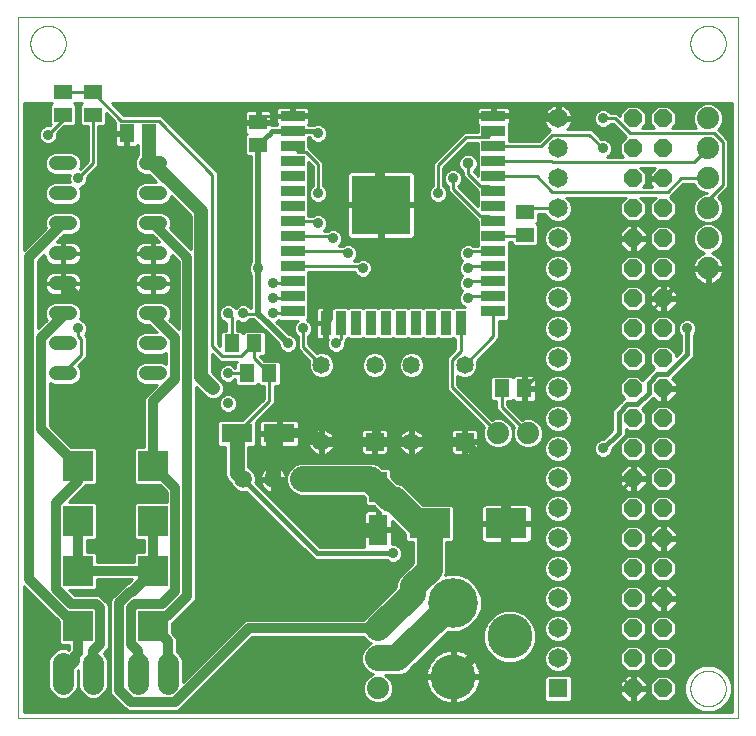
<source format=gtl>
G75*
%MOIN*%
%OFA0B0*%
%FSLAX25Y25*%
%IPPOS*%
%LPD*%
%AMOC8*
5,1,8,0,0,1.08239X$1,22.5*
%
%ADD10C,0.00000*%
%ADD11C,0.05846*%
%ADD12R,0.05846X0.05846*%
%ADD13R,0.05118X0.05906*%
%ADD14R,0.10236X0.06299*%
%ADD15R,0.05906X0.05118*%
%ADD16R,0.13780X0.09843*%
%ADD17R,0.06299X0.10236*%
%ADD18C,0.16598*%
%ADD19C,0.15024*%
%ADD20R,0.10000X0.10000*%
%ADD21C,0.07400*%
%ADD22C,0.04800*%
%ADD23R,0.06496X0.06496*%
%ADD24C,0.06496*%
%ADD25C,0.07087*%
%ADD26OC8,0.06000*%
%ADD27R,0.19685X0.19685*%
%ADD28R,0.07874X0.03543*%
%ADD29R,0.03543X0.07874*%
%ADD30R,0.05906X0.05906*%
%ADD31C,0.05906*%
%ADD32C,0.03565*%
%ADD33C,0.01000*%
%ADD34C,0.01500*%
%ADD35C,0.02000*%
%ADD36C,0.00800*%
%ADD37C,0.05000*%
%ADD38C,0.03200*%
%ADD39C,0.01800*%
%ADD40C,0.08500*%
%ADD41C,0.04700*%
%ADD42C,0.03762*%
D10*
X0001500Y0020000D02*
X0001500Y0253701D01*
X0241421Y0253701D01*
X0241421Y0020000D01*
X0001500Y0020000D01*
X0005595Y0245000D02*
X0005597Y0245153D01*
X0005603Y0245306D01*
X0005613Y0245459D01*
X0005627Y0245612D01*
X0005645Y0245764D01*
X0005667Y0245916D01*
X0005692Y0246067D01*
X0005722Y0246218D01*
X0005755Y0246367D01*
X0005793Y0246516D01*
X0005834Y0246664D01*
X0005879Y0246810D01*
X0005928Y0246955D01*
X0005981Y0247099D01*
X0006037Y0247242D01*
X0006097Y0247383D01*
X0006161Y0247523D01*
X0006228Y0247660D01*
X0006299Y0247796D01*
X0006373Y0247930D01*
X0006451Y0248062D01*
X0006532Y0248192D01*
X0006617Y0248320D01*
X0006705Y0248446D01*
X0006796Y0248569D01*
X0006890Y0248690D01*
X0006987Y0248809D01*
X0007088Y0248925D01*
X0007191Y0249038D01*
X0007298Y0249148D01*
X0007407Y0249256D01*
X0007518Y0249361D01*
X0007633Y0249463D01*
X0007750Y0249562D01*
X0007870Y0249657D01*
X0007992Y0249750D01*
X0008117Y0249840D01*
X0008243Y0249926D01*
X0008372Y0250009D01*
X0008503Y0250088D01*
X0008636Y0250164D01*
X0008771Y0250237D01*
X0008908Y0250306D01*
X0009047Y0250371D01*
X0009187Y0250433D01*
X0009329Y0250491D01*
X0009472Y0250546D01*
X0009617Y0250597D01*
X0009763Y0250644D01*
X0009910Y0250687D01*
X0010058Y0250726D01*
X0010207Y0250762D01*
X0010357Y0250793D01*
X0010508Y0250821D01*
X0010660Y0250845D01*
X0010812Y0250865D01*
X0010964Y0250881D01*
X0011117Y0250893D01*
X0011270Y0250901D01*
X0011423Y0250905D01*
X0011577Y0250905D01*
X0011730Y0250901D01*
X0011883Y0250893D01*
X0012036Y0250881D01*
X0012188Y0250865D01*
X0012340Y0250845D01*
X0012492Y0250821D01*
X0012643Y0250793D01*
X0012793Y0250762D01*
X0012942Y0250726D01*
X0013090Y0250687D01*
X0013237Y0250644D01*
X0013383Y0250597D01*
X0013528Y0250546D01*
X0013671Y0250491D01*
X0013813Y0250433D01*
X0013953Y0250371D01*
X0014092Y0250306D01*
X0014229Y0250237D01*
X0014364Y0250164D01*
X0014497Y0250088D01*
X0014628Y0250009D01*
X0014757Y0249926D01*
X0014883Y0249840D01*
X0015008Y0249750D01*
X0015130Y0249657D01*
X0015250Y0249562D01*
X0015367Y0249463D01*
X0015482Y0249361D01*
X0015593Y0249256D01*
X0015702Y0249148D01*
X0015809Y0249038D01*
X0015912Y0248925D01*
X0016013Y0248809D01*
X0016110Y0248690D01*
X0016204Y0248569D01*
X0016295Y0248446D01*
X0016383Y0248320D01*
X0016468Y0248192D01*
X0016549Y0248062D01*
X0016627Y0247930D01*
X0016701Y0247796D01*
X0016772Y0247660D01*
X0016839Y0247523D01*
X0016903Y0247383D01*
X0016963Y0247242D01*
X0017019Y0247099D01*
X0017072Y0246955D01*
X0017121Y0246810D01*
X0017166Y0246664D01*
X0017207Y0246516D01*
X0017245Y0246367D01*
X0017278Y0246218D01*
X0017308Y0246067D01*
X0017333Y0245916D01*
X0017355Y0245764D01*
X0017373Y0245612D01*
X0017387Y0245459D01*
X0017397Y0245306D01*
X0017403Y0245153D01*
X0017405Y0245000D01*
X0017403Y0244847D01*
X0017397Y0244694D01*
X0017387Y0244541D01*
X0017373Y0244388D01*
X0017355Y0244236D01*
X0017333Y0244084D01*
X0017308Y0243933D01*
X0017278Y0243782D01*
X0017245Y0243633D01*
X0017207Y0243484D01*
X0017166Y0243336D01*
X0017121Y0243190D01*
X0017072Y0243045D01*
X0017019Y0242901D01*
X0016963Y0242758D01*
X0016903Y0242617D01*
X0016839Y0242477D01*
X0016772Y0242340D01*
X0016701Y0242204D01*
X0016627Y0242070D01*
X0016549Y0241938D01*
X0016468Y0241808D01*
X0016383Y0241680D01*
X0016295Y0241554D01*
X0016204Y0241431D01*
X0016110Y0241310D01*
X0016013Y0241191D01*
X0015912Y0241075D01*
X0015809Y0240962D01*
X0015702Y0240852D01*
X0015593Y0240744D01*
X0015482Y0240639D01*
X0015367Y0240537D01*
X0015250Y0240438D01*
X0015130Y0240343D01*
X0015008Y0240250D01*
X0014883Y0240160D01*
X0014757Y0240074D01*
X0014628Y0239991D01*
X0014497Y0239912D01*
X0014364Y0239836D01*
X0014229Y0239763D01*
X0014092Y0239694D01*
X0013953Y0239629D01*
X0013813Y0239567D01*
X0013671Y0239509D01*
X0013528Y0239454D01*
X0013383Y0239403D01*
X0013237Y0239356D01*
X0013090Y0239313D01*
X0012942Y0239274D01*
X0012793Y0239238D01*
X0012643Y0239207D01*
X0012492Y0239179D01*
X0012340Y0239155D01*
X0012188Y0239135D01*
X0012036Y0239119D01*
X0011883Y0239107D01*
X0011730Y0239099D01*
X0011577Y0239095D01*
X0011423Y0239095D01*
X0011270Y0239099D01*
X0011117Y0239107D01*
X0010964Y0239119D01*
X0010812Y0239135D01*
X0010660Y0239155D01*
X0010508Y0239179D01*
X0010357Y0239207D01*
X0010207Y0239238D01*
X0010058Y0239274D01*
X0009910Y0239313D01*
X0009763Y0239356D01*
X0009617Y0239403D01*
X0009472Y0239454D01*
X0009329Y0239509D01*
X0009187Y0239567D01*
X0009047Y0239629D01*
X0008908Y0239694D01*
X0008771Y0239763D01*
X0008636Y0239836D01*
X0008503Y0239912D01*
X0008372Y0239991D01*
X0008243Y0240074D01*
X0008117Y0240160D01*
X0007992Y0240250D01*
X0007870Y0240343D01*
X0007750Y0240438D01*
X0007633Y0240537D01*
X0007518Y0240639D01*
X0007407Y0240744D01*
X0007298Y0240852D01*
X0007191Y0240962D01*
X0007088Y0241075D01*
X0006987Y0241191D01*
X0006890Y0241310D01*
X0006796Y0241431D01*
X0006705Y0241554D01*
X0006617Y0241680D01*
X0006532Y0241808D01*
X0006451Y0241938D01*
X0006373Y0242070D01*
X0006299Y0242204D01*
X0006228Y0242340D01*
X0006161Y0242477D01*
X0006097Y0242617D01*
X0006037Y0242758D01*
X0005981Y0242901D01*
X0005928Y0243045D01*
X0005879Y0243190D01*
X0005834Y0243336D01*
X0005793Y0243484D01*
X0005755Y0243633D01*
X0005722Y0243782D01*
X0005692Y0243933D01*
X0005667Y0244084D01*
X0005645Y0244236D01*
X0005627Y0244388D01*
X0005613Y0244541D01*
X0005603Y0244694D01*
X0005597Y0244847D01*
X0005595Y0245000D01*
X0225595Y0245000D02*
X0225597Y0245153D01*
X0225603Y0245306D01*
X0225613Y0245459D01*
X0225627Y0245612D01*
X0225645Y0245764D01*
X0225667Y0245916D01*
X0225692Y0246067D01*
X0225722Y0246218D01*
X0225755Y0246367D01*
X0225793Y0246516D01*
X0225834Y0246664D01*
X0225879Y0246810D01*
X0225928Y0246955D01*
X0225981Y0247099D01*
X0226037Y0247242D01*
X0226097Y0247383D01*
X0226161Y0247523D01*
X0226228Y0247660D01*
X0226299Y0247796D01*
X0226373Y0247930D01*
X0226451Y0248062D01*
X0226532Y0248192D01*
X0226617Y0248320D01*
X0226705Y0248446D01*
X0226796Y0248569D01*
X0226890Y0248690D01*
X0226987Y0248809D01*
X0227088Y0248925D01*
X0227191Y0249038D01*
X0227298Y0249148D01*
X0227407Y0249256D01*
X0227518Y0249361D01*
X0227633Y0249463D01*
X0227750Y0249562D01*
X0227870Y0249657D01*
X0227992Y0249750D01*
X0228117Y0249840D01*
X0228243Y0249926D01*
X0228372Y0250009D01*
X0228503Y0250088D01*
X0228636Y0250164D01*
X0228771Y0250237D01*
X0228908Y0250306D01*
X0229047Y0250371D01*
X0229187Y0250433D01*
X0229329Y0250491D01*
X0229472Y0250546D01*
X0229617Y0250597D01*
X0229763Y0250644D01*
X0229910Y0250687D01*
X0230058Y0250726D01*
X0230207Y0250762D01*
X0230357Y0250793D01*
X0230508Y0250821D01*
X0230660Y0250845D01*
X0230812Y0250865D01*
X0230964Y0250881D01*
X0231117Y0250893D01*
X0231270Y0250901D01*
X0231423Y0250905D01*
X0231577Y0250905D01*
X0231730Y0250901D01*
X0231883Y0250893D01*
X0232036Y0250881D01*
X0232188Y0250865D01*
X0232340Y0250845D01*
X0232492Y0250821D01*
X0232643Y0250793D01*
X0232793Y0250762D01*
X0232942Y0250726D01*
X0233090Y0250687D01*
X0233237Y0250644D01*
X0233383Y0250597D01*
X0233528Y0250546D01*
X0233671Y0250491D01*
X0233813Y0250433D01*
X0233953Y0250371D01*
X0234092Y0250306D01*
X0234229Y0250237D01*
X0234364Y0250164D01*
X0234497Y0250088D01*
X0234628Y0250009D01*
X0234757Y0249926D01*
X0234883Y0249840D01*
X0235008Y0249750D01*
X0235130Y0249657D01*
X0235250Y0249562D01*
X0235367Y0249463D01*
X0235482Y0249361D01*
X0235593Y0249256D01*
X0235702Y0249148D01*
X0235809Y0249038D01*
X0235912Y0248925D01*
X0236013Y0248809D01*
X0236110Y0248690D01*
X0236204Y0248569D01*
X0236295Y0248446D01*
X0236383Y0248320D01*
X0236468Y0248192D01*
X0236549Y0248062D01*
X0236627Y0247930D01*
X0236701Y0247796D01*
X0236772Y0247660D01*
X0236839Y0247523D01*
X0236903Y0247383D01*
X0236963Y0247242D01*
X0237019Y0247099D01*
X0237072Y0246955D01*
X0237121Y0246810D01*
X0237166Y0246664D01*
X0237207Y0246516D01*
X0237245Y0246367D01*
X0237278Y0246218D01*
X0237308Y0246067D01*
X0237333Y0245916D01*
X0237355Y0245764D01*
X0237373Y0245612D01*
X0237387Y0245459D01*
X0237397Y0245306D01*
X0237403Y0245153D01*
X0237405Y0245000D01*
X0237403Y0244847D01*
X0237397Y0244694D01*
X0237387Y0244541D01*
X0237373Y0244388D01*
X0237355Y0244236D01*
X0237333Y0244084D01*
X0237308Y0243933D01*
X0237278Y0243782D01*
X0237245Y0243633D01*
X0237207Y0243484D01*
X0237166Y0243336D01*
X0237121Y0243190D01*
X0237072Y0243045D01*
X0237019Y0242901D01*
X0236963Y0242758D01*
X0236903Y0242617D01*
X0236839Y0242477D01*
X0236772Y0242340D01*
X0236701Y0242204D01*
X0236627Y0242070D01*
X0236549Y0241938D01*
X0236468Y0241808D01*
X0236383Y0241680D01*
X0236295Y0241554D01*
X0236204Y0241431D01*
X0236110Y0241310D01*
X0236013Y0241191D01*
X0235912Y0241075D01*
X0235809Y0240962D01*
X0235702Y0240852D01*
X0235593Y0240744D01*
X0235482Y0240639D01*
X0235367Y0240537D01*
X0235250Y0240438D01*
X0235130Y0240343D01*
X0235008Y0240250D01*
X0234883Y0240160D01*
X0234757Y0240074D01*
X0234628Y0239991D01*
X0234497Y0239912D01*
X0234364Y0239836D01*
X0234229Y0239763D01*
X0234092Y0239694D01*
X0233953Y0239629D01*
X0233813Y0239567D01*
X0233671Y0239509D01*
X0233528Y0239454D01*
X0233383Y0239403D01*
X0233237Y0239356D01*
X0233090Y0239313D01*
X0232942Y0239274D01*
X0232793Y0239238D01*
X0232643Y0239207D01*
X0232492Y0239179D01*
X0232340Y0239155D01*
X0232188Y0239135D01*
X0232036Y0239119D01*
X0231883Y0239107D01*
X0231730Y0239099D01*
X0231577Y0239095D01*
X0231423Y0239095D01*
X0231270Y0239099D01*
X0231117Y0239107D01*
X0230964Y0239119D01*
X0230812Y0239135D01*
X0230660Y0239155D01*
X0230508Y0239179D01*
X0230357Y0239207D01*
X0230207Y0239238D01*
X0230058Y0239274D01*
X0229910Y0239313D01*
X0229763Y0239356D01*
X0229617Y0239403D01*
X0229472Y0239454D01*
X0229329Y0239509D01*
X0229187Y0239567D01*
X0229047Y0239629D01*
X0228908Y0239694D01*
X0228771Y0239763D01*
X0228636Y0239836D01*
X0228503Y0239912D01*
X0228372Y0239991D01*
X0228243Y0240074D01*
X0228117Y0240160D01*
X0227992Y0240250D01*
X0227870Y0240343D01*
X0227750Y0240438D01*
X0227633Y0240537D01*
X0227518Y0240639D01*
X0227407Y0240744D01*
X0227298Y0240852D01*
X0227191Y0240962D01*
X0227088Y0241075D01*
X0226987Y0241191D01*
X0226890Y0241310D01*
X0226796Y0241431D01*
X0226705Y0241554D01*
X0226617Y0241680D01*
X0226532Y0241808D01*
X0226451Y0241938D01*
X0226373Y0242070D01*
X0226299Y0242204D01*
X0226228Y0242340D01*
X0226161Y0242477D01*
X0226097Y0242617D01*
X0226037Y0242758D01*
X0225981Y0242901D01*
X0225928Y0243045D01*
X0225879Y0243190D01*
X0225834Y0243336D01*
X0225793Y0243484D01*
X0225755Y0243633D01*
X0225722Y0243782D01*
X0225692Y0243933D01*
X0225667Y0244084D01*
X0225645Y0244236D01*
X0225627Y0244388D01*
X0225613Y0244541D01*
X0225603Y0244694D01*
X0225597Y0244847D01*
X0225595Y0245000D01*
X0225595Y0030000D02*
X0225597Y0030153D01*
X0225603Y0030306D01*
X0225613Y0030459D01*
X0225627Y0030612D01*
X0225645Y0030764D01*
X0225667Y0030916D01*
X0225692Y0031067D01*
X0225722Y0031218D01*
X0225755Y0031367D01*
X0225793Y0031516D01*
X0225834Y0031664D01*
X0225879Y0031810D01*
X0225928Y0031955D01*
X0225981Y0032099D01*
X0226037Y0032242D01*
X0226097Y0032383D01*
X0226161Y0032523D01*
X0226228Y0032660D01*
X0226299Y0032796D01*
X0226373Y0032930D01*
X0226451Y0033062D01*
X0226532Y0033192D01*
X0226617Y0033320D01*
X0226705Y0033446D01*
X0226796Y0033569D01*
X0226890Y0033690D01*
X0226987Y0033809D01*
X0227088Y0033925D01*
X0227191Y0034038D01*
X0227298Y0034148D01*
X0227407Y0034256D01*
X0227518Y0034361D01*
X0227633Y0034463D01*
X0227750Y0034562D01*
X0227870Y0034657D01*
X0227992Y0034750D01*
X0228117Y0034840D01*
X0228243Y0034926D01*
X0228372Y0035009D01*
X0228503Y0035088D01*
X0228636Y0035164D01*
X0228771Y0035237D01*
X0228908Y0035306D01*
X0229047Y0035371D01*
X0229187Y0035433D01*
X0229329Y0035491D01*
X0229472Y0035546D01*
X0229617Y0035597D01*
X0229763Y0035644D01*
X0229910Y0035687D01*
X0230058Y0035726D01*
X0230207Y0035762D01*
X0230357Y0035793D01*
X0230508Y0035821D01*
X0230660Y0035845D01*
X0230812Y0035865D01*
X0230964Y0035881D01*
X0231117Y0035893D01*
X0231270Y0035901D01*
X0231423Y0035905D01*
X0231577Y0035905D01*
X0231730Y0035901D01*
X0231883Y0035893D01*
X0232036Y0035881D01*
X0232188Y0035865D01*
X0232340Y0035845D01*
X0232492Y0035821D01*
X0232643Y0035793D01*
X0232793Y0035762D01*
X0232942Y0035726D01*
X0233090Y0035687D01*
X0233237Y0035644D01*
X0233383Y0035597D01*
X0233528Y0035546D01*
X0233671Y0035491D01*
X0233813Y0035433D01*
X0233953Y0035371D01*
X0234092Y0035306D01*
X0234229Y0035237D01*
X0234364Y0035164D01*
X0234497Y0035088D01*
X0234628Y0035009D01*
X0234757Y0034926D01*
X0234883Y0034840D01*
X0235008Y0034750D01*
X0235130Y0034657D01*
X0235250Y0034562D01*
X0235367Y0034463D01*
X0235482Y0034361D01*
X0235593Y0034256D01*
X0235702Y0034148D01*
X0235809Y0034038D01*
X0235912Y0033925D01*
X0236013Y0033809D01*
X0236110Y0033690D01*
X0236204Y0033569D01*
X0236295Y0033446D01*
X0236383Y0033320D01*
X0236468Y0033192D01*
X0236549Y0033062D01*
X0236627Y0032930D01*
X0236701Y0032796D01*
X0236772Y0032660D01*
X0236839Y0032523D01*
X0236903Y0032383D01*
X0236963Y0032242D01*
X0237019Y0032099D01*
X0237072Y0031955D01*
X0237121Y0031810D01*
X0237166Y0031664D01*
X0237207Y0031516D01*
X0237245Y0031367D01*
X0237278Y0031218D01*
X0237308Y0031067D01*
X0237333Y0030916D01*
X0237355Y0030764D01*
X0237373Y0030612D01*
X0237387Y0030459D01*
X0237397Y0030306D01*
X0237403Y0030153D01*
X0237405Y0030000D01*
X0237403Y0029847D01*
X0237397Y0029694D01*
X0237387Y0029541D01*
X0237373Y0029388D01*
X0237355Y0029236D01*
X0237333Y0029084D01*
X0237308Y0028933D01*
X0237278Y0028782D01*
X0237245Y0028633D01*
X0237207Y0028484D01*
X0237166Y0028336D01*
X0237121Y0028190D01*
X0237072Y0028045D01*
X0237019Y0027901D01*
X0236963Y0027758D01*
X0236903Y0027617D01*
X0236839Y0027477D01*
X0236772Y0027340D01*
X0236701Y0027204D01*
X0236627Y0027070D01*
X0236549Y0026938D01*
X0236468Y0026808D01*
X0236383Y0026680D01*
X0236295Y0026554D01*
X0236204Y0026431D01*
X0236110Y0026310D01*
X0236013Y0026191D01*
X0235912Y0026075D01*
X0235809Y0025962D01*
X0235702Y0025852D01*
X0235593Y0025744D01*
X0235482Y0025639D01*
X0235367Y0025537D01*
X0235250Y0025438D01*
X0235130Y0025343D01*
X0235008Y0025250D01*
X0234883Y0025160D01*
X0234757Y0025074D01*
X0234628Y0024991D01*
X0234497Y0024912D01*
X0234364Y0024836D01*
X0234229Y0024763D01*
X0234092Y0024694D01*
X0233953Y0024629D01*
X0233813Y0024567D01*
X0233671Y0024509D01*
X0233528Y0024454D01*
X0233383Y0024403D01*
X0233237Y0024356D01*
X0233090Y0024313D01*
X0232942Y0024274D01*
X0232793Y0024238D01*
X0232643Y0024207D01*
X0232492Y0024179D01*
X0232340Y0024155D01*
X0232188Y0024135D01*
X0232036Y0024119D01*
X0231883Y0024107D01*
X0231730Y0024099D01*
X0231577Y0024095D01*
X0231423Y0024095D01*
X0231270Y0024099D01*
X0231117Y0024107D01*
X0230964Y0024119D01*
X0230812Y0024135D01*
X0230660Y0024155D01*
X0230508Y0024179D01*
X0230357Y0024207D01*
X0230207Y0024238D01*
X0230058Y0024274D01*
X0229910Y0024313D01*
X0229763Y0024356D01*
X0229617Y0024403D01*
X0229472Y0024454D01*
X0229329Y0024509D01*
X0229187Y0024567D01*
X0229047Y0024629D01*
X0228908Y0024694D01*
X0228771Y0024763D01*
X0228636Y0024836D01*
X0228503Y0024912D01*
X0228372Y0024991D01*
X0228243Y0025074D01*
X0228117Y0025160D01*
X0227992Y0025250D01*
X0227870Y0025343D01*
X0227750Y0025438D01*
X0227633Y0025537D01*
X0227518Y0025639D01*
X0227407Y0025744D01*
X0227298Y0025852D01*
X0227191Y0025962D01*
X0227088Y0026075D01*
X0226987Y0026191D01*
X0226890Y0026310D01*
X0226796Y0026431D01*
X0226705Y0026554D01*
X0226617Y0026680D01*
X0226532Y0026808D01*
X0226451Y0026938D01*
X0226373Y0027070D01*
X0226299Y0027204D01*
X0226228Y0027340D01*
X0226161Y0027477D01*
X0226097Y0027617D01*
X0226037Y0027758D01*
X0225981Y0027901D01*
X0225928Y0028045D01*
X0225879Y0028190D01*
X0225834Y0028336D01*
X0225793Y0028484D01*
X0225755Y0028633D01*
X0225722Y0028782D01*
X0225692Y0028933D01*
X0225667Y0029084D01*
X0225645Y0029236D01*
X0225627Y0029388D01*
X0225613Y0029541D01*
X0225603Y0029694D01*
X0225597Y0029847D01*
X0225595Y0030000D01*
D11*
X0132642Y0112205D03*
X0132642Y0137795D03*
X0120358Y0137795D03*
X0102642Y0137795D03*
X0102642Y0112205D03*
X0150358Y0137795D03*
D12*
X0150358Y0112205D03*
X0120358Y0112205D03*
D13*
X0085240Y0135000D03*
X0077760Y0135000D03*
X0080240Y0145000D03*
X0072760Y0145000D03*
X0045240Y0215000D03*
X0037760Y0215000D03*
X0162760Y0130000D03*
X0170240Y0130000D03*
D14*
X0088587Y0115000D03*
X0074413Y0115000D03*
D15*
X0081500Y0211260D03*
X0081500Y0218740D03*
X0026500Y0221260D03*
X0026500Y0228740D03*
X0016500Y0228740D03*
X0016500Y0221260D03*
X0170500Y0188740D03*
X0170500Y0181260D03*
D16*
X0164295Y0085000D03*
X0138705Y0085000D03*
D17*
X0121500Y0082913D03*
X0121500Y0097087D03*
D18*
X0146500Y0058543D03*
D19*
X0165398Y0047323D03*
X0146500Y0033937D03*
D20*
X0046500Y0050750D03*
X0046500Y0069250D03*
X0046500Y0085750D03*
X0046500Y0104250D03*
X0021500Y0104250D03*
X0021500Y0085750D03*
X0021500Y0069250D03*
X0021500Y0050750D03*
D21*
X0121500Y0050000D03*
X0121500Y0040000D03*
X0121500Y0030000D03*
X0161500Y0115000D03*
X0171500Y0115000D03*
X0231500Y0170000D03*
X0231500Y0180000D03*
X0231500Y0190000D03*
X0231500Y0200000D03*
X0231500Y0210000D03*
X0231500Y0220000D03*
D22*
X0048900Y0205000D02*
X0044100Y0205000D01*
X0044100Y0195000D02*
X0048900Y0195000D01*
X0048900Y0185000D02*
X0044100Y0185000D01*
X0044100Y0175000D02*
X0048900Y0175000D01*
X0048900Y0165000D02*
X0044100Y0165000D01*
X0044100Y0155000D02*
X0048900Y0155000D01*
X0048900Y0145000D02*
X0044100Y0145000D01*
X0044100Y0135000D02*
X0048900Y0135000D01*
X0018900Y0135000D02*
X0014100Y0135000D01*
X0014100Y0145000D02*
X0018900Y0145000D01*
X0018900Y0155000D02*
X0014100Y0155000D01*
X0014100Y0165000D02*
X0018900Y0165000D01*
X0018900Y0175000D02*
X0014100Y0175000D01*
X0014100Y0185000D02*
X0018900Y0185000D01*
X0018900Y0195000D02*
X0014100Y0195000D01*
X0014100Y0205000D02*
X0018900Y0205000D01*
D23*
X0181500Y0030000D03*
D24*
X0181500Y0040000D03*
X0181500Y0050000D03*
X0181500Y0060000D03*
X0181500Y0070000D03*
X0181500Y0080000D03*
X0181500Y0090000D03*
X0181500Y0100000D03*
X0181500Y0110000D03*
X0181500Y0120000D03*
X0181500Y0130000D03*
X0181500Y0140000D03*
X0181500Y0150000D03*
X0181500Y0160000D03*
X0181500Y0170000D03*
X0181500Y0180000D03*
X0181500Y0190000D03*
X0181500Y0200000D03*
X0181500Y0210000D03*
X0181500Y0220000D03*
D25*
X0051500Y0038543D02*
X0051500Y0031457D01*
X0041500Y0031457D02*
X0041500Y0038543D01*
X0026500Y0038543D02*
X0026500Y0031457D01*
X0016500Y0031457D02*
X0016500Y0038543D01*
D26*
X0206500Y0040000D03*
X0206500Y0030000D03*
X0216500Y0030000D03*
X0216500Y0040000D03*
X0216500Y0050000D03*
X0216500Y0060000D03*
X0216500Y0070000D03*
X0216500Y0080000D03*
X0216500Y0090000D03*
X0216500Y0100000D03*
X0216500Y0110000D03*
X0216500Y0120000D03*
X0216500Y0130000D03*
X0216500Y0140000D03*
X0216500Y0150000D03*
X0216500Y0160000D03*
X0216500Y0170000D03*
X0216500Y0180000D03*
X0216500Y0190000D03*
X0216500Y0200000D03*
X0216500Y0210000D03*
X0216500Y0220000D03*
X0206500Y0220000D03*
X0206500Y0210000D03*
X0206500Y0200000D03*
X0206500Y0190000D03*
X0206500Y0180000D03*
X0206500Y0170000D03*
X0206500Y0160000D03*
X0206500Y0150000D03*
X0206500Y0140000D03*
X0206500Y0130000D03*
X0206500Y0120000D03*
X0206500Y0110000D03*
X0206500Y0100000D03*
X0206500Y0090000D03*
X0206500Y0080000D03*
X0206500Y0070000D03*
X0206500Y0060000D03*
X0206500Y0050000D03*
D27*
X0122563Y0191181D03*
D28*
X0093035Y0190709D03*
X0093035Y0195709D03*
X0093035Y0200709D03*
X0093035Y0205709D03*
X0093035Y0210709D03*
X0093035Y0215709D03*
X0093035Y0220709D03*
X0093035Y0185709D03*
X0093035Y0180709D03*
X0093035Y0175709D03*
X0093035Y0170709D03*
X0093035Y0165709D03*
X0093035Y0160709D03*
X0093035Y0155709D03*
X0159965Y0155709D03*
X0159965Y0160709D03*
X0159965Y0165709D03*
X0159965Y0170709D03*
X0159965Y0175709D03*
X0159965Y0180709D03*
X0159965Y0185709D03*
X0159965Y0190709D03*
X0159965Y0195709D03*
X0159965Y0200709D03*
X0159965Y0205709D03*
X0159965Y0210709D03*
X0159965Y0215709D03*
X0159965Y0220709D03*
D29*
X0149000Y0151772D03*
X0144000Y0151772D03*
X0139000Y0151772D03*
X0134000Y0151772D03*
X0129000Y0151772D03*
X0124000Y0151772D03*
X0119000Y0151772D03*
X0114000Y0151772D03*
X0109000Y0151772D03*
X0104000Y0151772D03*
D30*
X0096500Y0099764D03*
D31*
X0086500Y0099764D03*
X0076500Y0099764D03*
D32*
X0071500Y0125000D03*
X0066500Y0130000D03*
X0071500Y0135000D03*
X0071500Y0155000D03*
X0076500Y0155000D03*
X0086500Y0155000D03*
X0086500Y0160000D03*
X0086500Y0165000D03*
X0081500Y0170000D03*
X0096500Y0150000D03*
X0091500Y0145000D03*
X0107583Y0145000D03*
X0121500Y0125000D03*
X0151500Y0160000D03*
X0151500Y0165000D03*
X0151500Y0170000D03*
X0151500Y0175000D03*
X0141500Y0195000D03*
X0146500Y0200000D03*
X0126500Y0195000D03*
X0126500Y0190000D03*
X0126500Y0185000D03*
X0121500Y0185000D03*
X0121500Y0190000D03*
X0121500Y0195000D03*
X0116500Y0195000D03*
X0116500Y0190000D03*
X0116500Y0185000D03*
X0111500Y0175000D03*
X0106500Y0180000D03*
X0101500Y0185000D03*
X0101500Y0195000D03*
X0101500Y0215000D03*
X0116500Y0170000D03*
X0036500Y0170000D03*
X0036500Y0165000D03*
X0031500Y0165000D03*
X0031500Y0170000D03*
X0031500Y0175000D03*
X0026500Y0175000D03*
X0026500Y0170000D03*
X0026500Y0165000D03*
X0036500Y0175000D03*
X0021500Y0150000D03*
X0031500Y0100000D03*
X0031500Y0095000D03*
X0031500Y0080000D03*
X0031500Y0075000D03*
X0036500Y0075000D03*
X0036500Y0080000D03*
X0126500Y0075000D03*
X0196500Y0110000D03*
X0224583Y0150000D03*
X0196500Y0210000D03*
X0196500Y0220000D03*
X0021500Y0200000D03*
X0011500Y0214583D03*
D33*
X0016500Y0219583D01*
X0016500Y0221260D01*
X0016864Y0217401D02*
X0019991Y0217401D01*
X0020753Y0218162D01*
X0020753Y0224357D01*
X0020110Y0225000D01*
X0022890Y0225000D01*
X0022247Y0224357D01*
X0022247Y0218162D01*
X0023009Y0217401D01*
X0024700Y0217401D01*
X0024700Y0205746D01*
X0022163Y0203208D01*
X0022600Y0204264D01*
X0022600Y0205736D01*
X0022037Y0207096D01*
X0020996Y0208137D01*
X0019636Y0208700D01*
X0013364Y0208700D01*
X0012004Y0208137D01*
X0010963Y0207096D01*
X0010400Y0205736D01*
X0010400Y0204264D01*
X0010963Y0202904D01*
X0012004Y0201863D01*
X0013364Y0201300D01*
X0018702Y0201300D01*
X0018417Y0200613D01*
X0018417Y0199387D01*
X0018702Y0198700D01*
X0013364Y0198700D01*
X0012004Y0198137D01*
X0010963Y0197096D01*
X0010400Y0195736D01*
X0010400Y0194264D01*
X0010963Y0192904D01*
X0012004Y0191863D01*
X0013364Y0191300D01*
X0019636Y0191300D01*
X0020996Y0191863D01*
X0022037Y0192904D01*
X0022600Y0194264D01*
X0022600Y0195736D01*
X0022111Y0196917D01*
X0022113Y0196917D01*
X0023246Y0197387D01*
X0024113Y0198254D01*
X0024583Y0199387D01*
X0024583Y0200537D01*
X0027246Y0203200D01*
X0028300Y0204254D01*
X0028300Y0217401D01*
X0029991Y0217401D01*
X0030753Y0218162D01*
X0030753Y0221942D01*
X0033935Y0218760D01*
X0033803Y0218532D01*
X0033701Y0218150D01*
X0033701Y0215500D01*
X0037260Y0215500D01*
X0037260Y0214500D01*
X0038260Y0214500D01*
X0038260Y0210547D01*
X0040516Y0210547D01*
X0040898Y0210649D01*
X0041240Y0210847D01*
X0041519Y0211126D01*
X0041590Y0211249D01*
X0041590Y0207723D01*
X0040963Y0207096D01*
X0040400Y0205736D01*
X0040400Y0204264D01*
X0040963Y0202904D01*
X0042004Y0201863D01*
X0043364Y0201300D01*
X0045038Y0201300D01*
X0047638Y0198700D01*
X0043364Y0198700D01*
X0042004Y0198137D01*
X0040963Y0197096D01*
X0040400Y0195736D01*
X0040400Y0194264D01*
X0040963Y0192904D01*
X0042004Y0191863D01*
X0043364Y0191300D01*
X0049636Y0191300D01*
X0050996Y0191863D01*
X0052037Y0192904D01*
X0052519Y0194068D01*
X0059000Y0187587D01*
X0059000Y0176601D01*
X0052230Y0183371D01*
X0052600Y0184264D01*
X0052600Y0185736D01*
X0052037Y0187096D01*
X0050996Y0188137D01*
X0049636Y0188700D01*
X0043364Y0188700D01*
X0042004Y0188137D01*
X0040963Y0187096D01*
X0040400Y0185736D01*
X0040400Y0184264D01*
X0040963Y0182904D01*
X0042004Y0181863D01*
X0043364Y0181300D01*
X0046099Y0181300D01*
X0048499Y0178900D01*
X0046800Y0178900D01*
X0046800Y0175300D01*
X0046200Y0175300D01*
X0046200Y0178900D01*
X0043716Y0178900D01*
X0042962Y0178750D01*
X0042253Y0178456D01*
X0041614Y0178029D01*
X0041071Y0177486D01*
X0040644Y0176847D01*
X0040350Y0176138D01*
X0040200Y0175384D01*
X0040200Y0175300D01*
X0046200Y0175300D01*
X0046200Y0178900D01*
X0043716Y0178900D01*
X0042962Y0178750D01*
X0042253Y0178456D01*
X0041614Y0178029D01*
X0041071Y0177486D01*
X0040644Y0176847D01*
X0040350Y0176138D01*
X0040200Y0175384D01*
X0040200Y0175300D01*
X0046200Y0175300D01*
X0046800Y0175300D01*
X0046800Y0178900D01*
X0048499Y0178900D01*
X0047399Y0180000D01*
X0015601Y0180000D01*
X0014501Y0178900D01*
X0016901Y0181300D01*
X0019636Y0181300D01*
X0020996Y0181863D01*
X0022037Y0182904D01*
X0022600Y0184264D01*
X0022600Y0185736D01*
X0022037Y0187096D01*
X0020996Y0188137D01*
X0019636Y0188700D01*
X0013364Y0188700D01*
X0012004Y0188137D01*
X0010963Y0187096D01*
X0010400Y0185736D01*
X0010400Y0184264D01*
X0010770Y0183371D01*
X0003657Y0176258D01*
X0003500Y0176101D01*
X0003500Y0225000D01*
X0012890Y0225000D01*
X0012247Y0224357D01*
X0012247Y0218162D01*
X0012391Y0218019D01*
X0012037Y0217665D01*
X0010887Y0217665D01*
X0009754Y0217196D01*
X0008887Y0216329D01*
X0008417Y0215196D01*
X0008417Y0213969D01*
X0008887Y0212836D01*
X0009754Y0211969D01*
X0010887Y0211500D01*
X0012113Y0211500D01*
X0013246Y0211969D01*
X0014113Y0212836D01*
X0014583Y0213969D01*
X0014583Y0215120D01*
X0016864Y0217401D01*
X0016170Y0216707D02*
X0024700Y0216707D01*
X0024700Y0215708D02*
X0015171Y0215708D01*
X0014583Y0214710D02*
X0024700Y0214710D01*
X0024700Y0213711D02*
X0014476Y0213711D01*
X0013990Y0212713D02*
X0024700Y0212713D01*
X0024700Y0211714D02*
X0012630Y0211714D01*
X0010370Y0211714D02*
X0003500Y0211714D01*
X0003500Y0210716D02*
X0024700Y0210716D01*
X0024700Y0209717D02*
X0003500Y0209717D01*
X0003500Y0208719D02*
X0024700Y0208719D01*
X0024700Y0207720D02*
X0021412Y0207720D01*
X0022192Y0206722D02*
X0024700Y0206722D01*
X0024678Y0205723D02*
X0022600Y0205723D01*
X0022600Y0204725D02*
X0023679Y0204725D01*
X0022681Y0203726D02*
X0022377Y0203726D01*
X0021500Y0200000D02*
X0026500Y0205000D01*
X0026500Y0221260D01*
X0022247Y0221699D02*
X0020753Y0221699D01*
X0020753Y0220701D02*
X0022247Y0220701D01*
X0022247Y0219702D02*
X0020753Y0219702D01*
X0020753Y0218704D02*
X0022247Y0218704D01*
X0022704Y0217705D02*
X0020296Y0217705D01*
X0020753Y0222698D02*
X0022247Y0222698D01*
X0022247Y0223696D02*
X0020753Y0223696D01*
X0020415Y0224695D02*
X0022585Y0224695D01*
X0026500Y0228740D02*
X0035987Y0219253D01*
X0048338Y0219253D01*
X0066300Y0201290D01*
X0066300Y0144110D01*
X0069662Y0140747D01*
X0075857Y0140747D01*
X0080110Y0145000D01*
X0080240Y0145000D01*
X0080240Y0140000D01*
X0085240Y0135000D01*
X0085240Y0125827D01*
X0074413Y0115000D01*
X0076317Y0119450D02*
X0068757Y0119450D01*
X0067995Y0118688D01*
X0067995Y0111312D01*
X0068757Y0110550D01*
X0070613Y0110550D01*
X0070613Y0101095D01*
X0071192Y0099698D01*
X0072261Y0098629D01*
X0072442Y0098448D01*
X0072895Y0097355D01*
X0074091Y0096158D01*
X0075654Y0095511D01*
X0077346Y0095511D01*
X0077555Y0095598D01*
X0099064Y0074089D01*
X0100352Y0072800D01*
X0124340Y0072800D01*
X0124754Y0072387D01*
X0125887Y0071917D01*
X0127113Y0071917D01*
X0128246Y0072387D01*
X0129113Y0073254D01*
X0129583Y0074387D01*
X0129583Y0075613D01*
X0129113Y0076746D01*
X0128246Y0077613D01*
X0127113Y0078083D01*
X0126150Y0078083D01*
X0126150Y0082413D01*
X0122000Y0082413D01*
X0122000Y0083413D01*
X0126150Y0083413D01*
X0126150Y0085824D01*
X0130515Y0081459D01*
X0130515Y0079540D01*
X0131276Y0078779D01*
X0133155Y0078779D01*
X0133155Y0071926D01*
X0130007Y0068778D01*
X0128446Y0067217D01*
X0127601Y0065177D01*
X0127601Y0063950D01*
X0116795Y0053144D01*
X0116694Y0052900D01*
X0077872Y0052900D01*
X0076806Y0052458D01*
X0056343Y0031996D01*
X0056343Y0039507D01*
X0055606Y0041287D01*
X0054400Y0042493D01*
X0054400Y0046327D01*
X0053958Y0047393D01*
X0053143Y0048208D01*
X0052800Y0048551D01*
X0052800Y0051630D01*
X0052950Y0051691D01*
X0053765Y0052507D01*
X0060358Y0059100D01*
X0060800Y0060166D01*
X0060800Y0130538D01*
X0064432Y0126906D01*
X0065774Y0126350D01*
X0067226Y0126350D01*
X0068568Y0126906D01*
X0069594Y0127932D01*
X0070150Y0129274D01*
X0070150Y0130726D01*
X0069594Y0132068D01*
X0066300Y0135362D01*
X0066300Y0141564D01*
X0068917Y0138947D01*
X0074357Y0138947D01*
X0073901Y0138491D01*
X0073901Y0136959D01*
X0073246Y0137613D01*
X0072113Y0138083D01*
X0070887Y0138083D01*
X0069754Y0137613D01*
X0068887Y0136746D01*
X0068417Y0135613D01*
X0068417Y0134387D01*
X0068887Y0133254D01*
X0069754Y0132387D01*
X0070887Y0131917D01*
X0072113Y0131917D01*
X0073246Y0132387D01*
X0073901Y0133041D01*
X0073901Y0131509D01*
X0074662Y0130747D01*
X0080857Y0130747D01*
X0081500Y0131390D01*
X0082143Y0130747D01*
X0083440Y0130747D01*
X0083440Y0126572D01*
X0076317Y0119450D01*
X0076719Y0119851D02*
X0060800Y0119851D01*
X0060800Y0118853D02*
X0068160Y0118853D01*
X0067995Y0117854D02*
X0060800Y0117854D01*
X0060800Y0116856D02*
X0067995Y0116856D01*
X0067995Y0115857D02*
X0060800Y0115857D01*
X0060800Y0114859D02*
X0067995Y0114859D01*
X0067995Y0113860D02*
X0060800Y0113860D01*
X0060800Y0112862D02*
X0067995Y0112862D01*
X0067995Y0111863D02*
X0060800Y0111863D01*
X0060800Y0110865D02*
X0068443Y0110865D01*
X0070613Y0109866D02*
X0060800Y0109866D01*
X0060800Y0108868D02*
X0070613Y0108868D01*
X0070613Y0107869D02*
X0060800Y0107869D01*
X0060800Y0106870D02*
X0070613Y0106870D01*
X0070613Y0105872D02*
X0060800Y0105872D01*
X0060800Y0104873D02*
X0070613Y0104873D01*
X0070613Y0103875D02*
X0060800Y0103875D01*
X0060800Y0102876D02*
X0070613Y0102876D01*
X0070613Y0101878D02*
X0060800Y0101878D01*
X0060800Y0100879D02*
X0070702Y0100879D01*
X0071116Y0099881D02*
X0060800Y0099881D01*
X0060800Y0098882D02*
X0072007Y0098882D01*
X0072676Y0097884D02*
X0060800Y0097884D01*
X0060800Y0096885D02*
X0073364Y0096885D01*
X0074747Y0095887D02*
X0060800Y0095887D01*
X0060800Y0094888D02*
X0078264Y0094888D01*
X0079263Y0093890D02*
X0060800Y0093890D01*
X0060800Y0092891D02*
X0080261Y0092891D01*
X0081260Y0091893D02*
X0060800Y0091893D01*
X0060800Y0090894D02*
X0082258Y0090894D01*
X0083257Y0089896D02*
X0060800Y0089896D01*
X0060800Y0088897D02*
X0084255Y0088897D01*
X0085254Y0087899D02*
X0060800Y0087899D01*
X0060800Y0086900D02*
X0086252Y0086900D01*
X0087251Y0085902D02*
X0060800Y0085902D01*
X0060800Y0084903D02*
X0088249Y0084903D01*
X0089248Y0083905D02*
X0060800Y0083905D01*
X0060800Y0082906D02*
X0090246Y0082906D01*
X0091245Y0081908D02*
X0060800Y0081908D01*
X0060800Y0080909D02*
X0092243Y0080909D01*
X0093242Y0079911D02*
X0060800Y0079911D01*
X0060800Y0078912D02*
X0094240Y0078912D01*
X0095239Y0077914D02*
X0060800Y0077914D01*
X0060800Y0076915D02*
X0096237Y0076915D01*
X0097236Y0075917D02*
X0060800Y0075917D01*
X0060800Y0074918D02*
X0098234Y0074918D01*
X0099233Y0073920D02*
X0060800Y0073920D01*
X0060800Y0072921D02*
X0100231Y0072921D01*
X0102175Y0077200D02*
X0080666Y0098709D01*
X0080753Y0098918D01*
X0080753Y0100610D01*
X0080105Y0102173D01*
X0078909Y0103369D01*
X0078213Y0103657D01*
X0078213Y0110550D01*
X0080070Y0110550D01*
X0080831Y0111312D01*
X0080831Y0118688D01*
X0080739Y0118780D01*
X0087040Y0125081D01*
X0087040Y0130747D01*
X0088338Y0130747D01*
X0089099Y0131509D01*
X0089099Y0138491D01*
X0088338Y0139253D01*
X0083533Y0139253D01*
X0082040Y0140746D01*
X0082040Y0140747D01*
X0083338Y0140747D01*
X0084099Y0141509D01*
X0084099Y0148491D01*
X0083338Y0149253D01*
X0077143Y0149253D01*
X0076500Y0148610D01*
X0075857Y0149253D01*
X0074560Y0149253D01*
X0074560Y0152581D01*
X0074754Y0152387D01*
X0075887Y0151917D01*
X0077113Y0151917D01*
X0078246Y0152387D01*
X0078993Y0153133D01*
X0080047Y0153133D01*
X0080547Y0152633D01*
X0084063Y0149117D01*
X0084130Y0149117D01*
X0088417Y0144830D01*
X0088417Y0144387D01*
X0088887Y0143254D01*
X0089754Y0142387D01*
X0090887Y0141917D01*
X0092113Y0141917D01*
X0093246Y0142387D01*
X0094113Y0143254D01*
X0094583Y0144387D01*
X0094583Y0145613D01*
X0094113Y0146746D01*
X0093246Y0147613D01*
X0092113Y0148083D01*
X0091670Y0148083D01*
X0087624Y0152129D01*
X0088246Y0152387D01*
X0088528Y0152669D01*
X0088560Y0152637D01*
X0094811Y0152637D01*
X0094754Y0152613D01*
X0093887Y0151746D01*
X0093417Y0150613D01*
X0093417Y0149387D01*
X0093887Y0148254D01*
X0094700Y0147440D01*
X0094700Y0143191D01*
X0095754Y0142137D01*
X0098664Y0139228D01*
X0098419Y0138635D01*
X0098419Y0136955D01*
X0099061Y0135403D01*
X0100249Y0134215D01*
X0101802Y0133572D01*
X0103482Y0133572D01*
X0105034Y0134215D01*
X0106222Y0135403D01*
X0106865Y0136955D01*
X0106865Y0138635D01*
X0106222Y0140188D01*
X0105034Y0141376D01*
X0103482Y0142018D01*
X0101802Y0142018D01*
X0101209Y0141773D01*
X0098300Y0144683D01*
X0098300Y0147440D01*
X0099113Y0148254D01*
X0099583Y0149387D01*
X0099583Y0150613D01*
X0099113Y0151746D01*
X0098246Y0152613D01*
X0097710Y0152836D01*
X0098272Y0153399D01*
X0098272Y0158019D01*
X0098083Y0158209D01*
X0098272Y0158399D01*
X0098272Y0163019D01*
X0098083Y0163209D01*
X0098272Y0163399D01*
X0098272Y0168019D01*
X0098083Y0168209D01*
X0098272Y0168399D01*
X0098272Y0168909D01*
X0113615Y0168909D01*
X0113887Y0168254D01*
X0114754Y0167387D01*
X0115887Y0166917D01*
X0117113Y0166917D01*
X0118246Y0167387D01*
X0119113Y0168254D01*
X0119583Y0169387D01*
X0119583Y0170613D01*
X0119113Y0171746D01*
X0118246Y0172613D01*
X0117113Y0173083D01*
X0115887Y0173083D01*
X0114754Y0172613D01*
X0114649Y0172509D01*
X0113368Y0172509D01*
X0114113Y0173254D01*
X0114583Y0174387D01*
X0114583Y0175613D01*
X0114113Y0176746D01*
X0113246Y0177613D01*
X0112113Y0178083D01*
X0110887Y0178083D01*
X0109754Y0177613D01*
X0109649Y0177509D01*
X0108368Y0177509D01*
X0109113Y0178254D01*
X0109583Y0179387D01*
X0109583Y0180613D01*
X0109113Y0181746D01*
X0108246Y0182613D01*
X0107113Y0183083D01*
X0105887Y0183083D01*
X0104754Y0182613D01*
X0104649Y0182509D01*
X0103368Y0182509D01*
X0104113Y0183254D01*
X0104583Y0184387D01*
X0104583Y0185613D01*
X0104113Y0186746D01*
X0103246Y0187613D01*
X0102113Y0188083D01*
X0100887Y0188083D01*
X0099754Y0187613D01*
X0099649Y0187509D01*
X0098272Y0187509D01*
X0098272Y0188019D01*
X0098083Y0188209D01*
X0098272Y0188399D01*
X0098272Y0193019D01*
X0098083Y0193209D01*
X0098272Y0193399D01*
X0098272Y0198019D01*
X0098083Y0198209D01*
X0098272Y0198399D01*
X0098272Y0203019D01*
X0098083Y0203209D01*
X0098272Y0203399D01*
X0098272Y0205473D01*
X0099700Y0204046D01*
X0099700Y0197560D01*
X0098887Y0196746D01*
X0098417Y0195613D01*
X0098417Y0194387D01*
X0098887Y0193254D01*
X0099754Y0192387D01*
X0100887Y0191917D01*
X0102113Y0191917D01*
X0103246Y0192387D01*
X0104113Y0193254D01*
X0104583Y0194387D01*
X0104583Y0195613D01*
X0104113Y0196746D01*
X0103300Y0197560D01*
X0103300Y0205537D01*
X0102246Y0206591D01*
X0098272Y0210564D01*
X0098272Y0213019D01*
X0098083Y0213209D01*
X0098272Y0213399D01*
X0098272Y0213659D01*
X0098719Y0213659D01*
X0098887Y0213254D01*
X0099754Y0212387D01*
X0100887Y0211917D01*
X0102113Y0211917D01*
X0103246Y0212387D01*
X0104113Y0213254D01*
X0104583Y0214387D01*
X0104583Y0215613D01*
X0104113Y0216746D01*
X0103246Y0217613D01*
X0102113Y0218083D01*
X0100887Y0218083D01*
X0100105Y0217759D01*
X0098272Y0217759D01*
X0098272Y0218019D01*
X0098210Y0218081D01*
X0098370Y0218358D01*
X0098472Y0218740D01*
X0098472Y0220323D01*
X0093421Y0220323D01*
X0093421Y0221094D01*
X0098472Y0221094D01*
X0098472Y0222678D01*
X0098370Y0223059D01*
X0098173Y0223401D01*
X0097893Y0223681D01*
X0097551Y0223878D01*
X0097170Y0223980D01*
X0093421Y0223980D01*
X0093421Y0221095D01*
X0092650Y0221095D01*
X0092650Y0223980D01*
X0088901Y0223980D01*
X0088519Y0223878D01*
X0088177Y0223681D01*
X0087898Y0223401D01*
X0087701Y0223059D01*
X0087598Y0222678D01*
X0087598Y0221094D01*
X0092650Y0221094D01*
X0092650Y0220323D01*
X0087598Y0220323D01*
X0087598Y0218740D01*
X0087701Y0218358D01*
X0087861Y0218081D01*
X0087798Y0218019D01*
X0087798Y0217759D01*
X0085953Y0217759D01*
X0085953Y0218240D01*
X0082000Y0218240D01*
X0082000Y0219240D01*
X0085953Y0219240D01*
X0085953Y0221497D01*
X0085851Y0221878D01*
X0085653Y0222220D01*
X0085374Y0222499D01*
X0085032Y0222697D01*
X0084650Y0222799D01*
X0082000Y0222799D01*
X0082000Y0219240D01*
X0081000Y0219240D01*
X0081000Y0218240D01*
X0077047Y0218240D01*
X0077047Y0215984D01*
X0077149Y0215602D01*
X0077347Y0215260D01*
X0077626Y0214981D01*
X0077781Y0214891D01*
X0077247Y0214357D01*
X0077247Y0208162D01*
X0078009Y0207401D01*
X0079200Y0207401D01*
X0079200Y0172060D01*
X0078887Y0171746D01*
X0078417Y0170613D01*
X0078417Y0169387D01*
X0078887Y0168254D01*
X0079200Y0167940D01*
X0079200Y0156733D01*
X0079119Y0156733D01*
X0079113Y0156746D01*
X0078246Y0157613D01*
X0077113Y0158083D01*
X0075887Y0158083D01*
X0074754Y0157613D01*
X0074000Y0156860D01*
X0073246Y0157613D01*
X0072113Y0158083D01*
X0070887Y0158083D01*
X0069754Y0157613D01*
X0068887Y0156746D01*
X0068417Y0155613D01*
X0068417Y0154387D01*
X0068887Y0153254D01*
X0069754Y0152387D01*
X0070887Y0151917D01*
X0070960Y0151917D01*
X0070960Y0149253D01*
X0069662Y0149253D01*
X0068901Y0148491D01*
X0068901Y0144054D01*
X0068100Y0144855D01*
X0068100Y0202036D01*
X0050138Y0219998D01*
X0049083Y0221053D01*
X0036733Y0221053D01*
X0032786Y0225000D01*
X0239421Y0225000D01*
X0239421Y0022000D01*
X0003500Y0022000D01*
X0003500Y0064098D01*
X0003657Y0063941D01*
X0015200Y0052398D01*
X0015200Y0045212D01*
X0015962Y0044450D01*
X0018600Y0044450D01*
X0018600Y0043150D01*
X0018435Y0042984D01*
X0017463Y0043387D01*
X0015537Y0043387D01*
X0013756Y0042649D01*
X0012394Y0041287D01*
X0011657Y0039507D01*
X0011657Y0030493D01*
X0012394Y0028713D01*
X0013756Y0027351D01*
X0015537Y0026613D01*
X0017463Y0026613D01*
X0019244Y0027351D01*
X0020606Y0028713D01*
X0021343Y0030493D01*
X0021343Y0035742D01*
X0021657Y0036055D01*
X0021657Y0030493D01*
X0022394Y0028713D01*
X0023756Y0027351D01*
X0025537Y0026613D01*
X0027463Y0026613D01*
X0029244Y0027351D01*
X0030606Y0028713D01*
X0031343Y0030493D01*
X0031343Y0039507D01*
X0030606Y0041287D01*
X0030069Y0041824D01*
X0030543Y0042297D01*
X0031358Y0043113D01*
X0031800Y0044179D01*
X0031800Y0057321D01*
X0031358Y0058387D01*
X0030543Y0059203D01*
X0029137Y0060608D01*
X0028071Y0061050D01*
X0020407Y0061050D01*
X0018507Y0062950D01*
X0027038Y0062950D01*
X0027800Y0063712D01*
X0027800Y0066350D01*
X0039499Y0066350D01*
X0038147Y0064998D01*
X0037206Y0064608D01*
X0036391Y0063793D01*
X0033457Y0060859D01*
X0032641Y0060044D01*
X0032200Y0058978D01*
X0032200Y0028875D01*
X0032641Y0027809D01*
X0037395Y0023055D01*
X0038461Y0022613D01*
X0054539Y0022613D01*
X0055605Y0023055D01*
X0079650Y0047100D01*
X0116694Y0047100D01*
X0116795Y0046856D01*
X0118356Y0045295D01*
X0119068Y0045000D01*
X0118356Y0044705D01*
X0116795Y0043144D01*
X0115950Y0041104D01*
X0115950Y0038896D01*
X0116795Y0036856D01*
X0118356Y0035295D01*
X0119787Y0034702D01*
X0118668Y0034239D01*
X0117261Y0032832D01*
X0116500Y0030995D01*
X0116500Y0029005D01*
X0117261Y0027168D01*
X0118668Y0025761D01*
X0120505Y0025000D01*
X0122495Y0025000D01*
X0124332Y0025761D01*
X0125739Y0027168D01*
X0126500Y0029005D01*
X0126500Y0030995D01*
X0125739Y0032832D01*
X0124332Y0034239D01*
X0123822Y0034450D01*
X0129061Y0034450D01*
X0131101Y0035295D01*
X0132662Y0036856D01*
X0144750Y0048944D01*
X0148409Y0048944D01*
X0151938Y0050405D01*
X0154638Y0053106D01*
X0156099Y0056634D01*
X0156099Y0060453D01*
X0154638Y0063981D01*
X0151938Y0066681D01*
X0148409Y0068143D01*
X0144591Y0068143D01*
X0143995Y0067896D01*
X0144255Y0068523D01*
X0144255Y0078779D01*
X0146133Y0078779D01*
X0146894Y0079540D01*
X0146894Y0090460D01*
X0146133Y0091221D01*
X0136451Y0091221D01*
X0129885Y0097787D01*
X0127845Y0098631D01*
X0127804Y0098631D01*
X0126205Y0100230D01*
X0126205Y0100230D01*
X0125950Y0100486D01*
X0125950Y0102743D01*
X0125188Y0103505D01*
X0122931Y0103505D01*
X0121967Y0104469D01*
X0119927Y0105314D01*
X0095396Y0105314D01*
X0093356Y0104469D01*
X0091795Y0102908D01*
X0090950Y0100868D01*
X0090950Y0098660D01*
X0091795Y0096620D01*
X0093356Y0095059D01*
X0095396Y0094214D01*
X0116524Y0094214D01*
X0117050Y0093687D01*
X0117050Y0091430D01*
X0117812Y0090669D01*
X0120069Y0090669D01*
X0120800Y0089938D01*
X0122000Y0088738D01*
X0122000Y0083413D01*
X0121000Y0083413D01*
X0121000Y0082413D01*
X0116850Y0082413D01*
X0116850Y0077598D01*
X0116953Y0077216D01*
X0116962Y0077200D01*
X0102175Y0077200D01*
X0101461Y0077914D02*
X0116850Y0077914D01*
X0116850Y0078912D02*
X0100463Y0078912D01*
X0099464Y0079911D02*
X0116850Y0079911D01*
X0116850Y0080909D02*
X0098466Y0080909D01*
X0097467Y0081908D02*
X0116850Y0081908D01*
X0116850Y0083413D02*
X0121000Y0083413D01*
X0121000Y0089531D01*
X0118153Y0089531D01*
X0117771Y0089429D01*
X0117429Y0089232D01*
X0117150Y0088953D01*
X0116953Y0088610D01*
X0116850Y0088229D01*
X0116850Y0083413D01*
X0116850Y0083905D02*
X0095470Y0083905D01*
X0094472Y0084903D02*
X0116850Y0084903D01*
X0116850Y0085902D02*
X0093473Y0085902D01*
X0092475Y0086900D02*
X0116850Y0086900D01*
X0116850Y0087899D02*
X0091476Y0087899D01*
X0090478Y0088897D02*
X0117118Y0088897D01*
X0117586Y0090894D02*
X0088481Y0090894D01*
X0089479Y0089896D02*
X0120842Y0089896D01*
X0121000Y0088897D02*
X0121840Y0088897D01*
X0122000Y0087899D02*
X0121000Y0087899D01*
X0121000Y0086900D02*
X0122000Y0086900D01*
X0122000Y0085902D02*
X0121000Y0085902D01*
X0121000Y0084903D02*
X0122000Y0084903D01*
X0122000Y0083905D02*
X0121000Y0083905D01*
X0121000Y0082906D02*
X0096469Y0082906D01*
X0087482Y0091893D02*
X0117050Y0091893D01*
X0117050Y0092891D02*
X0086484Y0092891D01*
X0085485Y0093890D02*
X0116848Y0093890D01*
X0125950Y0100879D02*
X0176952Y0100879D01*
X0176952Y0100905D02*
X0176952Y0099095D01*
X0177644Y0097424D01*
X0178924Y0096144D01*
X0180595Y0095452D01*
X0182405Y0095452D01*
X0184076Y0096144D01*
X0185356Y0097424D01*
X0186048Y0099095D01*
X0186048Y0100905D01*
X0185356Y0102576D01*
X0184076Y0103856D01*
X0182405Y0104548D01*
X0180595Y0104548D01*
X0178924Y0103856D01*
X0177644Y0102576D01*
X0176952Y0100905D01*
X0176952Y0099881D02*
X0126555Y0099881D01*
X0127553Y0098882D02*
X0177040Y0098882D01*
X0177454Y0097884D02*
X0129650Y0097884D01*
X0130786Y0096885D02*
X0178183Y0096885D01*
X0179545Y0095887D02*
X0131785Y0095887D01*
X0132783Y0094888D02*
X0239421Y0094888D01*
X0239421Y0093890D02*
X0218691Y0093890D01*
X0218281Y0094300D02*
X0214719Y0094300D01*
X0212200Y0091781D01*
X0212200Y0088219D01*
X0214719Y0085700D01*
X0218281Y0085700D01*
X0220800Y0088219D01*
X0220800Y0091781D01*
X0218281Y0094300D01*
X0218281Y0095700D02*
X0220800Y0098219D01*
X0220800Y0101781D01*
X0218281Y0104300D01*
X0214719Y0104300D01*
X0212200Y0101781D01*
X0212200Y0098219D01*
X0214719Y0095700D01*
X0218281Y0095700D01*
X0218468Y0095887D02*
X0239421Y0095887D01*
X0239421Y0096885D02*
X0219466Y0096885D01*
X0220465Y0097884D02*
X0239421Y0097884D01*
X0239421Y0098882D02*
X0220800Y0098882D01*
X0220800Y0099881D02*
X0239421Y0099881D01*
X0239421Y0100879D02*
X0220800Y0100879D01*
X0220703Y0101878D02*
X0239421Y0101878D01*
X0239421Y0102876D02*
X0219705Y0102876D01*
X0218706Y0103875D02*
X0239421Y0103875D01*
X0239421Y0104873D02*
X0120990Y0104873D01*
X0122561Y0103875D02*
X0178970Y0103875D01*
X0177945Y0102876D02*
X0125816Y0102876D01*
X0125950Y0101878D02*
X0177355Y0101878D01*
X0178924Y0106144D02*
X0180595Y0105452D01*
X0182405Y0105452D01*
X0184076Y0106144D01*
X0185356Y0107424D01*
X0186048Y0109095D01*
X0186048Y0110905D01*
X0185356Y0112576D01*
X0184076Y0113856D01*
X0182405Y0114548D01*
X0180595Y0114548D01*
X0178924Y0113856D01*
X0177644Y0112576D01*
X0176952Y0110905D01*
X0176952Y0109095D01*
X0177644Y0107424D01*
X0178924Y0106144D01*
X0179581Y0105872D02*
X0078213Y0105872D01*
X0078213Y0106870D02*
X0178198Y0106870D01*
X0177460Y0107869D02*
X0153805Y0107869D01*
X0153860Y0107884D02*
X0154203Y0108081D01*
X0154482Y0108360D01*
X0154679Y0108703D01*
X0154781Y0109084D01*
X0154781Y0111730D01*
X0150833Y0111730D01*
X0150833Y0112679D01*
X0154781Y0112679D01*
X0154781Y0115325D01*
X0154679Y0115707D01*
X0154482Y0116049D01*
X0154203Y0116328D01*
X0153860Y0116526D01*
X0153479Y0116628D01*
X0150833Y0116628D01*
X0150833Y0112679D01*
X0149884Y0112679D01*
X0149884Y0111730D01*
X0150833Y0111730D01*
X0150833Y0107781D01*
X0153479Y0107781D01*
X0153860Y0107884D01*
X0154723Y0108868D02*
X0177046Y0108868D01*
X0176952Y0109866D02*
X0154781Y0109866D01*
X0154781Y0110865D02*
X0158564Y0110865D01*
X0158668Y0110761D02*
X0160505Y0110000D01*
X0162495Y0110000D01*
X0164332Y0110761D01*
X0165739Y0112168D01*
X0166500Y0114005D01*
X0166500Y0115995D01*
X0165739Y0117832D01*
X0164332Y0119239D01*
X0162495Y0120000D01*
X0160505Y0120000D01*
X0159473Y0119572D01*
X0147935Y0131111D01*
X0147935Y0134246D01*
X0147966Y0134215D01*
X0149518Y0133572D01*
X0151198Y0133572D01*
X0152751Y0134215D01*
X0153939Y0135403D01*
X0154581Y0136955D01*
X0154581Y0138635D01*
X0154336Y0139228D01*
X0161765Y0146656D01*
X0161765Y0152637D01*
X0164440Y0152637D01*
X0165202Y0153399D01*
X0165202Y0158019D01*
X0165012Y0158209D01*
X0165202Y0158399D01*
X0165202Y0163019D01*
X0165012Y0163209D01*
X0165202Y0163399D01*
X0165202Y0168019D01*
X0165012Y0168209D01*
X0165202Y0168399D01*
X0165202Y0173019D01*
X0165012Y0173209D01*
X0165202Y0173399D01*
X0165202Y0178019D01*
X0165012Y0178209D01*
X0165202Y0178399D01*
X0165202Y0178909D01*
X0166247Y0178909D01*
X0166247Y0178162D01*
X0167009Y0177401D01*
X0173991Y0177401D01*
X0174753Y0178162D01*
X0174753Y0184357D01*
X0174110Y0185000D01*
X0174753Y0185643D01*
X0174753Y0188200D01*
X0177323Y0188200D01*
X0177644Y0187424D01*
X0178924Y0186144D01*
X0180595Y0185452D01*
X0182405Y0185452D01*
X0184076Y0186144D01*
X0185356Y0187424D01*
X0186048Y0189095D01*
X0186048Y0190905D01*
X0185356Y0192576D01*
X0184280Y0193652D01*
X0204071Y0193652D01*
X0202200Y0191781D01*
X0202200Y0188219D01*
X0204719Y0185700D01*
X0208281Y0185700D01*
X0210800Y0188219D01*
X0210800Y0191781D01*
X0208929Y0193652D01*
X0214071Y0193652D01*
X0212200Y0191781D01*
X0212200Y0188219D01*
X0214719Y0185700D01*
X0218281Y0185700D01*
X0220800Y0188219D01*
X0220800Y0191781D01*
X0218854Y0193727D01*
X0223327Y0198200D01*
X0226834Y0198200D01*
X0227261Y0197168D01*
X0228668Y0195761D01*
X0230505Y0195000D01*
X0228668Y0194239D01*
X0227261Y0192832D01*
X0226500Y0190995D01*
X0226500Y0189005D01*
X0227261Y0187168D01*
X0228668Y0185761D01*
X0230505Y0185000D01*
X0232495Y0185000D01*
X0234332Y0185761D01*
X0235739Y0187168D01*
X0236500Y0189005D01*
X0236500Y0190995D01*
X0235739Y0192832D01*
X0234844Y0193727D01*
X0238300Y0197183D01*
X0238300Y0212817D01*
X0237246Y0213871D01*
X0235371Y0215746D01*
X0234844Y0216273D01*
X0235739Y0217168D01*
X0236500Y0219005D01*
X0236500Y0220995D01*
X0235739Y0222832D01*
X0234332Y0224239D01*
X0232495Y0225000D01*
X0230505Y0225000D01*
X0228668Y0224239D01*
X0227261Y0222832D01*
X0226500Y0220995D01*
X0226500Y0219005D01*
X0227261Y0217168D01*
X0227629Y0216800D01*
X0219381Y0216800D01*
X0220800Y0218219D01*
X0220800Y0221781D01*
X0218281Y0224300D01*
X0214719Y0224300D01*
X0212200Y0221781D01*
X0212200Y0218219D01*
X0213619Y0216800D01*
X0209381Y0216800D01*
X0210800Y0218219D01*
X0210800Y0221781D01*
X0208281Y0224300D01*
X0204719Y0224300D01*
X0202200Y0221781D01*
X0202200Y0220764D01*
X0201164Y0221800D01*
X0199060Y0221800D01*
X0198246Y0222613D01*
X0197113Y0223083D01*
X0195887Y0223083D01*
X0194754Y0222613D01*
X0193887Y0221746D01*
X0193417Y0220613D01*
X0193417Y0219387D01*
X0193887Y0218254D01*
X0194754Y0217387D01*
X0195887Y0216917D01*
X0197113Y0216917D01*
X0198246Y0217387D01*
X0199060Y0218200D01*
X0199673Y0218200D01*
X0204146Y0213727D01*
X0202200Y0211781D01*
X0202200Y0208219D01*
X0203167Y0207252D01*
X0197921Y0207252D01*
X0198246Y0207387D01*
X0199113Y0208254D01*
X0199583Y0209387D01*
X0199583Y0210613D01*
X0199113Y0211746D01*
X0198246Y0212613D01*
X0197113Y0213083D01*
X0195963Y0213083D01*
X0192698Y0216348D01*
X0184551Y0216348D01*
X0184593Y0216378D01*
X0185122Y0216907D01*
X0185561Y0217511D01*
X0185900Y0218177D01*
X0186131Y0218888D01*
X0186228Y0219500D01*
X0182000Y0219500D01*
X0182000Y0220500D01*
X0181000Y0220500D01*
X0181000Y0224728D01*
X0180388Y0224631D01*
X0179677Y0224400D01*
X0179011Y0224061D01*
X0178407Y0223622D01*
X0177878Y0223093D01*
X0177439Y0222489D01*
X0177100Y0221823D01*
X0176869Y0221112D01*
X0176772Y0220500D01*
X0181000Y0220500D01*
X0181000Y0219500D01*
X0176772Y0219500D01*
X0176869Y0218888D01*
X0177100Y0218177D01*
X0177439Y0217511D01*
X0177878Y0216907D01*
X0178407Y0216378D01*
X0178693Y0216170D01*
X0177816Y0215294D01*
X0175031Y0212509D01*
X0165202Y0212509D01*
X0165202Y0213019D01*
X0165012Y0213209D01*
X0165202Y0213399D01*
X0165202Y0218019D01*
X0165139Y0218081D01*
X0165299Y0218358D01*
X0165402Y0218740D01*
X0165402Y0220323D01*
X0160350Y0220323D01*
X0160350Y0221094D01*
X0165402Y0221094D01*
X0165402Y0222678D01*
X0165299Y0223059D01*
X0165102Y0223401D01*
X0164823Y0223681D01*
X0164481Y0223878D01*
X0164099Y0223980D01*
X0160350Y0223980D01*
X0160350Y0221095D01*
X0159579Y0221095D01*
X0159579Y0223980D01*
X0155830Y0223980D01*
X0155449Y0223878D01*
X0155107Y0223681D01*
X0154827Y0223401D01*
X0154630Y0223059D01*
X0154528Y0222678D01*
X0154528Y0221094D01*
X0159579Y0221094D01*
X0159579Y0220323D01*
X0154528Y0220323D01*
X0154528Y0218740D01*
X0154630Y0218358D01*
X0154790Y0218081D01*
X0154728Y0218019D01*
X0154728Y0215580D01*
X0150175Y0215580D01*
X0140754Y0206160D01*
X0139700Y0205105D01*
X0139700Y0197560D01*
X0138887Y0196746D01*
X0138417Y0195613D01*
X0138417Y0194387D01*
X0138887Y0193254D01*
X0139754Y0192387D01*
X0140887Y0191917D01*
X0142113Y0191917D01*
X0143246Y0192387D01*
X0144113Y0193254D01*
X0144583Y0194387D01*
X0144583Y0195613D01*
X0144113Y0196746D01*
X0143300Y0197560D01*
X0143300Y0203614D01*
X0151666Y0211980D01*
X0154728Y0211980D01*
X0154728Y0208399D01*
X0154917Y0208209D01*
X0154728Y0208019D01*
X0154728Y0203399D01*
X0154917Y0203209D01*
X0154728Y0203019D01*
X0154728Y0200944D01*
X0153335Y0202336D01*
X0154197Y0203198D01*
X0154681Y0204367D01*
X0154681Y0205633D01*
X0154197Y0206802D01*
X0153302Y0207697D01*
X0152133Y0208181D01*
X0150867Y0208181D01*
X0149698Y0207697D01*
X0148803Y0206802D01*
X0148319Y0205633D01*
X0148319Y0204367D01*
X0148803Y0203198D01*
X0149698Y0202303D01*
X0149700Y0202302D01*
X0149700Y0200880D01*
X0150754Y0199826D01*
X0154728Y0195853D01*
X0154728Y0193399D01*
X0154917Y0193209D01*
X0154728Y0193019D01*
X0154728Y0190944D01*
X0148300Y0197372D01*
X0148300Y0197440D01*
X0149113Y0198254D01*
X0149583Y0199387D01*
X0149583Y0200613D01*
X0149113Y0201746D01*
X0148246Y0202613D01*
X0147113Y0203083D01*
X0145887Y0203083D01*
X0144754Y0202613D01*
X0143887Y0201746D01*
X0143417Y0200613D01*
X0143417Y0199387D01*
X0143887Y0198254D01*
X0144700Y0197440D01*
X0144700Y0195880D01*
X0145754Y0194826D01*
X0154728Y0185853D01*
X0154728Y0183399D01*
X0154917Y0183209D01*
X0154728Y0183019D01*
X0154728Y0178399D01*
X0154917Y0178209D01*
X0154728Y0178019D01*
X0154728Y0177509D01*
X0153351Y0177509D01*
X0153246Y0177613D01*
X0152113Y0178083D01*
X0150887Y0178083D01*
X0149754Y0177613D01*
X0148887Y0176746D01*
X0148417Y0175613D01*
X0148417Y0174387D01*
X0148887Y0173254D01*
X0149640Y0172500D01*
X0148887Y0171746D01*
X0148417Y0170613D01*
X0148417Y0169387D01*
X0148887Y0168254D01*
X0149640Y0167500D01*
X0148887Y0166746D01*
X0148417Y0165613D01*
X0148417Y0164387D01*
X0148887Y0163254D01*
X0149640Y0162500D01*
X0148887Y0161746D01*
X0148417Y0160613D01*
X0148417Y0159387D01*
X0148887Y0158254D01*
X0149754Y0157387D01*
X0150666Y0157009D01*
X0146690Y0157009D01*
X0146500Y0156819D01*
X0146310Y0157009D01*
X0141690Y0157009D01*
X0141500Y0156819D01*
X0141310Y0157009D01*
X0136690Y0157009D01*
X0136500Y0156819D01*
X0136310Y0157009D01*
X0131690Y0157009D01*
X0131500Y0156819D01*
X0131310Y0157009D01*
X0126690Y0157009D01*
X0126500Y0156819D01*
X0126310Y0157009D01*
X0121690Y0157009D01*
X0121500Y0156819D01*
X0121310Y0157009D01*
X0116690Y0157009D01*
X0116500Y0156819D01*
X0116310Y0157009D01*
X0111690Y0157009D01*
X0111500Y0156819D01*
X0111310Y0157009D01*
X0106690Y0157009D01*
X0106628Y0156946D01*
X0106351Y0157106D01*
X0105969Y0157209D01*
X0104386Y0157209D01*
X0104386Y0152158D01*
X0103614Y0152158D01*
X0103614Y0157209D01*
X0102031Y0157209D01*
X0101649Y0157106D01*
X0101307Y0156909D01*
X0101028Y0156630D01*
X0100831Y0156288D01*
X0100728Y0155906D01*
X0100728Y0152157D01*
X0103614Y0152157D01*
X0103614Y0151386D01*
X0100728Y0151386D01*
X0100728Y0147637D01*
X0100831Y0147256D01*
X0101028Y0146914D01*
X0101307Y0146634D01*
X0101649Y0146437D01*
X0102031Y0146335D01*
X0103614Y0146335D01*
X0103614Y0151386D01*
X0104386Y0151386D01*
X0104386Y0146335D01*
X0104799Y0146335D01*
X0104500Y0145613D01*
X0104500Y0144387D01*
X0104969Y0143254D01*
X0105836Y0142387D01*
X0106969Y0141917D01*
X0108196Y0141917D01*
X0109329Y0142387D01*
X0110196Y0143254D01*
X0110665Y0144387D01*
X0110665Y0145537D01*
X0110800Y0145672D01*
X0110800Y0146535D01*
X0111310Y0146535D01*
X0111500Y0146725D01*
X0111690Y0146535D01*
X0116310Y0146535D01*
X0116500Y0146725D01*
X0116690Y0146535D01*
X0121310Y0146535D01*
X0121500Y0146725D01*
X0121690Y0146535D01*
X0126310Y0146535D01*
X0126500Y0146725D01*
X0126690Y0146535D01*
X0131310Y0146535D01*
X0131500Y0146725D01*
X0131690Y0146535D01*
X0136310Y0146535D01*
X0136500Y0146725D01*
X0136690Y0146535D01*
X0141310Y0146535D01*
X0141500Y0146725D01*
X0141690Y0146535D01*
X0146310Y0146535D01*
X0146500Y0146725D01*
X0146690Y0146535D01*
X0147200Y0146535D01*
X0147200Y0143155D01*
X0145389Y0141345D01*
X0144335Y0140290D01*
X0144335Y0129619D01*
X0156928Y0117027D01*
X0156500Y0115995D01*
X0156500Y0114005D01*
X0157261Y0112168D01*
X0158668Y0110761D01*
X0157566Y0111863D02*
X0150833Y0111863D01*
X0149884Y0111863D02*
X0133116Y0111863D01*
X0133116Y0111730D02*
X0133116Y0112679D01*
X0132167Y0112679D01*
X0132167Y0111730D01*
X0128239Y0111730D01*
X0128327Y0111169D01*
X0128543Y0110507D01*
X0128859Y0109886D01*
X0129268Y0109323D01*
X0129760Y0108831D01*
X0130323Y0108422D01*
X0130944Y0108106D01*
X0131606Y0107890D01*
X0132167Y0107802D01*
X0132167Y0111730D01*
X0133116Y0111730D01*
X0133116Y0107802D01*
X0133678Y0107890D01*
X0134340Y0108106D01*
X0134960Y0108422D01*
X0135523Y0108831D01*
X0136016Y0109323D01*
X0136425Y0109886D01*
X0136741Y0110507D01*
X0136956Y0111169D01*
X0137045Y0111730D01*
X0133116Y0111730D01*
X0133116Y0110865D02*
X0132167Y0110865D01*
X0132167Y0111863D02*
X0120833Y0111863D01*
X0120833Y0111730D02*
X0120833Y0112679D01*
X0124781Y0112679D01*
X0124781Y0115325D01*
X0124679Y0115707D01*
X0124482Y0116049D01*
X0124203Y0116328D01*
X0123860Y0116526D01*
X0123479Y0116628D01*
X0120833Y0116628D01*
X0120833Y0112679D01*
X0119884Y0112679D01*
X0119884Y0111730D01*
X0120833Y0111730D01*
X0124781Y0111730D01*
X0124781Y0109084D01*
X0124679Y0108703D01*
X0124482Y0108360D01*
X0124203Y0108081D01*
X0123860Y0107884D01*
X0123479Y0107781D01*
X0120833Y0107781D01*
X0120833Y0111730D01*
X0120833Y0110865D02*
X0119884Y0110865D01*
X0119884Y0111730D02*
X0119884Y0107781D01*
X0117238Y0107781D01*
X0116856Y0107884D01*
X0116514Y0108081D01*
X0116235Y0108360D01*
X0116037Y0108703D01*
X0115935Y0109084D01*
X0115935Y0111730D01*
X0119884Y0111730D01*
X0119884Y0111863D02*
X0103116Y0111863D01*
X0103116Y0111730D02*
X0103116Y0112679D01*
X0102167Y0112679D01*
X0102167Y0111730D01*
X0098239Y0111730D01*
X0098327Y0111169D01*
X0098543Y0110507D01*
X0098859Y0109886D01*
X0099268Y0109323D01*
X0099760Y0108831D01*
X0100323Y0108422D01*
X0100944Y0108106D01*
X0101606Y0107890D01*
X0102167Y0107802D01*
X0102167Y0111730D01*
X0103116Y0111730D01*
X0103116Y0107802D01*
X0103678Y0107890D01*
X0104340Y0108106D01*
X0104960Y0108422D01*
X0105523Y0108831D01*
X0106016Y0109323D01*
X0106425Y0109886D01*
X0106741Y0110507D01*
X0106956Y0111169D01*
X0107045Y0111730D01*
X0103116Y0111730D01*
X0103116Y0110865D02*
X0102167Y0110865D01*
X0102167Y0111863D02*
X0095205Y0111863D01*
X0095205Y0111653D02*
X0095205Y0114500D01*
X0089087Y0114500D01*
X0089087Y0115500D01*
X0095205Y0115500D01*
X0095205Y0118347D01*
X0095102Y0118729D01*
X0094905Y0119071D01*
X0094626Y0119350D01*
X0094284Y0119547D01*
X0093902Y0119650D01*
X0089087Y0119650D01*
X0089087Y0115500D01*
X0088087Y0115500D01*
X0088087Y0119650D01*
X0083271Y0119650D01*
X0082890Y0119547D01*
X0082547Y0119350D01*
X0082268Y0119071D01*
X0082071Y0118729D01*
X0081969Y0118347D01*
X0081969Y0115500D01*
X0088087Y0115500D01*
X0088087Y0114500D01*
X0089087Y0114500D01*
X0089087Y0110350D01*
X0093902Y0110350D01*
X0094284Y0110453D01*
X0094626Y0110650D01*
X0094905Y0110929D01*
X0095102Y0111271D01*
X0095205Y0111653D01*
X0094840Y0110865D02*
X0098426Y0110865D01*
X0098873Y0109866D02*
X0078213Y0109866D01*
X0078213Y0108868D02*
X0099724Y0108868D01*
X0101741Y0107869D02*
X0078213Y0107869D01*
X0078213Y0104873D02*
X0094333Y0104873D01*
X0092762Y0103875D02*
X0088239Y0103875D01*
X0088209Y0103890D02*
X0087543Y0104107D01*
X0086984Y0104195D01*
X0086984Y0100248D01*
X0086016Y0100248D01*
X0086016Y0104195D01*
X0085457Y0104107D01*
X0084791Y0103890D01*
X0084166Y0103572D01*
X0083599Y0103160D01*
X0083104Y0102665D01*
X0082692Y0102098D01*
X0082373Y0101473D01*
X0082157Y0100806D01*
X0082068Y0100248D01*
X0086016Y0100248D01*
X0086016Y0099280D01*
X0082068Y0099280D01*
X0082157Y0098721D01*
X0082373Y0098055D01*
X0082692Y0097430D01*
X0083104Y0096863D01*
X0083599Y0096367D01*
X0084166Y0095955D01*
X0084791Y0095637D01*
X0085457Y0095421D01*
X0086016Y0095332D01*
X0086016Y0099279D01*
X0086984Y0099279D01*
X0086984Y0095332D01*
X0087543Y0095421D01*
X0088209Y0095637D01*
X0088834Y0095955D01*
X0089401Y0096367D01*
X0089896Y0096863D01*
X0090308Y0097430D01*
X0090627Y0098055D01*
X0090843Y0098721D01*
X0090932Y0099280D01*
X0086984Y0099280D01*
X0086984Y0100248D01*
X0090932Y0100248D01*
X0090843Y0100806D01*
X0090627Y0101473D01*
X0090308Y0102098D01*
X0089896Y0102665D01*
X0089401Y0103160D01*
X0088834Y0103572D01*
X0088209Y0103890D01*
X0086984Y0103875D02*
X0086016Y0103875D01*
X0086016Y0102876D02*
X0086984Y0102876D01*
X0086984Y0101878D02*
X0086016Y0101878D01*
X0086016Y0100879D02*
X0086984Y0100879D01*
X0086984Y0099881D02*
X0090950Y0099881D01*
X0090955Y0100879D02*
X0090819Y0100879D01*
X0090420Y0101878D02*
X0091368Y0101878D01*
X0091782Y0102876D02*
X0089684Y0102876D01*
X0086016Y0099881D02*
X0080753Y0099881D01*
X0080738Y0098882D02*
X0082131Y0098882D01*
X0082460Y0097884D02*
X0081491Y0097884D01*
X0082490Y0096885D02*
X0083087Y0096885D01*
X0083488Y0095887D02*
X0084301Y0095887D01*
X0084487Y0094888D02*
X0093767Y0094888D01*
X0092528Y0095887D02*
X0088699Y0095887D01*
X0089913Y0096885D02*
X0091685Y0096885D01*
X0091271Y0097884D02*
X0090540Y0097884D01*
X0090869Y0098882D02*
X0090950Y0098882D01*
X0086984Y0098882D02*
X0086016Y0098882D01*
X0086016Y0097884D02*
X0086984Y0097884D01*
X0086984Y0096885D02*
X0086016Y0096885D01*
X0086016Y0095887D02*
X0086984Y0095887D01*
X0082181Y0100879D02*
X0080641Y0100879D01*
X0080227Y0101878D02*
X0082580Y0101878D01*
X0083316Y0102876D02*
X0079402Y0102876D01*
X0078213Y0103875D02*
X0084761Y0103875D01*
X0083271Y0110350D02*
X0088087Y0110350D01*
X0088087Y0114500D01*
X0081969Y0114500D01*
X0081969Y0111653D01*
X0082071Y0111271D01*
X0082268Y0110929D01*
X0082547Y0110650D01*
X0082890Y0110453D01*
X0083271Y0110350D01*
X0082333Y0110865D02*
X0080384Y0110865D01*
X0080831Y0111863D02*
X0081969Y0111863D01*
X0081969Y0112862D02*
X0080831Y0112862D01*
X0080831Y0113860D02*
X0081969Y0113860D01*
X0080831Y0114859D02*
X0088087Y0114859D01*
X0088087Y0115857D02*
X0089087Y0115857D01*
X0089087Y0114859D02*
X0099102Y0114859D01*
X0099268Y0115086D02*
X0098859Y0114523D01*
X0098543Y0113903D01*
X0098327Y0113241D01*
X0098239Y0112679D01*
X0102167Y0112679D01*
X0102167Y0116608D01*
X0101606Y0116519D01*
X0100944Y0116304D01*
X0100323Y0115988D01*
X0099760Y0115579D01*
X0099268Y0115086D01*
X0100144Y0115857D02*
X0095205Y0115857D01*
X0095205Y0116856D02*
X0156857Y0116856D01*
X0156500Y0115857D02*
X0154593Y0115857D01*
X0154781Y0114859D02*
X0156500Y0114859D01*
X0156560Y0113860D02*
X0154781Y0113860D01*
X0154781Y0112862D02*
X0156974Y0112862D01*
X0161500Y0115000D02*
X0146135Y0130365D01*
X0146135Y0139545D01*
X0149000Y0142410D01*
X0149000Y0151772D01*
X0149346Y0157795D02*
X0098272Y0157795D01*
X0098272Y0158793D02*
X0148663Y0158793D01*
X0148417Y0159792D02*
X0098272Y0159792D01*
X0098272Y0160790D02*
X0148491Y0160790D01*
X0148929Y0161789D02*
X0098272Y0161789D01*
X0098272Y0162787D02*
X0149353Y0162787D01*
X0148666Y0163786D02*
X0098272Y0163786D01*
X0098272Y0164784D02*
X0148417Y0164784D01*
X0148488Y0165783D02*
X0098272Y0165783D01*
X0098272Y0166781D02*
X0148922Y0166781D01*
X0149361Y0167780D02*
X0118639Y0167780D01*
X0119331Y0168778D02*
X0148669Y0168778D01*
X0148417Y0169777D02*
X0119583Y0169777D01*
X0119516Y0170775D02*
X0148484Y0170775D01*
X0148914Y0171774D02*
X0119086Y0171774D01*
X0117863Y0172772D02*
X0149368Y0172772D01*
X0148673Y0173771D02*
X0114327Y0173771D01*
X0114583Y0174769D02*
X0148417Y0174769D01*
X0148481Y0175768D02*
X0114519Y0175768D01*
X0114093Y0176766D02*
X0148907Y0176766D01*
X0150119Y0177765D02*
X0112881Y0177765D01*
X0112523Y0179839D02*
X0122063Y0179839D01*
X0122063Y0190681D01*
X0123063Y0190681D01*
X0123063Y0179839D01*
X0132603Y0179839D01*
X0132984Y0179941D01*
X0133327Y0180138D01*
X0133606Y0180418D01*
X0133803Y0180760D01*
X0133905Y0181141D01*
X0133905Y0190681D01*
X0123063Y0190681D01*
X0123063Y0191681D01*
X0133905Y0191681D01*
X0133905Y0201221D01*
X0133803Y0201603D01*
X0133606Y0201945D01*
X0133327Y0202224D01*
X0132984Y0202421D01*
X0132603Y0202524D01*
X0123063Y0202524D01*
X0123063Y0191681D01*
X0122063Y0191681D01*
X0122063Y0190681D01*
X0111220Y0190681D01*
X0111220Y0181141D01*
X0111323Y0180760D01*
X0111520Y0180418D01*
X0111799Y0180138D01*
X0112141Y0179941D01*
X0112523Y0179839D01*
X0111323Y0180760D02*
X0109522Y0180760D01*
X0109583Y0179762D02*
X0154728Y0179762D01*
X0154728Y0180760D02*
X0133803Y0180760D01*
X0133905Y0181759D02*
X0154728Y0181759D01*
X0154728Y0182757D02*
X0133905Y0182757D01*
X0133905Y0183756D02*
X0154728Y0183756D01*
X0154728Y0184754D02*
X0133905Y0184754D01*
X0133905Y0185753D02*
X0154728Y0185753D01*
X0153829Y0186751D02*
X0133905Y0186751D01*
X0133905Y0187750D02*
X0152831Y0187750D01*
X0151832Y0188748D02*
X0133905Y0188748D01*
X0133905Y0189747D02*
X0150834Y0189747D01*
X0149835Y0190745D02*
X0123063Y0190745D01*
X0123063Y0189747D02*
X0122063Y0189747D01*
X0122063Y0190745D02*
X0098272Y0190745D01*
X0098272Y0189747D02*
X0111220Y0189747D01*
X0111220Y0188748D02*
X0098272Y0188748D01*
X0098272Y0187750D02*
X0100083Y0187750D01*
X0100791Y0185709D02*
X0101500Y0185000D01*
X0100791Y0185709D02*
X0093035Y0185709D01*
X0093035Y0180709D02*
X0105791Y0180709D01*
X0106500Y0180000D01*
X0109324Y0178763D02*
X0154728Y0178763D01*
X0154728Y0177765D02*
X0152881Y0177765D01*
X0152209Y0175709D02*
X0151500Y0175000D01*
X0152209Y0175709D02*
X0159965Y0175709D01*
X0159965Y0170709D02*
X0152209Y0170709D01*
X0151500Y0170000D01*
X0152209Y0165709D02*
X0151500Y0165000D01*
X0152209Y0165709D02*
X0159965Y0165709D01*
X0159965Y0160709D02*
X0152209Y0160709D01*
X0151500Y0160000D01*
X0159965Y0155709D02*
X0159965Y0147402D01*
X0150358Y0137795D01*
X0145863Y0141818D02*
X0133965Y0141818D01*
X0133482Y0142018D02*
X0135034Y0141376D01*
X0136222Y0140188D01*
X0136865Y0138635D01*
X0136865Y0136955D01*
X0136222Y0135403D01*
X0135034Y0134215D01*
X0133482Y0133572D01*
X0131802Y0133572D01*
X0130249Y0134215D01*
X0129061Y0135403D01*
X0128419Y0136955D01*
X0128419Y0138635D01*
X0129061Y0140188D01*
X0130249Y0141376D01*
X0131802Y0142018D01*
X0133482Y0142018D01*
X0131319Y0141818D02*
X0121681Y0141818D01*
X0121198Y0142018D02*
X0122751Y0141376D01*
X0123939Y0140188D01*
X0124581Y0138635D01*
X0124581Y0136955D01*
X0123939Y0135403D01*
X0122751Y0134215D01*
X0121198Y0133572D01*
X0119518Y0133572D01*
X0117966Y0134215D01*
X0116778Y0135403D01*
X0116135Y0136955D01*
X0116135Y0138635D01*
X0116778Y0140188D01*
X0117966Y0141376D01*
X0119518Y0142018D01*
X0121198Y0142018D01*
X0119035Y0141818D02*
X0103965Y0141818D01*
X0105406Y0142817D02*
X0100166Y0142817D01*
X0101164Y0141818D02*
X0101319Y0141818D01*
X0099167Y0143815D02*
X0104737Y0143815D01*
X0104500Y0144814D02*
X0098300Y0144814D01*
X0098300Y0145812D02*
X0104583Y0145812D01*
X0104386Y0146811D02*
X0103614Y0146811D01*
X0103614Y0147809D02*
X0104386Y0147809D01*
X0104386Y0148808D02*
X0103614Y0148808D01*
X0103614Y0149806D02*
X0104386Y0149806D01*
X0104386Y0150805D02*
X0103614Y0150805D01*
X0103614Y0151803D02*
X0099056Y0151803D01*
X0099503Y0150805D02*
X0100728Y0150805D01*
X0100728Y0149806D02*
X0099583Y0149806D01*
X0099343Y0148808D02*
X0100728Y0148808D01*
X0100728Y0147809D02*
X0098669Y0147809D01*
X0098300Y0146811D02*
X0101131Y0146811D01*
X0096500Y0143937D02*
X0096500Y0150000D01*
X0093657Y0148808D02*
X0090945Y0148808D01*
X0089946Y0149806D02*
X0093417Y0149806D01*
X0093497Y0150805D02*
X0088948Y0150805D01*
X0087949Y0151803D02*
X0093944Y0151803D01*
X0092327Y0155000D02*
X0086500Y0155000D01*
X0086500Y0160000D02*
X0092327Y0160000D01*
X0093035Y0160709D01*
X0092327Y0165000D02*
X0086500Y0165000D01*
X0092327Y0165000D02*
X0093035Y0165709D01*
X0093035Y0170709D02*
X0115791Y0170709D01*
X0116500Y0170000D01*
X0113669Y0168778D02*
X0098272Y0168778D01*
X0098272Y0167780D02*
X0114361Y0167780D01*
X0113632Y0172772D02*
X0115137Y0172772D01*
X0111500Y0175000D02*
X0110791Y0175709D01*
X0093035Y0175709D01*
X0103617Y0182757D02*
X0105101Y0182757D01*
X0104321Y0183756D02*
X0111220Y0183756D01*
X0111220Y0184754D02*
X0104583Y0184754D01*
X0104525Y0185753D02*
X0111220Y0185753D01*
X0111220Y0186751D02*
X0104108Y0186751D01*
X0102917Y0187750D02*
X0111220Y0187750D01*
X0111220Y0191681D02*
X0122063Y0191681D01*
X0122063Y0202524D01*
X0112523Y0202524D01*
X0112141Y0202421D01*
X0111799Y0202224D01*
X0111520Y0201945D01*
X0111323Y0201603D01*
X0111220Y0201221D01*
X0111220Y0191681D01*
X0111220Y0191744D02*
X0098272Y0191744D01*
X0098272Y0192742D02*
X0099398Y0192742D01*
X0098685Y0193741D02*
X0098272Y0193741D01*
X0098272Y0194739D02*
X0098417Y0194739D01*
X0098469Y0195738D02*
X0098272Y0195738D01*
X0098272Y0196737D02*
X0098883Y0196737D01*
X0098272Y0197735D02*
X0099700Y0197735D01*
X0099700Y0198734D02*
X0098272Y0198734D01*
X0098272Y0199732D02*
X0099700Y0199732D01*
X0099700Y0200731D02*
X0098272Y0200731D01*
X0098272Y0201729D02*
X0099700Y0201729D01*
X0099700Y0202728D02*
X0098272Y0202728D01*
X0098272Y0203726D02*
X0099700Y0203726D01*
X0099021Y0204725D02*
X0098272Y0204725D01*
X0101500Y0204791D02*
X0097511Y0208780D01*
X0094964Y0208780D01*
X0093035Y0210709D01*
X0098272Y0210716D02*
X0145311Y0210716D01*
X0146309Y0211714D02*
X0098272Y0211714D01*
X0098272Y0212713D02*
X0099428Y0212713D01*
X0099120Y0209717D02*
X0144312Y0209717D01*
X0143313Y0208719D02*
X0100118Y0208719D01*
X0101117Y0207720D02*
X0142315Y0207720D01*
X0141316Y0206722D02*
X0102115Y0206722D01*
X0103114Y0205723D02*
X0140318Y0205723D01*
X0140754Y0206160D02*
X0140754Y0206160D01*
X0139700Y0204725D02*
X0103300Y0204725D01*
X0103300Y0203726D02*
X0139700Y0203726D01*
X0139700Y0202728D02*
X0103300Y0202728D01*
X0103300Y0201729D02*
X0111396Y0201729D01*
X0111220Y0200731D02*
X0103300Y0200731D01*
X0103300Y0199732D02*
X0111220Y0199732D01*
X0111220Y0198734D02*
X0103300Y0198734D01*
X0103300Y0197735D02*
X0111220Y0197735D01*
X0111220Y0196737D02*
X0104117Y0196737D01*
X0104531Y0195738D02*
X0111220Y0195738D01*
X0111220Y0194739D02*
X0104583Y0194739D01*
X0104315Y0193741D02*
X0111220Y0193741D01*
X0111220Y0192742D02*
X0103602Y0192742D01*
X0101500Y0195000D02*
X0101500Y0204791D01*
X0103572Y0212713D02*
X0147308Y0212713D01*
X0148306Y0213711D02*
X0104303Y0213711D01*
X0104583Y0214710D02*
X0149305Y0214710D01*
X0150921Y0213780D02*
X0141500Y0204360D01*
X0141500Y0195000D01*
X0144315Y0193741D02*
X0146840Y0193741D01*
X0147838Y0192742D02*
X0143602Y0192742D01*
X0144583Y0194739D02*
X0145841Y0194739D01*
X0144842Y0195738D02*
X0144531Y0195738D01*
X0144700Y0196737D02*
X0144117Y0196737D01*
X0144405Y0197735D02*
X0143300Y0197735D01*
X0143300Y0198734D02*
X0143688Y0198734D01*
X0143417Y0199732D02*
X0143300Y0199732D01*
X0143300Y0200731D02*
X0143466Y0200731D01*
X0143300Y0201729D02*
X0143880Y0201729D01*
X0143300Y0202728D02*
X0145030Y0202728D01*
X0143412Y0203726D02*
X0148584Y0203726D01*
X0148319Y0204725D02*
X0144411Y0204725D01*
X0145409Y0205723D02*
X0148356Y0205723D01*
X0148770Y0206722D02*
X0146408Y0206722D01*
X0147406Y0207720D02*
X0149754Y0207720D01*
X0148405Y0208719D02*
X0154728Y0208719D01*
X0154728Y0209717D02*
X0149403Y0209717D01*
X0150402Y0210716D02*
X0154728Y0210716D01*
X0154728Y0211714D02*
X0151400Y0211714D01*
X0150921Y0213780D02*
X0158036Y0213780D01*
X0159965Y0215709D01*
X0159965Y0210709D02*
X0175777Y0210709D01*
X0179616Y0214548D01*
X0191952Y0214548D01*
X0196500Y0210000D01*
X0198580Y0207720D02*
X0202699Y0207720D01*
X0202200Y0208719D02*
X0199306Y0208719D01*
X0199583Y0209717D02*
X0202200Y0209717D01*
X0202200Y0210716D02*
X0199540Y0210716D01*
X0199127Y0211714D02*
X0202200Y0211714D01*
X0203132Y0212713D02*
X0198006Y0212713D01*
X0195334Y0213711D02*
X0204130Y0213711D01*
X0203164Y0214710D02*
X0194336Y0214710D01*
X0193337Y0215708D02*
X0202165Y0215708D01*
X0201167Y0216707D02*
X0184921Y0216707D01*
X0185660Y0217705D02*
X0194435Y0217705D01*
X0193700Y0218704D02*
X0186071Y0218704D01*
X0186228Y0220500D02*
X0186131Y0221112D01*
X0185900Y0221823D01*
X0185561Y0222489D01*
X0185122Y0223093D01*
X0184593Y0223622D01*
X0183989Y0224061D01*
X0183323Y0224400D01*
X0182612Y0224631D01*
X0182000Y0224728D01*
X0182000Y0220500D01*
X0186228Y0220500D01*
X0186196Y0220701D02*
X0193454Y0220701D01*
X0193417Y0219702D02*
X0182000Y0219702D01*
X0182000Y0220701D02*
X0181000Y0220701D01*
X0181000Y0221699D02*
X0182000Y0221699D01*
X0182000Y0222698D02*
X0181000Y0222698D01*
X0181000Y0223696D02*
X0182000Y0223696D01*
X0182000Y0224695D02*
X0181000Y0224695D01*
X0180790Y0224695D02*
X0033091Y0224695D01*
X0034089Y0223696D02*
X0088205Y0223696D01*
X0087604Y0222698D02*
X0085029Y0222698D01*
X0085898Y0221699D02*
X0087598Y0221699D01*
X0085953Y0220701D02*
X0092650Y0220701D01*
X0093035Y0220709D02*
X0083469Y0220709D01*
X0081500Y0218740D01*
X0082000Y0218704D02*
X0087608Y0218704D01*
X0087598Y0219702D02*
X0085953Y0219702D01*
X0082000Y0219702D02*
X0081000Y0219702D01*
X0081000Y0219240D02*
X0081000Y0222799D01*
X0078350Y0222799D01*
X0077968Y0222697D01*
X0077626Y0222499D01*
X0077347Y0222220D01*
X0077149Y0221878D01*
X0077047Y0221497D01*
X0077047Y0219240D01*
X0081000Y0219240D01*
X0081000Y0218704D02*
X0051432Y0218704D01*
X0050434Y0219702D02*
X0077047Y0219702D01*
X0077047Y0220701D02*
X0049435Y0220701D01*
X0052431Y0217705D02*
X0077047Y0217705D01*
X0077047Y0216707D02*
X0053429Y0216707D01*
X0054428Y0215708D02*
X0077121Y0215708D01*
X0077600Y0214710D02*
X0055426Y0214710D01*
X0056425Y0213711D02*
X0077247Y0213711D01*
X0077247Y0212713D02*
X0057423Y0212713D01*
X0058422Y0211714D02*
X0077247Y0211714D01*
X0077247Y0210716D02*
X0059420Y0210716D01*
X0060419Y0209717D02*
X0077247Y0209717D01*
X0077247Y0208719D02*
X0061417Y0208719D01*
X0062416Y0207720D02*
X0077689Y0207720D01*
X0079200Y0206722D02*
X0063414Y0206722D01*
X0064413Y0205723D02*
X0079200Y0205723D01*
X0079200Y0204725D02*
X0065411Y0204725D01*
X0066410Y0203726D02*
X0079200Y0203726D01*
X0079200Y0202728D02*
X0067408Y0202728D01*
X0068100Y0201729D02*
X0079200Y0201729D01*
X0079200Y0200731D02*
X0068100Y0200731D01*
X0068100Y0199732D02*
X0079200Y0199732D01*
X0079200Y0198734D02*
X0068100Y0198734D01*
X0068100Y0197735D02*
X0079200Y0197735D01*
X0079200Y0196737D02*
X0068100Y0196737D01*
X0068100Y0195738D02*
X0079200Y0195738D01*
X0079200Y0194739D02*
X0068100Y0194739D01*
X0068100Y0193741D02*
X0079200Y0193741D01*
X0079200Y0192742D02*
X0068100Y0192742D01*
X0068100Y0191744D02*
X0079200Y0191744D01*
X0079200Y0190745D02*
X0068100Y0190745D01*
X0068100Y0189747D02*
X0079200Y0189747D01*
X0079200Y0188748D02*
X0068100Y0188748D01*
X0068100Y0187750D02*
X0079200Y0187750D01*
X0079200Y0186751D02*
X0068100Y0186751D01*
X0068100Y0185753D02*
X0079200Y0185753D01*
X0079200Y0184754D02*
X0068100Y0184754D01*
X0068100Y0183756D02*
X0079200Y0183756D01*
X0079200Y0182757D02*
X0068100Y0182757D01*
X0068100Y0181759D02*
X0079200Y0181759D01*
X0079200Y0180760D02*
X0068100Y0180760D01*
X0068100Y0179762D02*
X0079200Y0179762D01*
X0079200Y0178763D02*
X0068100Y0178763D01*
X0068100Y0177765D02*
X0079200Y0177765D01*
X0079200Y0176766D02*
X0068100Y0176766D01*
X0068100Y0175768D02*
X0079200Y0175768D01*
X0079200Y0174769D02*
X0068100Y0174769D01*
X0068100Y0173771D02*
X0079200Y0173771D01*
X0079200Y0172772D02*
X0068100Y0172772D01*
X0068100Y0171774D02*
X0078914Y0171774D01*
X0078484Y0170775D02*
X0068100Y0170775D01*
X0068100Y0169777D02*
X0078417Y0169777D01*
X0078669Y0168778D02*
X0068100Y0168778D01*
X0068100Y0167780D02*
X0079200Y0167780D01*
X0079200Y0166781D02*
X0068100Y0166781D01*
X0068100Y0165783D02*
X0079200Y0165783D01*
X0079200Y0164784D02*
X0068100Y0164784D01*
X0068100Y0163786D02*
X0079200Y0163786D01*
X0079200Y0162787D02*
X0068100Y0162787D01*
X0068100Y0161789D02*
X0079200Y0161789D01*
X0079200Y0160790D02*
X0068100Y0160790D01*
X0068100Y0159792D02*
X0079200Y0159792D01*
X0079200Y0158793D02*
X0068100Y0158793D01*
X0068100Y0157795D02*
X0070191Y0157795D01*
X0068936Y0156796D02*
X0068100Y0156796D01*
X0068100Y0155798D02*
X0068494Y0155798D01*
X0068417Y0154799D02*
X0068100Y0154799D01*
X0068100Y0153801D02*
X0068660Y0153801D01*
X0068100Y0152802D02*
X0069338Y0152802D01*
X0068100Y0151803D02*
X0070960Y0151803D01*
X0070960Y0150805D02*
X0068100Y0150805D01*
X0068100Y0149806D02*
X0070960Y0149806D01*
X0069218Y0148808D02*
X0068100Y0148808D01*
X0068100Y0147809D02*
X0068901Y0147809D01*
X0068901Y0146811D02*
X0068100Y0146811D01*
X0068100Y0145812D02*
X0068901Y0145812D01*
X0068901Y0144814D02*
X0068141Y0144814D01*
X0067044Y0140820D02*
X0066300Y0140820D01*
X0066300Y0139821D02*
X0068043Y0139821D01*
X0066300Y0138823D02*
X0074232Y0138823D01*
X0073901Y0137824D02*
X0072737Y0137824D01*
X0070263Y0137824D02*
X0066300Y0137824D01*
X0066300Y0136826D02*
X0068966Y0136826D01*
X0068506Y0135827D02*
X0066300Y0135827D01*
X0066833Y0134829D02*
X0068417Y0134829D01*
X0068648Y0133830D02*
X0067832Y0133830D01*
X0068830Y0132832D02*
X0069309Y0132832D01*
X0069691Y0131833D02*
X0073901Y0131833D01*
X0073901Y0132832D02*
X0073691Y0132832D01*
X0074575Y0130835D02*
X0070105Y0130835D01*
X0070150Y0129836D02*
X0083440Y0129836D01*
X0083440Y0128838D02*
X0069969Y0128838D01*
X0070299Y0127839D02*
X0069501Y0127839D01*
X0069754Y0127613D02*
X0068887Y0126746D01*
X0068417Y0125613D01*
X0068417Y0124387D01*
X0068887Y0123254D01*
X0069754Y0122387D01*
X0070887Y0121917D01*
X0072113Y0121917D01*
X0073246Y0122387D01*
X0074113Y0123254D01*
X0074583Y0124387D01*
X0074583Y0125613D01*
X0074113Y0126746D01*
X0073246Y0127613D01*
X0072113Y0128083D01*
X0070887Y0128083D01*
X0069754Y0127613D01*
X0068981Y0126841D02*
X0068411Y0126841D01*
X0068512Y0125842D02*
X0060800Y0125842D01*
X0060800Y0124844D02*
X0068417Y0124844D01*
X0068642Y0123845D02*
X0060800Y0123845D01*
X0060800Y0122847D02*
X0069294Y0122847D01*
X0073706Y0122847D02*
X0079714Y0122847D01*
X0078716Y0121848D02*
X0060800Y0121848D01*
X0060800Y0120850D02*
X0077717Y0120850D01*
X0080713Y0123845D02*
X0074358Y0123845D01*
X0074583Y0124844D02*
X0081711Y0124844D01*
X0082710Y0125842D02*
X0074488Y0125842D01*
X0074019Y0126841D02*
X0083440Y0126841D01*
X0083440Y0127839D02*
X0072701Y0127839D01*
X0071500Y0135000D02*
X0077760Y0135000D01*
X0080945Y0130835D02*
X0082055Y0130835D01*
X0087040Y0129836D02*
X0144335Y0129836D01*
X0144335Y0130835D02*
X0088425Y0130835D01*
X0089099Y0131833D02*
X0144335Y0131833D01*
X0144335Y0132832D02*
X0089099Y0132832D01*
X0089099Y0133830D02*
X0101178Y0133830D01*
X0099636Y0134829D02*
X0089099Y0134829D01*
X0089099Y0135827D02*
X0098886Y0135827D01*
X0098472Y0136826D02*
X0089099Y0136826D01*
X0089099Y0137824D02*
X0098419Y0137824D01*
X0098496Y0138823D02*
X0088768Y0138823D01*
X0089324Y0142817D02*
X0084099Y0142817D01*
X0084099Y0143815D02*
X0088654Y0143815D01*
X0088417Y0144814D02*
X0084099Y0144814D01*
X0084099Y0145812D02*
X0087435Y0145812D01*
X0086436Y0146811D02*
X0084099Y0146811D01*
X0084099Y0147809D02*
X0085438Y0147809D01*
X0084439Y0148808D02*
X0083782Y0148808D01*
X0083374Y0149806D02*
X0074560Y0149806D01*
X0074560Y0150805D02*
X0082376Y0150805D01*
X0081377Y0151803D02*
X0074560Y0151803D01*
X0072760Y0153740D02*
X0072760Y0145000D01*
X0076302Y0148808D02*
X0076698Y0148808D01*
X0078662Y0152802D02*
X0080379Y0152802D01*
X0081500Y0154933D02*
X0076567Y0154933D01*
X0076500Y0155000D01*
X0075191Y0157795D02*
X0072809Y0157795D01*
X0071500Y0155000D02*
X0072760Y0153740D01*
X0077809Y0157795D02*
X0079200Y0157795D01*
X0079200Y0156796D02*
X0079063Y0156796D01*
X0092327Y0155000D02*
X0093035Y0155709D01*
X0098272Y0155798D02*
X0100728Y0155798D01*
X0100728Y0154799D02*
X0098272Y0154799D01*
X0098272Y0153801D02*
X0100728Y0153801D01*
X0100728Y0152802D02*
X0097791Y0152802D01*
X0098272Y0156796D02*
X0101194Y0156796D01*
X0103614Y0156796D02*
X0104386Y0156796D01*
X0104386Y0155798D02*
X0103614Y0155798D01*
X0103614Y0154799D02*
X0104386Y0154799D01*
X0104386Y0153801D02*
X0103614Y0153801D01*
X0103614Y0152802D02*
X0104386Y0152802D01*
X0109000Y0151772D02*
X0109000Y0146417D01*
X0107583Y0145000D01*
X0110429Y0143815D02*
X0147200Y0143815D01*
X0147200Y0144814D02*
X0110665Y0144814D01*
X0110800Y0145812D02*
X0147200Y0145812D01*
X0146862Y0142817D02*
X0109759Y0142817D01*
X0106374Y0139821D02*
X0116626Y0139821D01*
X0116213Y0138823D02*
X0106787Y0138823D01*
X0106865Y0137824D02*
X0116135Y0137824D01*
X0116189Y0136826D02*
X0106811Y0136826D01*
X0106398Y0135827D02*
X0116602Y0135827D01*
X0117352Y0134829D02*
X0105648Y0134829D01*
X0104105Y0133830D02*
X0118895Y0133830D01*
X0121822Y0133830D02*
X0131178Y0133830D01*
X0129636Y0134829D02*
X0123364Y0134829D01*
X0124114Y0135827D02*
X0128886Y0135827D01*
X0128472Y0136826D02*
X0124528Y0136826D01*
X0124581Y0137824D02*
X0128419Y0137824D01*
X0128496Y0138823D02*
X0124504Y0138823D01*
X0124090Y0139821D02*
X0128910Y0139821D01*
X0129694Y0140820D02*
X0123306Y0140820D01*
X0117410Y0140820D02*
X0105590Y0140820D01*
X0102642Y0137795D02*
X0096500Y0143937D01*
X0094700Y0143815D02*
X0094346Y0143815D01*
X0094583Y0144814D02*
X0094700Y0144814D01*
X0094700Y0145812D02*
X0094500Y0145812D01*
X0094700Y0146811D02*
X0094049Y0146811D01*
X0094331Y0147809D02*
X0092773Y0147809D01*
X0093676Y0142817D02*
X0095075Y0142817D01*
X0096073Y0141818D02*
X0084099Y0141818D01*
X0083410Y0140820D02*
X0097072Y0140820D01*
X0098070Y0139821D02*
X0082964Y0139821D01*
X0087040Y0128838D02*
X0145117Y0128838D01*
X0146115Y0127839D02*
X0087040Y0127839D01*
X0087040Y0126841D02*
X0147114Y0126841D01*
X0148112Y0125842D02*
X0087040Y0125842D01*
X0086803Y0124844D02*
X0149111Y0124844D01*
X0150109Y0123845D02*
X0085804Y0123845D01*
X0084806Y0122847D02*
X0151108Y0122847D01*
X0152106Y0121848D02*
X0083807Y0121848D01*
X0082809Y0120850D02*
X0153105Y0120850D01*
X0154103Y0119851D02*
X0081810Y0119851D01*
X0082142Y0118853D02*
X0080812Y0118853D01*
X0080831Y0117854D02*
X0081969Y0117854D01*
X0081969Y0116856D02*
X0080831Y0116856D01*
X0080831Y0115857D02*
X0081969Y0115857D01*
X0088087Y0116856D02*
X0089087Y0116856D01*
X0089087Y0117854D02*
X0088087Y0117854D01*
X0088087Y0118853D02*
X0089087Y0118853D01*
X0089087Y0113860D02*
X0088087Y0113860D01*
X0088087Y0112862D02*
X0089087Y0112862D01*
X0089087Y0111863D02*
X0088087Y0111863D01*
X0088087Y0110865D02*
X0089087Y0110865D01*
X0095205Y0112862D02*
X0098267Y0112862D01*
X0098529Y0113860D02*
X0095205Y0113860D01*
X0095205Y0117854D02*
X0156100Y0117854D01*
X0155102Y0118853D02*
X0095031Y0118853D01*
X0102167Y0115857D02*
X0103116Y0115857D01*
X0103116Y0116608D02*
X0103116Y0112679D01*
X0107045Y0112679D01*
X0106956Y0113241D01*
X0106741Y0113903D01*
X0106425Y0114523D01*
X0106016Y0115086D01*
X0105523Y0115579D01*
X0104960Y0115988D01*
X0104340Y0116304D01*
X0103678Y0116519D01*
X0103116Y0116608D01*
X0103116Y0114859D02*
X0102167Y0114859D01*
X0102167Y0113860D02*
X0103116Y0113860D01*
X0103116Y0112862D02*
X0102167Y0112862D01*
X0102167Y0109866D02*
X0103116Y0109866D01*
X0103116Y0108868D02*
X0102167Y0108868D01*
X0102167Y0107869D02*
X0103116Y0107869D01*
X0103542Y0107869D02*
X0116911Y0107869D01*
X0115993Y0108868D02*
X0105560Y0108868D01*
X0106410Y0109866D02*
X0115935Y0109866D01*
X0115935Y0110865D02*
X0106857Y0110865D01*
X0107016Y0112862D02*
X0115935Y0112862D01*
X0115935Y0112679D02*
X0119884Y0112679D01*
X0119884Y0116628D01*
X0117238Y0116628D01*
X0116856Y0116526D01*
X0116514Y0116328D01*
X0116235Y0116049D01*
X0116037Y0115707D01*
X0115935Y0115325D01*
X0115935Y0112679D01*
X0115935Y0113860D02*
X0106755Y0113860D01*
X0106181Y0114859D02*
X0115935Y0114859D01*
X0116124Y0115857D02*
X0105140Y0115857D01*
X0119884Y0115857D02*
X0120833Y0115857D01*
X0120833Y0114859D02*
X0119884Y0114859D01*
X0119884Y0113860D02*
X0120833Y0113860D01*
X0120833Y0112862D02*
X0119884Y0112862D01*
X0119884Y0109866D02*
X0120833Y0109866D01*
X0120833Y0108868D02*
X0119884Y0108868D01*
X0119884Y0107869D02*
X0120833Y0107869D01*
X0123805Y0107869D02*
X0131741Y0107869D01*
X0132167Y0107869D02*
X0133116Y0107869D01*
X0133542Y0107869D02*
X0146911Y0107869D01*
X0146856Y0107884D02*
X0147238Y0107781D01*
X0149884Y0107781D01*
X0149884Y0111730D01*
X0145935Y0111730D01*
X0145935Y0109084D01*
X0146037Y0108703D01*
X0146235Y0108360D01*
X0146514Y0108081D01*
X0146856Y0107884D01*
X0145993Y0108868D02*
X0135560Y0108868D01*
X0136410Y0109866D02*
X0145935Y0109866D01*
X0145935Y0110865D02*
X0136857Y0110865D01*
X0137045Y0112679D02*
X0136956Y0113241D01*
X0136741Y0113903D01*
X0136425Y0114523D01*
X0136016Y0115086D01*
X0135523Y0115579D01*
X0134960Y0115988D01*
X0134340Y0116304D01*
X0133678Y0116519D01*
X0133116Y0116608D01*
X0133116Y0112679D01*
X0137045Y0112679D01*
X0137016Y0112862D02*
X0145935Y0112862D01*
X0145935Y0112679D02*
X0149884Y0112679D01*
X0149884Y0116628D01*
X0147238Y0116628D01*
X0146856Y0116526D01*
X0146514Y0116328D01*
X0146235Y0116049D01*
X0146037Y0115707D01*
X0145935Y0115325D01*
X0145935Y0112679D01*
X0145935Y0113860D02*
X0136755Y0113860D01*
X0136181Y0114859D02*
X0145935Y0114859D01*
X0146124Y0115857D02*
X0135140Y0115857D01*
X0133116Y0115857D02*
X0132167Y0115857D01*
X0132167Y0116608D02*
X0131606Y0116519D01*
X0130944Y0116304D01*
X0130323Y0115988D01*
X0129760Y0115579D01*
X0129268Y0115086D01*
X0128859Y0114523D01*
X0128543Y0113903D01*
X0128327Y0113241D01*
X0128239Y0112679D01*
X0132167Y0112679D01*
X0132167Y0116608D01*
X0132167Y0114859D02*
X0133116Y0114859D01*
X0133116Y0113860D02*
X0132167Y0113860D01*
X0132167Y0112862D02*
X0133116Y0112862D01*
X0133116Y0109866D02*
X0132167Y0109866D01*
X0132167Y0108868D02*
X0133116Y0108868D01*
X0129724Y0108868D02*
X0124723Y0108868D01*
X0124781Y0109866D02*
X0128873Y0109866D01*
X0128426Y0110865D02*
X0124781Y0110865D01*
X0124781Y0112862D02*
X0128267Y0112862D01*
X0128529Y0113860D02*
X0124781Y0113860D01*
X0124781Y0114859D02*
X0129102Y0114859D01*
X0130144Y0115857D02*
X0124593Y0115857D01*
X0134105Y0133830D02*
X0144335Y0133830D01*
X0144335Y0134829D02*
X0135648Y0134829D01*
X0136398Y0135827D02*
X0144335Y0135827D01*
X0144335Y0136826D02*
X0136811Y0136826D01*
X0136865Y0137824D02*
X0144335Y0137824D01*
X0144335Y0138823D02*
X0136787Y0138823D01*
X0136374Y0139821D02*
X0144335Y0139821D01*
X0144865Y0140820D02*
X0135590Y0140820D01*
X0147935Y0133830D02*
X0148895Y0133830D01*
X0147935Y0132832D02*
X0158901Y0132832D01*
X0158901Y0133491D02*
X0158901Y0126509D01*
X0159662Y0125747D01*
X0160960Y0125747D01*
X0160960Y0122995D01*
X0166928Y0117027D01*
X0166500Y0115995D01*
X0166500Y0114005D01*
X0167261Y0112168D01*
X0168668Y0110761D01*
X0170505Y0110000D01*
X0172495Y0110000D01*
X0174332Y0110761D01*
X0175739Y0112168D01*
X0176500Y0114005D01*
X0176500Y0115995D01*
X0175739Y0117832D01*
X0174332Y0119239D01*
X0172495Y0120000D01*
X0170505Y0120000D01*
X0169473Y0119572D01*
X0164560Y0124486D01*
X0164560Y0125747D01*
X0165857Y0125747D01*
X0166391Y0126281D01*
X0166481Y0126126D01*
X0166760Y0125847D01*
X0167102Y0125649D01*
X0167484Y0125547D01*
X0169740Y0125547D01*
X0169740Y0129500D01*
X0170740Y0129500D01*
X0170740Y0125547D01*
X0172997Y0125547D01*
X0173378Y0125649D01*
X0173720Y0125847D01*
X0173999Y0126126D01*
X0174197Y0126468D01*
X0174299Y0126850D01*
X0174299Y0129500D01*
X0170740Y0129500D01*
X0170740Y0130500D01*
X0169740Y0130500D01*
X0169740Y0134453D01*
X0167484Y0134453D01*
X0167102Y0134351D01*
X0166760Y0134153D01*
X0166481Y0133874D01*
X0166391Y0133719D01*
X0165857Y0134253D01*
X0159662Y0134253D01*
X0158901Y0133491D01*
X0159240Y0133830D02*
X0151822Y0133830D01*
X0153364Y0134829D02*
X0211571Y0134829D01*
X0210889Y0134147D02*
X0213580Y0136838D01*
X0212200Y0138219D01*
X0212200Y0141781D01*
X0214719Y0144300D01*
X0218281Y0144300D01*
X0220800Y0141781D01*
X0220800Y0140764D01*
X0222383Y0142347D01*
X0222383Y0147840D01*
X0221969Y0148254D01*
X0221500Y0149387D01*
X0221500Y0150613D01*
X0221969Y0151746D01*
X0222836Y0152613D01*
X0223969Y0153083D01*
X0225196Y0153083D01*
X0226329Y0152613D01*
X0227196Y0151746D01*
X0227665Y0150613D01*
X0227665Y0149387D01*
X0227196Y0148254D01*
X0226783Y0147840D01*
X0226783Y0140525D01*
X0225494Y0139236D01*
X0225494Y0139236D01*
X0219561Y0133303D01*
X0221000Y0131864D01*
X0221000Y0130500D01*
X0217000Y0130500D01*
X0217000Y0129500D01*
X0221000Y0129500D01*
X0221000Y0128136D01*
X0218364Y0125500D01*
X0217000Y0125500D01*
X0217000Y0129500D01*
X0216000Y0129500D01*
X0216000Y0125500D01*
X0214636Y0125500D01*
X0213197Y0126939D01*
X0212711Y0126453D01*
X0209420Y0123161D01*
X0210800Y0121781D01*
X0210800Y0118219D01*
X0208281Y0115700D01*
X0204719Y0115700D01*
X0204000Y0116419D01*
X0204000Y0114389D01*
X0202711Y0113100D01*
X0199583Y0109971D01*
X0199583Y0109387D01*
X0199113Y0108254D01*
X0198246Y0107387D01*
X0197113Y0106917D01*
X0195887Y0106917D01*
X0194754Y0107387D01*
X0193887Y0108254D01*
X0193417Y0109387D01*
X0193417Y0110613D01*
X0193887Y0111746D01*
X0194754Y0112613D01*
X0195887Y0113083D01*
X0196471Y0113083D01*
X0199600Y0116211D01*
X0199600Y0122858D01*
X0200889Y0124147D01*
X0202353Y0125611D01*
X0203580Y0126838D01*
X0202200Y0128219D01*
X0202200Y0131781D01*
X0204719Y0134300D01*
X0208281Y0134300D01*
X0209661Y0132920D01*
X0210889Y0134147D01*
X0210572Y0133830D02*
X0208751Y0133830D01*
X0208281Y0135700D02*
X0204719Y0135700D01*
X0202200Y0138219D01*
X0202200Y0141781D01*
X0204719Y0144300D01*
X0208281Y0144300D01*
X0210800Y0141781D01*
X0210800Y0138219D01*
X0208281Y0135700D01*
X0208408Y0135827D02*
X0212569Y0135827D01*
X0213568Y0136826D02*
X0209407Y0136826D01*
X0210405Y0137824D02*
X0212595Y0137824D01*
X0212200Y0138823D02*
X0210800Y0138823D01*
X0210800Y0139821D02*
X0212200Y0139821D01*
X0212200Y0140820D02*
X0210800Y0140820D01*
X0210763Y0141818D02*
X0212237Y0141818D01*
X0213236Y0142817D02*
X0209764Y0142817D01*
X0208766Y0143815D02*
X0214234Y0143815D01*
X0214719Y0145700D02*
X0218281Y0145700D01*
X0220800Y0148219D01*
X0220800Y0151781D01*
X0218281Y0154300D01*
X0214719Y0154300D01*
X0212200Y0151781D01*
X0212200Y0148219D01*
X0214719Y0145700D01*
X0214606Y0145812D02*
X0208394Y0145812D01*
X0208281Y0145700D02*
X0202200Y0145700D01*
X0191500Y0135000D01*
X0175240Y0135000D01*
X0170240Y0130000D01*
X0170740Y0129836D02*
X0176952Y0129836D01*
X0176952Y0129095D02*
X0177644Y0127424D01*
X0178924Y0126144D01*
X0180595Y0125452D01*
X0182405Y0125452D01*
X0184076Y0126144D01*
X0185356Y0127424D01*
X0186048Y0129095D01*
X0186048Y0130905D01*
X0185356Y0132576D01*
X0184076Y0133856D01*
X0182405Y0134548D01*
X0180595Y0134548D01*
X0178924Y0133856D01*
X0177644Y0132576D01*
X0176952Y0130905D01*
X0176952Y0129095D01*
X0177059Y0128838D02*
X0174299Y0128838D01*
X0174299Y0127839D02*
X0177472Y0127839D01*
X0178227Y0126841D02*
X0174297Y0126841D01*
X0173712Y0125842D02*
X0179653Y0125842D01*
X0180595Y0124548D02*
X0178924Y0123856D01*
X0177644Y0122576D01*
X0176952Y0120905D01*
X0176952Y0119095D01*
X0177644Y0117424D01*
X0178924Y0116144D01*
X0180595Y0115452D01*
X0182405Y0115452D01*
X0184076Y0116144D01*
X0185356Y0117424D01*
X0186048Y0119095D01*
X0186048Y0120905D01*
X0185356Y0122576D01*
X0184076Y0123856D01*
X0182405Y0124548D01*
X0180595Y0124548D01*
X0178913Y0123845D02*
X0165200Y0123845D01*
X0164560Y0124844D02*
X0201586Y0124844D01*
X0202584Y0125842D02*
X0183347Y0125842D01*
X0184773Y0126841D02*
X0203578Y0126841D01*
X0202580Y0127839D02*
X0185528Y0127839D01*
X0185941Y0128838D02*
X0202200Y0128838D01*
X0202200Y0129836D02*
X0186048Y0129836D01*
X0186048Y0130835D02*
X0202200Y0130835D01*
X0202252Y0131833D02*
X0185663Y0131833D01*
X0185100Y0132832D02*
X0203251Y0132832D01*
X0204249Y0133830D02*
X0184102Y0133830D01*
X0183311Y0135827D02*
X0204592Y0135827D01*
X0203593Y0136826D02*
X0184758Y0136826D01*
X0185356Y0137424D02*
X0186048Y0139095D01*
X0186048Y0140905D01*
X0185356Y0142576D01*
X0184076Y0143856D01*
X0182405Y0144548D01*
X0180595Y0144548D01*
X0178924Y0143856D01*
X0177644Y0142576D01*
X0176952Y0140905D01*
X0176952Y0139095D01*
X0177644Y0137424D01*
X0178924Y0136144D01*
X0180595Y0135452D01*
X0182405Y0135452D01*
X0184076Y0136144D01*
X0185356Y0137424D01*
X0185522Y0137824D02*
X0202595Y0137824D01*
X0202200Y0138823D02*
X0185935Y0138823D01*
X0186048Y0139821D02*
X0202200Y0139821D01*
X0202200Y0140820D02*
X0186048Y0140820D01*
X0185670Y0141818D02*
X0202237Y0141818D01*
X0203236Y0142817D02*
X0185115Y0142817D01*
X0184116Y0143815D02*
X0204234Y0143815D01*
X0204719Y0145700D02*
X0208281Y0145700D01*
X0210800Y0148219D01*
X0210800Y0151781D01*
X0208281Y0154300D01*
X0204719Y0154300D01*
X0202200Y0151781D01*
X0202200Y0148219D01*
X0204719Y0145700D01*
X0204606Y0145812D02*
X0183275Y0145812D01*
X0184076Y0146144D02*
X0185356Y0147424D01*
X0186048Y0149095D01*
X0186048Y0150905D01*
X0185356Y0152576D01*
X0184076Y0153856D01*
X0182405Y0154548D01*
X0180595Y0154548D01*
X0178924Y0153856D01*
X0177644Y0152576D01*
X0176952Y0150905D01*
X0176952Y0149095D01*
X0177644Y0147424D01*
X0178924Y0146144D01*
X0180595Y0145452D01*
X0182405Y0145452D01*
X0184076Y0146144D01*
X0184743Y0146811D02*
X0203608Y0146811D01*
X0202609Y0147809D02*
X0185515Y0147809D01*
X0185929Y0148808D02*
X0202200Y0148808D01*
X0202200Y0149806D02*
X0186048Y0149806D01*
X0186048Y0150805D02*
X0202200Y0150805D01*
X0202222Y0151803D02*
X0185676Y0151803D01*
X0185130Y0152802D02*
X0203221Y0152802D01*
X0204219Y0153801D02*
X0184131Y0153801D01*
X0183239Y0155798D02*
X0204621Y0155798D01*
X0204719Y0155700D02*
X0208281Y0155700D01*
X0210800Y0158219D01*
X0210800Y0161781D01*
X0208281Y0164300D01*
X0204719Y0164300D01*
X0202200Y0161781D01*
X0202200Y0158219D01*
X0204719Y0155700D01*
X0203623Y0156796D02*
X0184728Y0156796D01*
X0185356Y0157424D02*
X0186048Y0159095D01*
X0186048Y0160905D01*
X0185356Y0162576D01*
X0184076Y0163856D01*
X0182405Y0164548D01*
X0180595Y0164548D01*
X0178924Y0163856D01*
X0177644Y0162576D01*
X0176952Y0160905D01*
X0176952Y0159095D01*
X0177644Y0157424D01*
X0178924Y0156144D01*
X0180595Y0155452D01*
X0182405Y0155452D01*
X0184076Y0156144D01*
X0185356Y0157424D01*
X0185509Y0157795D02*
X0202624Y0157795D01*
X0202200Y0158793D02*
X0185923Y0158793D01*
X0186048Y0159792D02*
X0202200Y0159792D01*
X0202200Y0160790D02*
X0186048Y0160790D01*
X0185682Y0161789D02*
X0202208Y0161789D01*
X0203206Y0162787D02*
X0185145Y0162787D01*
X0184146Y0163786D02*
X0204205Y0163786D01*
X0204719Y0165700D02*
X0208281Y0165700D01*
X0210800Y0168219D01*
X0210800Y0171781D01*
X0208281Y0174300D01*
X0204719Y0174300D01*
X0202200Y0171781D01*
X0202200Y0168219D01*
X0204719Y0165700D01*
X0204636Y0165783D02*
X0183203Y0165783D01*
X0182405Y0165452D02*
X0184076Y0166144D01*
X0185356Y0167424D01*
X0186048Y0169095D01*
X0186048Y0170905D01*
X0185356Y0172576D01*
X0184076Y0173856D01*
X0182405Y0174548D01*
X0180595Y0174548D01*
X0178924Y0173856D01*
X0177644Y0172576D01*
X0176952Y0170905D01*
X0176952Y0169095D01*
X0177644Y0167424D01*
X0178924Y0166144D01*
X0180595Y0165452D01*
X0182405Y0165452D01*
X0184713Y0166781D02*
X0203638Y0166781D01*
X0202639Y0167780D02*
X0185503Y0167780D01*
X0185917Y0168778D02*
X0202200Y0168778D01*
X0202200Y0169777D02*
X0186048Y0169777D01*
X0186048Y0170775D02*
X0202200Y0170775D01*
X0202200Y0171774D02*
X0185688Y0171774D01*
X0185160Y0172772D02*
X0203191Y0172772D01*
X0204190Y0173771D02*
X0184161Y0173771D01*
X0183167Y0175768D02*
X0204368Y0175768D01*
X0204636Y0175500D02*
X0202000Y0178136D01*
X0202000Y0179500D01*
X0206000Y0179500D01*
X0206000Y0180500D01*
X0206000Y0184500D01*
X0204636Y0184500D01*
X0202000Y0181864D01*
X0202000Y0180500D01*
X0206000Y0180500D01*
X0207000Y0180500D01*
X0207000Y0184500D01*
X0208364Y0184500D01*
X0211000Y0181864D01*
X0211000Y0180500D01*
X0207000Y0180500D01*
X0207000Y0179500D01*
X0211000Y0179500D01*
X0211000Y0178136D01*
X0208364Y0175500D01*
X0207000Y0175500D01*
X0207000Y0179500D01*
X0206000Y0179500D01*
X0206000Y0175500D01*
X0204636Y0175500D01*
X0206000Y0175768D02*
X0207000Y0175768D01*
X0207000Y0176766D02*
X0206000Y0176766D01*
X0206000Y0177765D02*
X0207000Y0177765D01*
X0207000Y0178763D02*
X0206000Y0178763D01*
X0206000Y0179762D02*
X0186048Y0179762D01*
X0186048Y0179095D02*
X0185356Y0177424D01*
X0184076Y0176144D01*
X0182405Y0175452D01*
X0180595Y0175452D01*
X0178924Y0176144D01*
X0177644Y0177424D01*
X0176952Y0179095D01*
X0176952Y0180905D01*
X0177644Y0182576D01*
X0178924Y0183856D01*
X0180595Y0184548D01*
X0182405Y0184548D01*
X0184076Y0183856D01*
X0185356Y0182576D01*
X0186048Y0180905D01*
X0186048Y0179095D01*
X0185910Y0178763D02*
X0202000Y0178763D01*
X0202371Y0177765D02*
X0185497Y0177765D01*
X0184698Y0176766D02*
X0203370Y0176766D01*
X0202000Y0180760D02*
X0186048Y0180760D01*
X0185694Y0181759D02*
X0202000Y0181759D01*
X0202893Y0182757D02*
X0185175Y0182757D01*
X0184176Y0183756D02*
X0203892Y0183756D01*
X0206000Y0183756D02*
X0207000Y0183756D01*
X0207000Y0182757D02*
X0206000Y0182757D01*
X0206000Y0181759D02*
X0207000Y0181759D01*
X0207000Y0180760D02*
X0206000Y0180760D01*
X0207000Y0179762D02*
X0212200Y0179762D01*
X0212200Y0180760D02*
X0211000Y0180760D01*
X0211000Y0181759D02*
X0212200Y0181759D01*
X0212200Y0181781D02*
X0212200Y0178219D01*
X0214719Y0175700D01*
X0218281Y0175700D01*
X0220800Y0178219D01*
X0220800Y0181781D01*
X0218281Y0184300D01*
X0214719Y0184300D01*
X0212200Y0181781D01*
X0213176Y0182757D02*
X0210107Y0182757D01*
X0209108Y0183756D02*
X0214175Y0183756D01*
X0214666Y0185753D02*
X0208334Y0185753D01*
X0209332Y0186751D02*
X0213667Y0186751D01*
X0212669Y0187750D02*
X0210331Y0187750D01*
X0210800Y0188748D02*
X0212200Y0188748D01*
X0212200Y0189747D02*
X0210800Y0189747D01*
X0210800Y0190745D02*
X0212200Y0190745D01*
X0212200Y0191744D02*
X0210800Y0191744D01*
X0209839Y0192742D02*
X0213161Y0192742D01*
X0212884Y0197252D02*
X0209833Y0197252D01*
X0210800Y0198219D01*
X0210800Y0201781D01*
X0208929Y0203652D01*
X0213788Y0203652D01*
X0212000Y0201864D01*
X0212000Y0200500D01*
X0216000Y0200500D01*
X0216000Y0199500D01*
X0212000Y0199500D01*
X0212000Y0198136D01*
X0212884Y0197252D01*
X0212401Y0197735D02*
X0210316Y0197735D01*
X0210800Y0198734D02*
X0212000Y0198734D01*
X0210800Y0199732D02*
X0216000Y0199732D01*
X0212000Y0200731D02*
X0210800Y0200731D01*
X0210800Y0201729D02*
X0212000Y0201729D01*
X0212864Y0202728D02*
X0209854Y0202728D01*
X0218033Y0195452D02*
X0222581Y0200000D01*
X0231500Y0200000D01*
X0227026Y0197735D02*
X0222862Y0197735D01*
X0221863Y0196737D02*
X0227692Y0196737D01*
X0228724Y0195738D02*
X0220865Y0195738D01*
X0219866Y0194739D02*
X0229877Y0194739D01*
X0230505Y0195000D02*
X0231025Y0195000D01*
X0231026Y0195000D01*
X0230505Y0195000D01*
X0231500Y0192929D02*
X0236500Y0197929D01*
X0236500Y0212071D01*
X0233571Y0215000D01*
X0205419Y0215000D01*
X0200419Y0220000D01*
X0196500Y0220000D01*
X0198565Y0217705D02*
X0200168Y0217705D01*
X0201265Y0221699D02*
X0202200Y0221699D01*
X0203117Y0222698D02*
X0198042Y0222698D01*
X0194958Y0222698D02*
X0185409Y0222698D01*
X0185940Y0221699D02*
X0193867Y0221699D01*
X0184490Y0223696D02*
X0204115Y0223696D01*
X0208885Y0223696D02*
X0214115Y0223696D01*
X0213117Y0222698D02*
X0209883Y0222698D01*
X0210800Y0221699D02*
X0212200Y0221699D01*
X0212200Y0220701D02*
X0210800Y0220701D01*
X0210800Y0219702D02*
X0212200Y0219702D01*
X0212200Y0218704D02*
X0210800Y0218704D01*
X0210286Y0217705D02*
X0212714Y0217705D01*
X0220286Y0217705D02*
X0227039Y0217705D01*
X0226625Y0218704D02*
X0220800Y0218704D01*
X0220800Y0219702D02*
X0226500Y0219702D01*
X0226500Y0220701D02*
X0220800Y0220701D01*
X0220800Y0221699D02*
X0226792Y0221699D01*
X0227206Y0222698D02*
X0219883Y0222698D01*
X0218885Y0223696D02*
X0228125Y0223696D01*
X0229769Y0224695D02*
X0182209Y0224695D01*
X0178510Y0223696D02*
X0164795Y0223696D01*
X0165396Y0222698D02*
X0177591Y0222698D01*
X0177060Y0221699D02*
X0165402Y0221699D01*
X0165402Y0219702D02*
X0181000Y0219702D01*
X0178079Y0216707D02*
X0165202Y0216707D01*
X0165202Y0217705D02*
X0177340Y0217705D01*
X0176929Y0218704D02*
X0165392Y0218704D01*
X0165202Y0215708D02*
X0178231Y0215708D01*
X0177232Y0214710D02*
X0165202Y0214710D01*
X0165202Y0213711D02*
X0176234Y0213711D01*
X0175235Y0212713D02*
X0165202Y0212713D01*
X0159965Y0205709D02*
X0179359Y0205709D01*
X0179616Y0205452D01*
X0226952Y0205452D01*
X0231500Y0210000D01*
X0236407Y0214710D02*
X0239421Y0214710D01*
X0239421Y0215708D02*
X0235408Y0215708D01*
X0235278Y0216707D02*
X0239421Y0216707D01*
X0239421Y0217705D02*
X0235961Y0217705D01*
X0236375Y0218704D02*
X0239421Y0218704D01*
X0239421Y0219702D02*
X0236500Y0219702D01*
X0236500Y0220701D02*
X0239421Y0220701D01*
X0239421Y0221699D02*
X0236208Y0221699D01*
X0235794Y0222698D02*
X0239421Y0222698D01*
X0239421Y0223696D02*
X0234875Y0223696D01*
X0233231Y0224695D02*
X0239421Y0224695D01*
X0239421Y0213711D02*
X0237405Y0213711D01*
X0238300Y0212713D02*
X0239421Y0212713D01*
X0239421Y0211714D02*
X0238300Y0211714D01*
X0238300Y0210716D02*
X0239421Y0210716D01*
X0239421Y0209717D02*
X0238300Y0209717D01*
X0238300Y0208719D02*
X0239421Y0208719D01*
X0239421Y0207720D02*
X0238300Y0207720D01*
X0238300Y0206722D02*
X0239421Y0206722D01*
X0239421Y0205723D02*
X0238300Y0205723D01*
X0238300Y0204725D02*
X0239421Y0204725D01*
X0239421Y0203726D02*
X0238300Y0203726D01*
X0238300Y0202728D02*
X0239421Y0202728D01*
X0239421Y0201729D02*
X0238300Y0201729D01*
X0238300Y0200731D02*
X0239421Y0200731D01*
X0239421Y0199732D02*
X0238300Y0199732D01*
X0238300Y0198734D02*
X0239421Y0198734D01*
X0239421Y0197735D02*
X0238300Y0197735D01*
X0237853Y0196737D02*
X0239421Y0196737D01*
X0239421Y0195738D02*
X0236855Y0195738D01*
X0235856Y0194739D02*
X0239421Y0194739D01*
X0239421Y0193741D02*
X0234858Y0193741D01*
X0235776Y0192742D02*
X0239421Y0192742D01*
X0239421Y0191744D02*
X0236190Y0191744D01*
X0236500Y0190745D02*
X0239421Y0190745D01*
X0239421Y0189747D02*
X0236500Y0189747D01*
X0236394Y0188748D02*
X0239421Y0188748D01*
X0239421Y0187750D02*
X0235980Y0187750D01*
X0235322Y0186751D02*
X0239421Y0186751D01*
X0239421Y0185753D02*
X0234312Y0185753D01*
X0234332Y0184239D02*
X0232495Y0185000D01*
X0230505Y0185000D01*
X0228668Y0184239D01*
X0227261Y0182832D01*
X0226500Y0180995D01*
X0226500Y0179005D01*
X0227261Y0177168D01*
X0228668Y0175761D01*
X0230318Y0175078D01*
X0230282Y0175072D01*
X0229504Y0174819D01*
X0228775Y0174447D01*
X0228112Y0173966D01*
X0227534Y0173388D01*
X0227053Y0172725D01*
X0226681Y0171996D01*
X0226428Y0171218D01*
X0226314Y0170500D01*
X0231000Y0170500D01*
X0231000Y0169500D01*
X0232000Y0169500D01*
X0232000Y0170500D01*
X0236686Y0170500D01*
X0236572Y0171218D01*
X0236319Y0171996D01*
X0235947Y0172725D01*
X0235466Y0173388D01*
X0234888Y0173966D01*
X0234225Y0174447D01*
X0233496Y0174819D01*
X0232718Y0175072D01*
X0232682Y0175078D01*
X0234332Y0175761D01*
X0235739Y0177168D01*
X0236500Y0179005D01*
X0236500Y0180995D01*
X0235739Y0182832D01*
X0234332Y0184239D01*
X0234815Y0183756D02*
X0239421Y0183756D01*
X0239421Y0184754D02*
X0233088Y0184754D01*
X0229912Y0184754D02*
X0174356Y0184754D01*
X0174753Y0183756D02*
X0178824Y0183756D01*
X0177825Y0182757D02*
X0174753Y0182757D01*
X0174753Y0181759D02*
X0177306Y0181759D01*
X0176952Y0180760D02*
X0174753Y0180760D01*
X0174753Y0179762D02*
X0176952Y0179762D01*
X0177089Y0178763D02*
X0174753Y0178763D01*
X0174355Y0177765D02*
X0177503Y0177765D01*
X0178302Y0176766D02*
X0165202Y0176766D01*
X0165202Y0175768D02*
X0179833Y0175768D01*
X0178839Y0173771D02*
X0165202Y0173771D01*
X0165202Y0174769D02*
X0229406Y0174769D01*
X0228661Y0175768D02*
X0218349Y0175768D01*
X0219347Y0176766D02*
X0227663Y0176766D01*
X0227014Y0177765D02*
X0220346Y0177765D01*
X0220800Y0178763D02*
X0226600Y0178763D01*
X0226500Y0179762D02*
X0220800Y0179762D01*
X0220800Y0180760D02*
X0226500Y0180760D01*
X0226817Y0181759D02*
X0220800Y0181759D01*
X0219824Y0182757D02*
X0227230Y0182757D01*
X0228185Y0183756D02*
X0218825Y0183756D01*
X0218334Y0185753D02*
X0228688Y0185753D01*
X0227678Y0186751D02*
X0219332Y0186751D01*
X0220331Y0187750D02*
X0227020Y0187750D01*
X0226606Y0188748D02*
X0220800Y0188748D01*
X0220800Y0189747D02*
X0226500Y0189747D01*
X0226500Y0190745D02*
X0220800Y0190745D01*
X0220800Y0191744D02*
X0226810Y0191744D01*
X0227224Y0192742D02*
X0219839Y0192742D01*
X0218868Y0193741D02*
X0228170Y0193741D01*
X0231500Y0192929D02*
X0231500Y0190000D01*
X0235770Y0182757D02*
X0239421Y0182757D01*
X0239421Y0181759D02*
X0236183Y0181759D01*
X0236500Y0180760D02*
X0239421Y0180760D01*
X0239421Y0179762D02*
X0236500Y0179762D01*
X0236400Y0178763D02*
X0239421Y0178763D01*
X0239421Y0177765D02*
X0235986Y0177765D01*
X0235337Y0176766D02*
X0239421Y0176766D01*
X0239421Y0175768D02*
X0234339Y0175768D01*
X0233594Y0174769D02*
X0239421Y0174769D01*
X0239421Y0173771D02*
X0235083Y0173771D01*
X0235913Y0172772D02*
X0239421Y0172772D01*
X0239421Y0171774D02*
X0236391Y0171774D01*
X0236642Y0170775D02*
X0239421Y0170775D01*
X0239421Y0169777D02*
X0232000Y0169777D01*
X0232000Y0169500D02*
X0236686Y0169500D01*
X0236572Y0168782D01*
X0236319Y0168004D01*
X0235947Y0167275D01*
X0235466Y0166612D01*
X0234888Y0166034D01*
X0234225Y0165553D01*
X0233496Y0165181D01*
X0232718Y0164928D01*
X0232000Y0164814D01*
X0232000Y0169500D01*
X0232000Y0168778D02*
X0231000Y0168778D01*
X0231000Y0169500D02*
X0231000Y0164814D01*
X0230282Y0164928D01*
X0229504Y0165181D01*
X0228775Y0165553D01*
X0228112Y0166034D01*
X0227534Y0166612D01*
X0227053Y0167275D01*
X0226681Y0168004D01*
X0226428Y0168782D01*
X0226314Y0169500D01*
X0231000Y0169500D01*
X0231000Y0169777D02*
X0220800Y0169777D01*
X0220800Y0170775D02*
X0226358Y0170775D01*
X0226609Y0171774D02*
X0220800Y0171774D01*
X0220800Y0171781D02*
X0218281Y0174300D01*
X0214719Y0174300D01*
X0212200Y0171781D01*
X0212200Y0168219D01*
X0214719Y0165700D01*
X0218281Y0165700D01*
X0220800Y0168219D01*
X0220800Y0171781D01*
X0219809Y0172772D02*
X0227087Y0172772D01*
X0227917Y0173771D02*
X0218810Y0173771D01*
X0214651Y0175768D02*
X0208632Y0175768D01*
X0209630Y0176766D02*
X0213653Y0176766D01*
X0212654Y0177765D02*
X0210629Y0177765D01*
X0211000Y0178763D02*
X0212200Y0178763D01*
X0214190Y0173771D02*
X0208810Y0173771D01*
X0209809Y0172772D02*
X0213191Y0172772D01*
X0212200Y0171774D02*
X0210800Y0171774D01*
X0210800Y0170775D02*
X0212200Y0170775D01*
X0212200Y0169777D02*
X0210800Y0169777D01*
X0210800Y0168778D02*
X0212200Y0168778D01*
X0212639Y0167780D02*
X0210361Y0167780D01*
X0209362Y0166781D02*
X0213638Y0166781D01*
X0214636Y0165783D02*
X0208364Y0165783D01*
X0208795Y0163786D02*
X0213922Y0163786D01*
X0214636Y0164500D02*
X0212000Y0161864D01*
X0212000Y0160500D01*
X0216000Y0160500D01*
X0216000Y0164500D01*
X0214636Y0164500D01*
X0216000Y0163786D02*
X0217000Y0163786D01*
X0217000Y0164500D02*
X0217000Y0160500D01*
X0216000Y0160500D01*
X0216000Y0159500D01*
X0212000Y0159500D01*
X0212000Y0158136D01*
X0214636Y0155500D01*
X0216000Y0155500D01*
X0216000Y0159500D01*
X0217000Y0159500D01*
X0217000Y0160500D01*
X0221000Y0160500D01*
X0221000Y0161864D01*
X0218364Y0164500D01*
X0217000Y0164500D01*
X0217000Y0162787D02*
X0216000Y0162787D01*
X0216000Y0161789D02*
X0217000Y0161789D01*
X0217000Y0160790D02*
X0216000Y0160790D01*
X0216500Y0160000D02*
X0210800Y0154300D01*
X0210800Y0148219D01*
X0208281Y0145700D01*
X0209392Y0146811D02*
X0213608Y0146811D01*
X0212609Y0147809D02*
X0210391Y0147809D01*
X0210800Y0148808D02*
X0212200Y0148808D01*
X0212200Y0149806D02*
X0210800Y0149806D01*
X0210800Y0150805D02*
X0212200Y0150805D01*
X0212222Y0151803D02*
X0210778Y0151803D01*
X0209779Y0152802D02*
X0213221Y0152802D01*
X0214219Y0153801D02*
X0208781Y0153801D01*
X0208379Y0155798D02*
X0214338Y0155798D01*
X0213340Y0156796D02*
X0209377Y0156796D01*
X0210376Y0157795D02*
X0212341Y0157795D01*
X0212000Y0158793D02*
X0210800Y0158793D01*
X0210800Y0159792D02*
X0216000Y0159792D01*
X0216000Y0158793D02*
X0217000Y0158793D01*
X0217000Y0159500D02*
X0217000Y0155500D01*
X0218364Y0155500D01*
X0221000Y0158136D01*
X0221000Y0159500D01*
X0217000Y0159500D01*
X0217000Y0159792D02*
X0239421Y0159792D01*
X0239421Y0160790D02*
X0221000Y0160790D01*
X0221000Y0161789D02*
X0239421Y0161789D01*
X0239421Y0162787D02*
X0220077Y0162787D01*
X0219078Y0163786D02*
X0239421Y0163786D01*
X0239421Y0164784D02*
X0165202Y0164784D01*
X0165202Y0163786D02*
X0178854Y0163786D01*
X0177855Y0162787D02*
X0165202Y0162787D01*
X0165202Y0161789D02*
X0177318Y0161789D01*
X0176952Y0160790D02*
X0165202Y0160790D01*
X0165202Y0159792D02*
X0176952Y0159792D01*
X0177077Y0158793D02*
X0165202Y0158793D01*
X0165202Y0157795D02*
X0177491Y0157795D01*
X0178272Y0156796D02*
X0165202Y0156796D01*
X0165202Y0155798D02*
X0179761Y0155798D01*
X0178869Y0153801D02*
X0165202Y0153801D01*
X0165202Y0154799D02*
X0239421Y0154799D01*
X0239421Y0153801D02*
X0218781Y0153801D01*
X0219779Y0152802D02*
X0223292Y0152802D01*
X0222027Y0151803D02*
X0220778Y0151803D01*
X0220800Y0150805D02*
X0221579Y0150805D01*
X0221500Y0149806D02*
X0220800Y0149806D01*
X0220800Y0148808D02*
X0221740Y0148808D01*
X0222383Y0147809D02*
X0220391Y0147809D01*
X0219392Y0146811D02*
X0222383Y0146811D01*
X0222383Y0145812D02*
X0218394Y0145812D01*
X0218766Y0143815D02*
X0222383Y0143815D01*
X0222383Y0142817D02*
X0219764Y0142817D01*
X0220763Y0141818D02*
X0221854Y0141818D01*
X0220855Y0140820D02*
X0220800Y0140820D01*
X0222383Y0144814D02*
X0159922Y0144814D01*
X0158924Y0143815D02*
X0178884Y0143815D01*
X0177885Y0142817D02*
X0157925Y0142817D01*
X0156927Y0141818D02*
X0177330Y0141818D01*
X0176952Y0140820D02*
X0155928Y0140820D01*
X0154930Y0139821D02*
X0176952Y0139821D01*
X0177065Y0138823D02*
X0154504Y0138823D01*
X0154581Y0137824D02*
X0177478Y0137824D01*
X0178242Y0136826D02*
X0154528Y0136826D01*
X0154114Y0135827D02*
X0179689Y0135827D01*
X0178898Y0133830D02*
X0174025Y0133830D01*
X0173999Y0133874D02*
X0173720Y0134153D01*
X0173378Y0134351D01*
X0172997Y0134453D01*
X0170740Y0134453D01*
X0170740Y0130500D01*
X0174299Y0130500D01*
X0174299Y0133150D01*
X0174197Y0133532D01*
X0173999Y0133874D01*
X0174299Y0132832D02*
X0177900Y0132832D01*
X0177337Y0131833D02*
X0174299Y0131833D01*
X0174299Y0130835D02*
X0176952Y0130835D01*
X0170740Y0130835D02*
X0169740Y0130835D01*
X0169740Y0131833D02*
X0170740Y0131833D01*
X0170740Y0132832D02*
X0169740Y0132832D01*
X0169740Y0133830D02*
X0170740Y0133830D01*
X0166456Y0133830D02*
X0166280Y0133830D01*
X0162760Y0130000D02*
X0162760Y0123740D01*
X0171500Y0115000D01*
X0174718Y0118853D02*
X0177052Y0118853D01*
X0176952Y0119851D02*
X0172854Y0119851D01*
X0170146Y0119851D02*
X0169194Y0119851D01*
X0168196Y0120850D02*
X0176952Y0120850D01*
X0177343Y0121848D02*
X0167197Y0121848D01*
X0166199Y0122847D02*
X0177915Y0122847D01*
X0177466Y0117854D02*
X0175717Y0117854D01*
X0176143Y0116856D02*
X0178213Y0116856D01*
X0179617Y0115857D02*
X0176500Y0115857D01*
X0176500Y0114859D02*
X0198247Y0114859D01*
X0199246Y0115857D02*
X0183383Y0115857D01*
X0184787Y0116856D02*
X0199600Y0116856D01*
X0199600Y0117854D02*
X0185534Y0117854D01*
X0185947Y0118853D02*
X0199600Y0118853D01*
X0199600Y0119851D02*
X0186048Y0119851D01*
X0186048Y0120850D02*
X0199600Y0120850D01*
X0199600Y0121848D02*
X0185657Y0121848D01*
X0185085Y0122847D02*
X0199600Y0122847D01*
X0200587Y0123845D02*
X0184087Y0123845D01*
X0184066Y0113860D02*
X0197249Y0113860D01*
X0195353Y0112862D02*
X0185070Y0112862D01*
X0185651Y0111863D02*
X0194003Y0111863D01*
X0193521Y0110865D02*
X0186048Y0110865D01*
X0186048Y0109866D02*
X0193417Y0109866D01*
X0193632Y0108868D02*
X0185954Y0108868D01*
X0185540Y0107869D02*
X0194271Y0107869D01*
X0198729Y0107869D02*
X0202550Y0107869D01*
X0202200Y0108219D02*
X0204719Y0105700D01*
X0208281Y0105700D01*
X0210800Y0108219D01*
X0210800Y0111781D01*
X0208281Y0114300D01*
X0204719Y0114300D01*
X0202200Y0111781D01*
X0202200Y0108219D01*
X0202200Y0108868D02*
X0199368Y0108868D01*
X0199583Y0109866D02*
X0202200Y0109866D01*
X0202200Y0110865D02*
X0200476Y0110865D01*
X0201474Y0111863D02*
X0202282Y0111863D01*
X0202473Y0112862D02*
X0203280Y0112862D01*
X0203471Y0113860D02*
X0204279Y0113860D01*
X0204000Y0114859D02*
X0239421Y0114859D01*
X0239421Y0115857D02*
X0218438Y0115857D01*
X0218281Y0115700D02*
X0220800Y0118219D01*
X0220800Y0121781D01*
X0218281Y0124300D01*
X0214719Y0124300D01*
X0212200Y0121781D01*
X0212200Y0118219D01*
X0214719Y0115700D01*
X0218281Y0115700D01*
X0218281Y0114300D02*
X0214719Y0114300D01*
X0212200Y0111781D01*
X0212200Y0108219D01*
X0214719Y0105700D01*
X0218281Y0105700D01*
X0220800Y0108219D01*
X0220800Y0111781D01*
X0218281Y0114300D01*
X0218721Y0113860D02*
X0239421Y0113860D01*
X0239421Y0112862D02*
X0219720Y0112862D01*
X0220718Y0111863D02*
X0239421Y0111863D01*
X0239421Y0110865D02*
X0220800Y0110865D01*
X0220800Y0109866D02*
X0239421Y0109866D01*
X0239421Y0108868D02*
X0220800Y0108868D01*
X0220450Y0107869D02*
X0239421Y0107869D01*
X0239421Y0106870D02*
X0219452Y0106870D01*
X0218453Y0105872D02*
X0239421Y0105872D01*
X0239421Y0116856D02*
X0219437Y0116856D01*
X0220435Y0117854D02*
X0239421Y0117854D01*
X0239421Y0118853D02*
X0220800Y0118853D01*
X0220800Y0119851D02*
X0239421Y0119851D01*
X0239421Y0120850D02*
X0220800Y0120850D01*
X0220733Y0121848D02*
X0239421Y0121848D01*
X0239421Y0122847D02*
X0219734Y0122847D01*
X0218736Y0123845D02*
X0239421Y0123845D01*
X0239421Y0124844D02*
X0211102Y0124844D01*
X0212100Y0125842D02*
X0214294Y0125842D01*
X0213295Y0126841D02*
X0213099Y0126841D01*
X0216000Y0126841D02*
X0217000Y0126841D01*
X0217000Y0127839D02*
X0216000Y0127839D01*
X0216000Y0128838D02*
X0217000Y0128838D01*
X0217000Y0129836D02*
X0239421Y0129836D01*
X0239421Y0128838D02*
X0221000Y0128838D01*
X0220703Y0127839D02*
X0239421Y0127839D01*
X0239421Y0126841D02*
X0219705Y0126841D01*
X0218706Y0125842D02*
X0239421Y0125842D01*
X0239421Y0130835D02*
X0221000Y0130835D01*
X0221000Y0131833D02*
X0239421Y0131833D01*
X0239421Y0132832D02*
X0220032Y0132832D01*
X0220088Y0133830D02*
X0239421Y0133830D01*
X0239421Y0134829D02*
X0221087Y0134829D01*
X0222085Y0135827D02*
X0239421Y0135827D01*
X0239421Y0136826D02*
X0223084Y0136826D01*
X0224082Y0137824D02*
X0239421Y0137824D01*
X0239421Y0138823D02*
X0225081Y0138823D01*
X0226079Y0139821D02*
X0239421Y0139821D01*
X0239421Y0140820D02*
X0226783Y0140820D01*
X0226783Y0141818D02*
X0239421Y0141818D01*
X0239421Y0142817D02*
X0226783Y0142817D01*
X0226783Y0143815D02*
X0239421Y0143815D01*
X0239421Y0144814D02*
X0226783Y0144814D01*
X0226783Y0145812D02*
X0239421Y0145812D01*
X0239421Y0146811D02*
X0226783Y0146811D01*
X0226783Y0147809D02*
X0239421Y0147809D01*
X0239421Y0148808D02*
X0227426Y0148808D01*
X0227665Y0149806D02*
X0239421Y0149806D01*
X0239421Y0150805D02*
X0227586Y0150805D01*
X0227139Y0151803D02*
X0239421Y0151803D01*
X0239421Y0152802D02*
X0225873Y0152802D01*
X0220659Y0157795D02*
X0239421Y0157795D01*
X0239421Y0158793D02*
X0221000Y0158793D01*
X0219660Y0156796D02*
X0239421Y0156796D01*
X0239421Y0155798D02*
X0218661Y0155798D01*
X0217000Y0155798D02*
X0216000Y0155798D01*
X0216000Y0156796D02*
X0217000Y0156796D01*
X0217000Y0157795D02*
X0216000Y0157795D01*
X0212000Y0160790D02*
X0210800Y0160790D01*
X0210792Y0161789D02*
X0212000Y0161789D01*
X0212923Y0162787D02*
X0209794Y0162787D01*
X0218364Y0165783D02*
X0228458Y0165783D01*
X0227411Y0166781D02*
X0219362Y0166781D01*
X0220361Y0167780D02*
X0226795Y0167780D01*
X0226429Y0168778D02*
X0220800Y0168778D01*
X0231000Y0167780D02*
X0232000Y0167780D01*
X0232000Y0166781D02*
X0231000Y0166781D01*
X0231000Y0165783D02*
X0232000Y0165783D01*
X0234542Y0165783D02*
X0239421Y0165783D01*
X0239421Y0166781D02*
X0235589Y0166781D01*
X0236205Y0167780D02*
X0239421Y0167780D01*
X0239421Y0168778D02*
X0236571Y0168778D01*
X0218033Y0195452D02*
X0179616Y0195452D01*
X0174359Y0200709D01*
X0159965Y0200709D01*
X0158036Y0197637D02*
X0155489Y0197637D01*
X0151500Y0201626D01*
X0151500Y0205000D01*
X0153726Y0202728D02*
X0154728Y0202728D01*
X0154728Y0203726D02*
X0154416Y0203726D01*
X0154681Y0204725D02*
X0154728Y0204725D01*
X0154728Y0205723D02*
X0154644Y0205723D01*
X0154728Y0206722D02*
X0154230Y0206722D01*
X0154728Y0207720D02*
X0153246Y0207720D01*
X0153943Y0201729D02*
X0154728Y0201729D01*
X0151847Y0198734D02*
X0149312Y0198734D01*
X0149583Y0199732D02*
X0150848Y0199732D01*
X0149850Y0200731D02*
X0149534Y0200731D01*
X0149700Y0201729D02*
X0149120Y0201729D01*
X0149274Y0202728D02*
X0147970Y0202728D01*
X0146500Y0200000D02*
X0146500Y0196626D01*
X0155489Y0187637D01*
X0158036Y0187637D01*
X0159965Y0185709D01*
X0159965Y0180709D02*
X0169949Y0180709D01*
X0170500Y0181260D01*
X0174753Y0185753D02*
X0179869Y0185753D01*
X0178317Y0186751D02*
X0174753Y0186751D01*
X0174753Y0187750D02*
X0177509Y0187750D01*
X0181500Y0190000D02*
X0171760Y0190000D01*
X0170500Y0188740D01*
X0166247Y0178763D02*
X0165202Y0178763D01*
X0165202Y0177765D02*
X0166645Y0177765D01*
X0165202Y0172772D02*
X0177840Y0172772D01*
X0177312Y0171774D02*
X0165202Y0171774D01*
X0165202Y0170775D02*
X0176952Y0170775D01*
X0176952Y0169777D02*
X0165202Y0169777D01*
X0165202Y0168778D02*
X0177083Y0168778D01*
X0177497Y0167780D02*
X0165202Y0167780D01*
X0165202Y0166781D02*
X0178287Y0166781D01*
X0179797Y0165783D02*
X0165202Y0165783D01*
X0164605Y0152802D02*
X0177870Y0152802D01*
X0177324Y0151803D02*
X0161765Y0151803D01*
X0161765Y0150805D02*
X0176952Y0150805D01*
X0176952Y0149806D02*
X0161765Y0149806D01*
X0161765Y0148808D02*
X0177071Y0148808D01*
X0177485Y0147809D02*
X0161765Y0147809D01*
X0161765Y0146811D02*
X0178257Y0146811D01*
X0179725Y0145812D02*
X0160921Y0145812D01*
X0158901Y0131833D02*
X0147935Y0131833D01*
X0148211Y0130835D02*
X0158901Y0130835D01*
X0158901Y0129836D02*
X0149209Y0129836D01*
X0150208Y0128838D02*
X0158901Y0128838D01*
X0158901Y0127839D02*
X0151206Y0127839D01*
X0152205Y0126841D02*
X0158901Y0126841D01*
X0159567Y0125842D02*
X0153203Y0125842D01*
X0154202Y0124844D02*
X0160960Y0124844D01*
X0160960Y0123845D02*
X0155200Y0123845D01*
X0156199Y0122847D02*
X0161108Y0122847D01*
X0162106Y0121848D02*
X0157197Y0121848D01*
X0158196Y0120850D02*
X0163105Y0120850D01*
X0162854Y0119851D02*
X0164103Y0119851D01*
X0164718Y0118853D02*
X0165102Y0118853D01*
X0165717Y0117854D02*
X0166100Y0117854D01*
X0166143Y0116856D02*
X0166857Y0116856D01*
X0166500Y0115857D02*
X0166500Y0115857D01*
X0166500Y0114859D02*
X0166500Y0114859D01*
X0166440Y0113860D02*
X0166560Y0113860D01*
X0166974Y0112862D02*
X0166026Y0112862D01*
X0165434Y0111863D02*
X0167566Y0111863D01*
X0168564Y0110865D02*
X0164436Y0110865D01*
X0160146Y0119851D02*
X0159194Y0119851D01*
X0165952Y0125842D02*
X0166768Y0125842D01*
X0169740Y0125842D02*
X0170740Y0125842D01*
X0170740Y0126841D02*
X0169740Y0126841D01*
X0169740Y0127839D02*
X0170740Y0127839D01*
X0170740Y0128838D02*
X0169740Y0128838D01*
X0176440Y0113860D02*
X0178934Y0113860D01*
X0177930Y0112862D02*
X0176026Y0112862D01*
X0175434Y0111863D02*
X0177349Y0111863D01*
X0176952Y0110865D02*
X0174436Y0110865D01*
X0183419Y0105872D02*
X0204547Y0105872D01*
X0204636Y0104500D02*
X0202000Y0101864D01*
X0202000Y0100500D01*
X0206000Y0100500D01*
X0206000Y0104500D01*
X0204636Y0104500D01*
X0204011Y0103875D02*
X0184030Y0103875D01*
X0185055Y0102876D02*
X0203012Y0102876D01*
X0202014Y0101878D02*
X0185645Y0101878D01*
X0186048Y0100879D02*
X0202000Y0100879D01*
X0202000Y0099500D02*
X0202000Y0098136D01*
X0204636Y0095500D01*
X0206000Y0095500D01*
X0206000Y0099500D01*
X0202000Y0099500D01*
X0202000Y0098882D02*
X0185960Y0098882D01*
X0186048Y0099881D02*
X0206000Y0099881D01*
X0206000Y0099500D02*
X0206000Y0100500D01*
X0207000Y0100500D01*
X0207000Y0104500D01*
X0208364Y0104500D01*
X0211000Y0101864D01*
X0211000Y0100500D01*
X0207000Y0100500D01*
X0207000Y0099500D01*
X0211000Y0099500D01*
X0211000Y0098136D01*
X0208364Y0095500D01*
X0207000Y0095500D01*
X0207000Y0099500D01*
X0206000Y0099500D01*
X0206000Y0098882D02*
X0207000Y0098882D01*
X0207000Y0097884D02*
X0206000Y0097884D01*
X0206000Y0096885D02*
X0207000Y0096885D01*
X0207000Y0095887D02*
X0206000Y0095887D01*
X0204249Y0095887D02*
X0183455Y0095887D01*
X0184817Y0096885D02*
X0203251Y0096885D01*
X0202252Y0097884D02*
X0185546Y0097884D01*
X0184076Y0093856D02*
X0182405Y0094548D01*
X0180595Y0094548D01*
X0178924Y0093856D01*
X0177644Y0092576D01*
X0176952Y0090905D01*
X0176952Y0089095D01*
X0177644Y0087424D01*
X0178924Y0086144D01*
X0180595Y0085452D01*
X0182405Y0085452D01*
X0184076Y0086144D01*
X0185356Y0087424D01*
X0186048Y0089095D01*
X0186048Y0090905D01*
X0185356Y0092576D01*
X0184076Y0093856D01*
X0183994Y0093890D02*
X0204309Y0093890D01*
X0204719Y0094300D02*
X0202200Y0091781D01*
X0202200Y0088219D01*
X0204719Y0085700D01*
X0208281Y0085700D01*
X0210800Y0088219D01*
X0210800Y0091781D01*
X0208281Y0094300D01*
X0204719Y0094300D01*
X0203310Y0092891D02*
X0185041Y0092891D01*
X0185639Y0091893D02*
X0202312Y0091893D01*
X0202200Y0090894D02*
X0186048Y0090894D01*
X0186048Y0089896D02*
X0202200Y0089896D01*
X0202200Y0088897D02*
X0185966Y0088897D01*
X0185552Y0087899D02*
X0202520Y0087899D01*
X0203519Y0086900D02*
X0184832Y0086900D01*
X0183491Y0085902D02*
X0204517Y0085902D01*
X0204719Y0084300D02*
X0202200Y0081781D01*
X0202200Y0078219D01*
X0204719Y0075700D01*
X0208281Y0075700D01*
X0210800Y0078219D01*
X0210800Y0081781D01*
X0208281Y0084300D01*
X0204719Y0084300D01*
X0204324Y0083905D02*
X0183958Y0083905D01*
X0184076Y0083856D02*
X0182405Y0084548D01*
X0180595Y0084548D01*
X0178924Y0083856D01*
X0177644Y0082576D01*
X0176952Y0080905D01*
X0176952Y0079095D01*
X0177644Y0077424D01*
X0178924Y0076144D01*
X0180595Y0075452D01*
X0182405Y0075452D01*
X0184076Y0076144D01*
X0185356Y0077424D01*
X0186048Y0079095D01*
X0186048Y0080905D01*
X0185356Y0082576D01*
X0184076Y0083856D01*
X0185026Y0082906D02*
X0203325Y0082906D01*
X0202327Y0081908D02*
X0185633Y0081908D01*
X0186046Y0080909D02*
X0202200Y0080909D01*
X0202200Y0079911D02*
X0186048Y0079911D01*
X0185972Y0078912D02*
X0202200Y0078912D01*
X0202505Y0077914D02*
X0185559Y0077914D01*
X0184847Y0076915D02*
X0203504Y0076915D01*
X0204502Y0075917D02*
X0183526Y0075917D01*
X0182405Y0074548D02*
X0180595Y0074548D01*
X0178924Y0073856D01*
X0177644Y0072576D01*
X0176952Y0070905D01*
X0176952Y0069095D01*
X0177644Y0067424D01*
X0178924Y0066144D01*
X0180595Y0065452D01*
X0182405Y0065452D01*
X0184076Y0066144D01*
X0185356Y0067424D01*
X0186048Y0069095D01*
X0186048Y0070905D01*
X0185356Y0072576D01*
X0184076Y0073856D01*
X0182405Y0074548D01*
X0183922Y0073920D02*
X0204339Y0073920D01*
X0204719Y0074300D02*
X0202200Y0071781D01*
X0202200Y0068219D01*
X0204719Y0065700D01*
X0208281Y0065700D01*
X0210800Y0068219D01*
X0210800Y0071781D01*
X0208281Y0074300D01*
X0204719Y0074300D01*
X0203340Y0072921D02*
X0185011Y0072921D01*
X0185626Y0071923D02*
X0202341Y0071923D01*
X0202200Y0070924D02*
X0186040Y0070924D01*
X0186048Y0069926D02*
X0202200Y0069926D01*
X0202200Y0068927D02*
X0185978Y0068927D01*
X0185565Y0067929D02*
X0202490Y0067929D01*
X0203489Y0066930D02*
X0184862Y0066930D01*
X0183562Y0065932D02*
X0204487Y0065932D01*
X0204719Y0064300D02*
X0202200Y0061781D01*
X0202200Y0058219D01*
X0204719Y0055700D01*
X0208281Y0055700D01*
X0210800Y0058219D01*
X0210800Y0061781D01*
X0208281Y0064300D01*
X0204719Y0064300D01*
X0204353Y0063934D02*
X0183886Y0063934D01*
X0184076Y0063856D02*
X0182405Y0064548D01*
X0180595Y0064548D01*
X0178924Y0063856D01*
X0177644Y0062576D01*
X0176952Y0060905D01*
X0176952Y0059095D01*
X0177644Y0057424D01*
X0178924Y0056144D01*
X0180595Y0055452D01*
X0182405Y0055452D01*
X0184076Y0056144D01*
X0185356Y0057424D01*
X0186048Y0059095D01*
X0186048Y0060905D01*
X0185356Y0062576D01*
X0184076Y0063856D01*
X0184996Y0062936D02*
X0203355Y0062936D01*
X0202356Y0061937D02*
X0185620Y0061937D01*
X0186034Y0060939D02*
X0202200Y0060939D01*
X0202200Y0059940D02*
X0186048Y0059940D01*
X0185984Y0058942D02*
X0202200Y0058942D01*
X0202475Y0057943D02*
X0185571Y0057943D01*
X0184877Y0056945D02*
X0203474Y0056945D01*
X0204472Y0055946D02*
X0183598Y0055946D01*
X0182405Y0054548D02*
X0180595Y0054548D01*
X0178924Y0053856D01*
X0177644Y0052576D01*
X0176952Y0050905D01*
X0176952Y0049095D01*
X0177644Y0047424D01*
X0178924Y0046144D01*
X0180595Y0045452D01*
X0182405Y0045452D01*
X0184076Y0046144D01*
X0185356Y0047424D01*
X0186048Y0049095D01*
X0186048Y0050905D01*
X0185356Y0052576D01*
X0184076Y0053856D01*
X0182405Y0054548D01*
X0183850Y0053949D02*
X0204368Y0053949D01*
X0204719Y0054300D02*
X0202200Y0051781D01*
X0202200Y0048219D01*
X0204719Y0045700D01*
X0208281Y0045700D01*
X0210800Y0048219D01*
X0210800Y0051781D01*
X0208281Y0054300D01*
X0204719Y0054300D01*
X0203370Y0052951D02*
X0184981Y0052951D01*
X0185614Y0051952D02*
X0202371Y0051952D01*
X0202200Y0050954D02*
X0186028Y0050954D01*
X0186048Y0049955D02*
X0202200Y0049955D01*
X0202200Y0048957D02*
X0185991Y0048957D01*
X0185577Y0047958D02*
X0202461Y0047958D01*
X0203459Y0046960D02*
X0184892Y0046960D01*
X0183634Y0045961D02*
X0204458Y0045961D01*
X0204719Y0044300D02*
X0202200Y0041781D01*
X0202200Y0038219D01*
X0204719Y0035700D01*
X0208281Y0035700D01*
X0210800Y0038219D01*
X0210800Y0041781D01*
X0208281Y0044300D01*
X0204719Y0044300D01*
X0204383Y0043964D02*
X0183814Y0043964D01*
X0184076Y0043856D02*
X0182405Y0044548D01*
X0180595Y0044548D01*
X0178924Y0043856D01*
X0177644Y0042576D01*
X0176952Y0040905D01*
X0176952Y0039095D01*
X0177644Y0037424D01*
X0178924Y0036144D01*
X0180595Y0035452D01*
X0182405Y0035452D01*
X0184076Y0036144D01*
X0185356Y0037424D01*
X0186048Y0039095D01*
X0186048Y0040905D01*
X0185356Y0042576D01*
X0184076Y0043856D01*
X0184966Y0042966D02*
X0203385Y0042966D01*
X0202386Y0041967D02*
X0185608Y0041967D01*
X0186021Y0040969D02*
X0202200Y0040969D01*
X0202200Y0039970D02*
X0186048Y0039970D01*
X0185997Y0038972D02*
X0202200Y0038972D01*
X0202446Y0037973D02*
X0185583Y0037973D01*
X0184907Y0036975D02*
X0203444Y0036975D01*
X0204443Y0035976D02*
X0183670Y0035976D01*
X0185287Y0034548D02*
X0186048Y0033787D01*
X0186048Y0026213D01*
X0185287Y0025452D01*
X0177713Y0025452D01*
X0176952Y0026213D01*
X0176952Y0033787D01*
X0177713Y0034548D01*
X0185287Y0034548D01*
X0185855Y0033979D02*
X0204115Y0033979D01*
X0204636Y0034500D02*
X0202000Y0031864D01*
X0202000Y0030500D01*
X0206000Y0030500D01*
X0206000Y0034500D01*
X0204636Y0034500D01*
X0206000Y0033979D02*
X0207000Y0033979D01*
X0207000Y0034500D02*
X0207000Y0030500D01*
X0206000Y0030500D01*
X0206000Y0029500D01*
X0202000Y0029500D01*
X0202000Y0028136D01*
X0204636Y0025500D01*
X0206000Y0025500D01*
X0206000Y0029500D01*
X0207000Y0029500D01*
X0207000Y0030500D01*
X0211000Y0030500D01*
X0211000Y0031864D01*
X0208364Y0034500D01*
X0207000Y0034500D01*
X0207000Y0032981D02*
X0206000Y0032981D01*
X0206000Y0031982D02*
X0207000Y0031982D01*
X0207000Y0030984D02*
X0206000Y0030984D01*
X0206000Y0029985D02*
X0186048Y0029985D01*
X0186048Y0028987D02*
X0202000Y0028987D01*
X0202148Y0027988D02*
X0186048Y0027988D01*
X0186048Y0026990D02*
X0203146Y0026990D01*
X0204145Y0025991D02*
X0185826Y0025991D01*
X0186048Y0030984D02*
X0202000Y0030984D01*
X0202118Y0031982D02*
X0186048Y0031982D01*
X0186048Y0032981D02*
X0203117Y0032981D01*
X0201952Y0034548D02*
X0201952Y0095452D01*
X0206500Y0100000D01*
X0207000Y0099881D02*
X0212200Y0099881D01*
X0212200Y0100879D02*
X0211000Y0100879D01*
X0210986Y0101878D02*
X0212297Y0101878D01*
X0213295Y0102876D02*
X0209987Y0102876D01*
X0208989Y0103875D02*
X0214294Y0103875D01*
X0214547Y0105872D02*
X0208453Y0105872D01*
X0209452Y0106870D02*
X0213548Y0106870D01*
X0212550Y0107869D02*
X0210450Y0107869D01*
X0210800Y0108868D02*
X0212200Y0108868D01*
X0212200Y0109866D02*
X0210800Y0109866D01*
X0210800Y0110865D02*
X0212200Y0110865D01*
X0212282Y0111863D02*
X0210718Y0111863D01*
X0209720Y0112862D02*
X0213280Y0112862D01*
X0214279Y0113860D02*
X0208721Y0113860D01*
X0208438Y0115857D02*
X0214562Y0115857D01*
X0213563Y0116856D02*
X0209437Y0116856D01*
X0210435Y0117854D02*
X0212565Y0117854D01*
X0212200Y0118853D02*
X0210800Y0118853D01*
X0210800Y0119851D02*
X0212200Y0119851D01*
X0212200Y0120850D02*
X0210800Y0120850D01*
X0210733Y0121848D02*
X0212267Y0121848D01*
X0213266Y0122847D02*
X0209734Y0122847D01*
X0210103Y0123845D02*
X0214264Y0123845D01*
X0216000Y0125842D02*
X0217000Y0125842D01*
X0204562Y0115857D02*
X0204000Y0115857D01*
X0203548Y0106870D02*
X0184802Y0106870D01*
X0179006Y0093890D02*
X0133782Y0093890D01*
X0134780Y0092891D02*
X0177959Y0092891D01*
X0177361Y0091893D02*
X0135779Y0091893D01*
X0127071Y0084903D02*
X0126150Y0084903D01*
X0126150Y0083905D02*
X0128069Y0083905D01*
X0129068Y0082906D02*
X0122000Y0082906D01*
X0126150Y0081908D02*
X0130066Y0081908D01*
X0130515Y0080909D02*
X0126150Y0080909D01*
X0126150Y0079911D02*
X0130515Y0079911D01*
X0131143Y0078912D02*
X0126150Y0078912D01*
X0127521Y0077914D02*
X0133155Y0077914D01*
X0133155Y0076915D02*
X0128944Y0076915D01*
X0129457Y0075917D02*
X0133155Y0075917D01*
X0133155Y0074918D02*
X0129583Y0074918D01*
X0129389Y0073920D02*
X0133155Y0073920D01*
X0133155Y0072921D02*
X0128781Y0072921D01*
X0127126Y0071923D02*
X0133152Y0071923D01*
X0132153Y0070924D02*
X0060800Y0070924D01*
X0060800Y0069926D02*
X0131155Y0069926D01*
X0130156Y0068927D02*
X0060800Y0068927D01*
X0060800Y0067929D02*
X0129158Y0067929D01*
X0128327Y0066930D02*
X0060800Y0066930D01*
X0060800Y0065932D02*
X0127913Y0065932D01*
X0127601Y0064933D02*
X0060800Y0064933D01*
X0060800Y0063934D02*
X0127586Y0063934D01*
X0126587Y0062936D02*
X0060800Y0062936D01*
X0060800Y0061937D02*
X0125589Y0061937D01*
X0124590Y0060939D02*
X0060800Y0060939D01*
X0060706Y0059940D02*
X0123592Y0059940D01*
X0122593Y0058942D02*
X0060200Y0058942D01*
X0059202Y0057943D02*
X0121595Y0057943D01*
X0120596Y0056945D02*
X0058203Y0056945D01*
X0057204Y0055946D02*
X0119598Y0055946D01*
X0118599Y0054948D02*
X0056206Y0054948D01*
X0055207Y0053949D02*
X0117601Y0053949D01*
X0116715Y0052951D02*
X0054209Y0052951D01*
X0053210Y0051952D02*
X0076300Y0051952D01*
X0075301Y0050954D02*
X0052800Y0050954D01*
X0052800Y0049955D02*
X0074303Y0049955D01*
X0073304Y0048957D02*
X0052800Y0048957D01*
X0053393Y0047958D02*
X0072306Y0047958D01*
X0071307Y0046960D02*
X0054138Y0046960D01*
X0054400Y0045961D02*
X0070309Y0045961D01*
X0069310Y0044963D02*
X0054400Y0044963D01*
X0054400Y0043964D02*
X0068311Y0043964D01*
X0067313Y0042966D02*
X0054400Y0042966D01*
X0054926Y0041967D02*
X0066314Y0041967D01*
X0065316Y0040969D02*
X0055738Y0040969D01*
X0056151Y0039970D02*
X0064317Y0039970D01*
X0063319Y0038972D02*
X0056343Y0038972D01*
X0056343Y0037973D02*
X0062320Y0037973D01*
X0061322Y0036975D02*
X0056343Y0036975D01*
X0056343Y0035976D02*
X0060323Y0035976D01*
X0059325Y0034978D02*
X0056343Y0034978D01*
X0056343Y0033979D02*
X0058326Y0033979D01*
X0057328Y0032981D02*
X0056343Y0032981D01*
X0060538Y0027988D02*
X0116921Y0027988D01*
X0116508Y0028987D02*
X0061536Y0028987D01*
X0062535Y0029985D02*
X0116500Y0029985D01*
X0116500Y0030984D02*
X0063533Y0030984D01*
X0064532Y0031982D02*
X0116909Y0031982D01*
X0117410Y0032981D02*
X0065530Y0032981D01*
X0066529Y0033979D02*
X0118408Y0033979D01*
X0119122Y0034978D02*
X0067527Y0034978D01*
X0068526Y0035976D02*
X0117675Y0035976D01*
X0116746Y0036975D02*
X0069524Y0036975D01*
X0070523Y0037973D02*
X0116332Y0037973D01*
X0115950Y0038972D02*
X0071521Y0038972D01*
X0072520Y0039970D02*
X0115950Y0039970D01*
X0115950Y0040969D02*
X0073518Y0040969D01*
X0074517Y0041967D02*
X0116308Y0041967D01*
X0116721Y0042966D02*
X0075515Y0042966D01*
X0076514Y0043964D02*
X0117615Y0043964D01*
X0118978Y0044963D02*
X0077512Y0044963D01*
X0078511Y0045961D02*
X0117690Y0045961D01*
X0116752Y0046960D02*
X0079509Y0046960D01*
X0059539Y0026990D02*
X0117439Y0026990D01*
X0118438Y0025991D02*
X0058541Y0025991D01*
X0057542Y0024993D02*
X0145398Y0024993D01*
X0145909Y0024925D02*
X0144738Y0025079D01*
X0143597Y0025385D01*
X0142506Y0025837D01*
X0141483Y0026428D01*
X0140545Y0027147D01*
X0139710Y0027982D01*
X0138991Y0028920D01*
X0138400Y0029943D01*
X0137948Y0031034D01*
X0137642Y0032175D01*
X0137488Y0033346D01*
X0137488Y0033437D01*
X0146000Y0033437D01*
X0147000Y0033437D01*
X0147000Y0034437D01*
X0155512Y0034437D01*
X0155512Y0034528D01*
X0155358Y0035699D01*
X0155052Y0036840D01*
X0154600Y0037931D01*
X0154009Y0038954D01*
X0153290Y0039892D01*
X0152455Y0040727D01*
X0151517Y0041446D01*
X0150494Y0042037D01*
X0149403Y0042489D01*
X0148262Y0042795D01*
X0147091Y0042949D01*
X0147000Y0042949D01*
X0147000Y0034437D01*
X0146000Y0034437D01*
X0146000Y0033437D01*
X0146000Y0024925D01*
X0145909Y0024925D01*
X0146000Y0024993D02*
X0147000Y0024993D01*
X0147000Y0024925D02*
X0147091Y0024925D01*
X0148262Y0025079D01*
X0149403Y0025385D01*
X0150494Y0025837D01*
X0151517Y0026428D01*
X0152455Y0027147D01*
X0153290Y0027982D01*
X0154009Y0028920D01*
X0154600Y0029943D01*
X0155052Y0031034D01*
X0155358Y0032175D01*
X0155512Y0033346D01*
X0155512Y0033437D01*
X0147000Y0033437D01*
X0147000Y0024925D01*
X0147602Y0024993D02*
X0225327Y0024993D01*
X0224798Y0025522D02*
X0227022Y0023298D01*
X0229927Y0022095D01*
X0233073Y0022095D01*
X0235978Y0023298D01*
X0238202Y0025522D01*
X0239405Y0028427D01*
X0239405Y0031573D01*
X0238202Y0034478D01*
X0235978Y0036702D01*
X0233073Y0037905D01*
X0229927Y0037905D01*
X0227022Y0036702D01*
X0224798Y0034478D01*
X0223595Y0031573D01*
X0223595Y0028427D01*
X0224798Y0025522D01*
X0224604Y0025991D02*
X0218572Y0025991D01*
X0218281Y0025700D02*
X0220800Y0028219D01*
X0220800Y0031781D01*
X0218281Y0034300D01*
X0214719Y0034300D01*
X0212200Y0031781D01*
X0212200Y0028219D01*
X0214719Y0025700D01*
X0218281Y0025700D01*
X0219571Y0026990D02*
X0224190Y0026990D01*
X0223777Y0027988D02*
X0220569Y0027988D01*
X0220800Y0028987D02*
X0223595Y0028987D01*
X0223595Y0029985D02*
X0220800Y0029985D01*
X0220800Y0030984D02*
X0223595Y0030984D01*
X0223764Y0031982D02*
X0220599Y0031982D01*
X0219600Y0032981D02*
X0224178Y0032981D01*
X0224591Y0033979D02*
X0218602Y0033979D01*
X0218281Y0035700D02*
X0214719Y0035700D01*
X0212200Y0038219D01*
X0212200Y0041781D01*
X0214719Y0044300D01*
X0218281Y0044300D01*
X0220800Y0041781D01*
X0220800Y0038219D01*
X0218281Y0035700D01*
X0218557Y0035976D02*
X0226296Y0035976D01*
X0225298Y0034978D02*
X0155453Y0034978D01*
X0155283Y0035976D02*
X0179330Y0035976D01*
X0178093Y0036975D02*
X0154996Y0036975D01*
X0154576Y0037973D02*
X0177417Y0037973D01*
X0177003Y0038972D02*
X0168263Y0038972D01*
X0167150Y0038511D02*
X0170389Y0039853D01*
X0172868Y0042331D01*
X0174209Y0045570D01*
X0174209Y0049076D01*
X0172868Y0052314D01*
X0170389Y0054793D01*
X0167150Y0056135D01*
X0163645Y0056135D01*
X0160406Y0054793D01*
X0157927Y0052314D01*
X0156586Y0049076D01*
X0156586Y0045570D01*
X0157927Y0042331D01*
X0160406Y0039853D01*
X0163645Y0038511D01*
X0167150Y0038511D01*
X0170507Y0039970D02*
X0176952Y0039970D01*
X0176979Y0040969D02*
X0171505Y0040969D01*
X0172504Y0041967D02*
X0177392Y0041967D01*
X0178034Y0042966D02*
X0173131Y0042966D01*
X0173544Y0043964D02*
X0179186Y0043964D01*
X0179366Y0045961D02*
X0174209Y0045961D01*
X0174209Y0046960D02*
X0178108Y0046960D01*
X0177423Y0047958D02*
X0174209Y0047958D01*
X0174209Y0048957D02*
X0177009Y0048957D01*
X0176952Y0049955D02*
X0173845Y0049955D01*
X0173431Y0050954D02*
X0176972Y0050954D01*
X0177386Y0051952D02*
X0173018Y0051952D01*
X0172231Y0052951D02*
X0178019Y0052951D01*
X0179150Y0053949D02*
X0171233Y0053949D01*
X0170015Y0054948D02*
X0239421Y0054948D01*
X0239421Y0055946D02*
X0218810Y0055946D01*
X0218364Y0055500D02*
X0221000Y0058136D01*
X0221000Y0059500D01*
X0217000Y0059500D01*
X0217000Y0060500D01*
X0216000Y0060500D01*
X0216000Y0064500D01*
X0214636Y0064500D01*
X0212000Y0061864D01*
X0212000Y0060500D01*
X0216000Y0060500D01*
X0216000Y0059500D01*
X0212000Y0059500D01*
X0212000Y0058136D01*
X0214636Y0055500D01*
X0216000Y0055500D01*
X0216000Y0059500D01*
X0217000Y0059500D01*
X0217000Y0055500D01*
X0218364Y0055500D01*
X0218281Y0054300D02*
X0214719Y0054300D01*
X0212200Y0051781D01*
X0212200Y0048219D01*
X0214719Y0045700D01*
X0218281Y0045700D01*
X0220800Y0048219D01*
X0220800Y0051781D01*
X0218281Y0054300D01*
X0218632Y0053949D02*
X0239421Y0053949D01*
X0239421Y0052951D02*
X0219630Y0052951D01*
X0220629Y0051952D02*
X0239421Y0051952D01*
X0239421Y0050954D02*
X0220800Y0050954D01*
X0220800Y0049955D02*
X0239421Y0049955D01*
X0239421Y0048957D02*
X0220800Y0048957D01*
X0220539Y0047958D02*
X0239421Y0047958D01*
X0239421Y0046960D02*
X0219541Y0046960D01*
X0218542Y0045961D02*
X0239421Y0045961D01*
X0239421Y0044963D02*
X0173958Y0044963D01*
X0177713Y0034548D02*
X0177102Y0033937D01*
X0146500Y0033937D01*
X0147000Y0033979D02*
X0177145Y0033979D01*
X0177713Y0034548D02*
X0201952Y0034548D01*
X0206500Y0030000D01*
X0207000Y0029985D02*
X0212200Y0029985D01*
X0212200Y0028987D02*
X0211000Y0028987D01*
X0211000Y0029500D02*
X0207000Y0029500D01*
X0207000Y0025500D01*
X0208364Y0025500D01*
X0211000Y0028136D01*
X0211000Y0029500D01*
X0211000Y0030984D02*
X0212200Y0030984D01*
X0212401Y0031982D02*
X0210882Y0031982D01*
X0209883Y0032981D02*
X0213400Y0032981D01*
X0214398Y0033979D02*
X0208885Y0033979D01*
X0208557Y0035976D02*
X0214443Y0035976D01*
X0213444Y0036975D02*
X0209556Y0036975D01*
X0210554Y0037973D02*
X0212446Y0037973D01*
X0212200Y0038972D02*
X0210800Y0038972D01*
X0210800Y0039970D02*
X0212200Y0039970D01*
X0212200Y0040969D02*
X0210800Y0040969D01*
X0210614Y0041967D02*
X0212386Y0041967D01*
X0213385Y0042966D02*
X0209615Y0042966D01*
X0208617Y0043964D02*
X0214383Y0043964D01*
X0214458Y0045961D02*
X0208542Y0045961D01*
X0209541Y0046960D02*
X0213459Y0046960D01*
X0212461Y0047958D02*
X0210539Y0047958D01*
X0210800Y0048957D02*
X0212200Y0048957D01*
X0212200Y0049955D02*
X0210800Y0049955D01*
X0210800Y0050954D02*
X0212200Y0050954D01*
X0212371Y0051952D02*
X0210629Y0051952D01*
X0209630Y0052951D02*
X0213370Y0052951D01*
X0214368Y0053949D02*
X0208632Y0053949D01*
X0208528Y0055946D02*
X0214190Y0055946D01*
X0213191Y0056945D02*
X0209526Y0056945D01*
X0210525Y0057943D02*
X0212193Y0057943D01*
X0212000Y0058942D02*
X0210800Y0058942D01*
X0210800Y0059940D02*
X0216000Y0059940D01*
X0216000Y0058942D02*
X0217000Y0058942D01*
X0217000Y0059940D02*
X0239421Y0059940D01*
X0239421Y0058942D02*
X0221000Y0058942D01*
X0220807Y0057943D02*
X0239421Y0057943D01*
X0239421Y0056945D02*
X0219809Y0056945D01*
X0217000Y0056945D02*
X0216000Y0056945D01*
X0216000Y0057943D02*
X0217000Y0057943D01*
X0217000Y0055946D02*
X0216000Y0055946D01*
X0217000Y0060500D02*
X0221000Y0060500D01*
X0221000Y0061864D01*
X0218364Y0064500D01*
X0217000Y0064500D01*
X0217000Y0060500D01*
X0217000Y0060939D02*
X0216000Y0060939D01*
X0216000Y0061937D02*
X0217000Y0061937D01*
X0217000Y0062936D02*
X0216000Y0062936D01*
X0216000Y0063934D02*
X0217000Y0063934D01*
X0218929Y0063934D02*
X0239421Y0063934D01*
X0239421Y0062936D02*
X0219928Y0062936D01*
X0220926Y0061937D02*
X0239421Y0061937D01*
X0239421Y0060939D02*
X0221000Y0060939D01*
X0218281Y0065700D02*
X0214719Y0065700D01*
X0212200Y0068219D01*
X0212200Y0071781D01*
X0214719Y0074300D01*
X0218281Y0074300D01*
X0220800Y0071781D01*
X0220800Y0068219D01*
X0218281Y0065700D01*
X0218513Y0065932D02*
X0239421Y0065932D01*
X0239421Y0066930D02*
X0219511Y0066930D01*
X0220510Y0067929D02*
X0239421Y0067929D01*
X0239421Y0068927D02*
X0220800Y0068927D01*
X0220800Y0069926D02*
X0239421Y0069926D01*
X0239421Y0070924D02*
X0220800Y0070924D01*
X0220659Y0071923D02*
X0239421Y0071923D01*
X0239421Y0072921D02*
X0219660Y0072921D01*
X0218661Y0073920D02*
X0239421Y0073920D01*
X0239421Y0074918D02*
X0144255Y0074918D01*
X0144255Y0073920D02*
X0179078Y0073920D01*
X0177989Y0072921D02*
X0144255Y0072921D01*
X0144255Y0071923D02*
X0177374Y0071923D01*
X0176960Y0070924D02*
X0144255Y0070924D01*
X0144255Y0069926D02*
X0176952Y0069926D01*
X0177022Y0068927D02*
X0144255Y0068927D01*
X0144074Y0067929D02*
X0144009Y0067929D01*
X0148926Y0067929D02*
X0177435Y0067929D01*
X0178138Y0066930D02*
X0151337Y0066930D01*
X0152687Y0065932D02*
X0179438Y0065932D01*
X0179114Y0063934D02*
X0154657Y0063934D01*
X0155071Y0062936D02*
X0178004Y0062936D01*
X0177380Y0061937D02*
X0155484Y0061937D01*
X0155898Y0060939D02*
X0176966Y0060939D01*
X0176952Y0059940D02*
X0156099Y0059940D01*
X0156099Y0058942D02*
X0177016Y0058942D01*
X0177429Y0057943D02*
X0156099Y0057943D01*
X0156099Y0056945D02*
X0178123Y0056945D01*
X0179402Y0055946D02*
X0167605Y0055946D01*
X0163190Y0055946D02*
X0155814Y0055946D01*
X0155401Y0054948D02*
X0160780Y0054948D01*
X0159562Y0053949D02*
X0154987Y0053949D01*
X0154483Y0052951D02*
X0158564Y0052951D01*
X0157777Y0051952D02*
X0153484Y0051952D01*
X0152486Y0050954D02*
X0157364Y0050954D01*
X0156950Y0049955D02*
X0150851Y0049955D01*
X0148440Y0048957D02*
X0156586Y0048957D01*
X0156586Y0047958D02*
X0143764Y0047958D01*
X0142765Y0046960D02*
X0156586Y0046960D01*
X0156586Y0045961D02*
X0141767Y0045961D01*
X0140768Y0044963D02*
X0156837Y0044963D01*
X0157251Y0043964D02*
X0139770Y0043964D01*
X0138771Y0042966D02*
X0157665Y0042966D01*
X0158291Y0041967D02*
X0150615Y0041967D01*
X0152140Y0040969D02*
X0159290Y0040969D01*
X0160288Y0039970D02*
X0153211Y0039970D01*
X0153996Y0038972D02*
X0162533Y0038972D01*
X0155464Y0032981D02*
X0176952Y0032981D01*
X0176952Y0031982D02*
X0155306Y0031982D01*
X0155031Y0030984D02*
X0176952Y0030984D01*
X0176952Y0029985D02*
X0154617Y0029985D01*
X0154048Y0028987D02*
X0176952Y0028987D01*
X0176952Y0027988D02*
X0153294Y0027988D01*
X0152249Y0026990D02*
X0176952Y0026990D01*
X0177174Y0025991D02*
X0150761Y0025991D01*
X0147000Y0025991D02*
X0146000Y0025991D01*
X0146000Y0026990D02*
X0147000Y0026990D01*
X0147000Y0027988D02*
X0146000Y0027988D01*
X0146000Y0028987D02*
X0147000Y0028987D01*
X0147000Y0029985D02*
X0146000Y0029985D01*
X0146000Y0030984D02*
X0147000Y0030984D01*
X0147000Y0031982D02*
X0146000Y0031982D01*
X0146000Y0032981D02*
X0147000Y0032981D01*
X0146000Y0033979D02*
X0124592Y0033979D01*
X0125590Y0032981D02*
X0137536Y0032981D01*
X0137694Y0031982D02*
X0126091Y0031982D01*
X0126500Y0030984D02*
X0137969Y0030984D01*
X0138383Y0029985D02*
X0126500Y0029985D01*
X0126492Y0028987D02*
X0138952Y0028987D01*
X0139706Y0027988D02*
X0126079Y0027988D01*
X0125561Y0026990D02*
X0140751Y0026990D01*
X0142239Y0025991D02*
X0124562Y0025991D01*
X0130335Y0034978D02*
X0137547Y0034978D01*
X0137488Y0034528D02*
X0137488Y0034437D01*
X0146000Y0034437D01*
X0146000Y0042949D01*
X0145909Y0042949D01*
X0144738Y0042795D01*
X0143597Y0042489D01*
X0142506Y0042037D01*
X0141483Y0041446D01*
X0140545Y0040727D01*
X0139710Y0039892D01*
X0138991Y0038954D01*
X0138400Y0037931D01*
X0137948Y0036840D01*
X0137642Y0035699D01*
X0137488Y0034528D01*
X0137717Y0035976D02*
X0131782Y0035976D01*
X0132780Y0036975D02*
X0138004Y0036975D01*
X0138424Y0037973D02*
X0133779Y0037973D01*
X0134777Y0038972D02*
X0139004Y0038972D01*
X0139789Y0039970D02*
X0135776Y0039970D01*
X0136774Y0040969D02*
X0140860Y0040969D01*
X0142385Y0041967D02*
X0137773Y0041967D01*
X0146000Y0041967D02*
X0147000Y0041967D01*
X0147000Y0040969D02*
X0146000Y0040969D01*
X0146000Y0039970D02*
X0147000Y0039970D01*
X0147000Y0038972D02*
X0146000Y0038972D01*
X0146000Y0037973D02*
X0147000Y0037973D01*
X0147000Y0036975D02*
X0146000Y0036975D01*
X0146000Y0035976D02*
X0147000Y0035976D01*
X0147000Y0034978D02*
X0146000Y0034978D01*
X0153686Y0064933D02*
X0239421Y0064933D01*
X0239421Y0075917D02*
X0218781Y0075917D01*
X0218364Y0075500D02*
X0221000Y0078136D01*
X0221000Y0079500D01*
X0217000Y0079500D01*
X0217000Y0080500D01*
X0216000Y0080500D01*
X0216000Y0084500D01*
X0214636Y0084500D01*
X0212000Y0081864D01*
X0212000Y0080500D01*
X0216000Y0080500D01*
X0216000Y0079500D01*
X0212000Y0079500D01*
X0212000Y0078136D01*
X0214636Y0075500D01*
X0216000Y0075500D01*
X0216000Y0079500D01*
X0217000Y0079500D01*
X0217000Y0075500D01*
X0218364Y0075500D01*
X0217000Y0075917D02*
X0216000Y0075917D01*
X0216000Y0076915D02*
X0217000Y0076915D01*
X0217000Y0077914D02*
X0216000Y0077914D01*
X0216000Y0078912D02*
X0217000Y0078912D01*
X0217000Y0079911D02*
X0239421Y0079911D01*
X0239421Y0080909D02*
X0221000Y0080909D01*
X0221000Y0080500D02*
X0221000Y0081864D01*
X0218364Y0084500D01*
X0217000Y0084500D01*
X0217000Y0080500D01*
X0221000Y0080500D01*
X0220956Y0081908D02*
X0239421Y0081908D01*
X0239421Y0082906D02*
X0219958Y0082906D01*
X0218959Y0083905D02*
X0239421Y0083905D01*
X0239421Y0084903D02*
X0164795Y0084903D01*
X0164795Y0084500D02*
X0164795Y0085500D01*
X0163795Y0085500D01*
X0163795Y0084500D01*
X0155906Y0084500D01*
X0155906Y0079881D01*
X0156008Y0079500D01*
X0156205Y0079158D01*
X0156484Y0078878D01*
X0156827Y0078681D01*
X0157208Y0078579D01*
X0163795Y0078579D01*
X0163795Y0084500D01*
X0164795Y0084500D01*
X0164795Y0078579D01*
X0171383Y0078579D01*
X0171764Y0078681D01*
X0172106Y0078878D01*
X0172385Y0079158D01*
X0172583Y0079500D01*
X0172685Y0079881D01*
X0172685Y0084500D01*
X0164795Y0084500D01*
X0164795Y0083905D02*
X0163795Y0083905D01*
X0163795Y0084903D02*
X0146894Y0084903D01*
X0146894Y0083905D02*
X0155906Y0083905D01*
X0155906Y0082906D02*
X0146894Y0082906D01*
X0146894Y0081908D02*
X0155906Y0081908D01*
X0155906Y0080909D02*
X0146894Y0080909D01*
X0146894Y0079911D02*
X0155906Y0079911D01*
X0156451Y0078912D02*
X0146266Y0078912D01*
X0144255Y0077914D02*
X0177441Y0077914D01*
X0177028Y0078912D02*
X0172140Y0078912D01*
X0172685Y0079911D02*
X0176952Y0079911D01*
X0176954Y0080909D02*
X0172685Y0080909D01*
X0172685Y0081908D02*
X0177367Y0081908D01*
X0177974Y0082906D02*
X0172685Y0082906D01*
X0172685Y0083905D02*
X0179042Y0083905D01*
X0179509Y0085902D02*
X0172685Y0085902D01*
X0172685Y0085500D02*
X0172685Y0090119D01*
X0172583Y0090500D01*
X0172385Y0090842D01*
X0172106Y0091122D01*
X0171764Y0091319D01*
X0171383Y0091421D01*
X0164795Y0091421D01*
X0164795Y0085500D01*
X0172685Y0085500D01*
X0172685Y0086900D02*
X0178168Y0086900D01*
X0177448Y0087899D02*
X0172685Y0087899D01*
X0172685Y0088897D02*
X0177034Y0088897D01*
X0176952Y0089896D02*
X0172685Y0089896D01*
X0172333Y0090894D02*
X0176952Y0090894D01*
X0164795Y0090894D02*
X0163795Y0090894D01*
X0163795Y0091421D02*
X0157208Y0091421D01*
X0156827Y0091319D01*
X0156484Y0091122D01*
X0156205Y0090842D01*
X0156008Y0090500D01*
X0155906Y0090119D01*
X0155906Y0085500D01*
X0163795Y0085500D01*
X0163795Y0091421D01*
X0163795Y0089896D02*
X0164795Y0089896D01*
X0164795Y0088897D02*
X0163795Y0088897D01*
X0163795Y0087899D02*
X0164795Y0087899D01*
X0164795Y0086900D02*
X0163795Y0086900D01*
X0163795Y0085902D02*
X0164795Y0085902D01*
X0164795Y0082906D02*
X0163795Y0082906D01*
X0163795Y0081908D02*
X0164795Y0081908D01*
X0164795Y0080909D02*
X0163795Y0080909D01*
X0163795Y0079911D02*
X0164795Y0079911D01*
X0164795Y0078912D02*
X0163795Y0078912D01*
X0155906Y0085902D02*
X0146894Y0085902D01*
X0146894Y0086900D02*
X0155906Y0086900D01*
X0155906Y0087899D02*
X0146894Y0087899D01*
X0146894Y0088897D02*
X0155906Y0088897D01*
X0155906Y0089896D02*
X0146894Y0089896D01*
X0146460Y0090894D02*
X0156257Y0090894D01*
X0144255Y0076915D02*
X0178153Y0076915D01*
X0179474Y0075917D02*
X0144255Y0075917D01*
X0125874Y0071923D02*
X0060800Y0071923D01*
X0043600Y0075550D02*
X0040962Y0075550D01*
X0040200Y0074788D01*
X0040200Y0072150D01*
X0027800Y0072150D01*
X0027800Y0074788D01*
X0027038Y0075550D01*
X0024400Y0075550D01*
X0024400Y0079450D01*
X0027038Y0079450D01*
X0027800Y0080212D01*
X0027800Y0091288D01*
X0027038Y0092050D01*
X0018507Y0092050D01*
X0023958Y0097501D01*
X0024144Y0097950D01*
X0027038Y0097950D01*
X0027800Y0098712D01*
X0027800Y0109788D01*
X0027038Y0110550D01*
X0019301Y0110550D01*
X0012200Y0117651D01*
X0012200Y0131782D01*
X0013364Y0131300D01*
X0019636Y0131300D01*
X0020996Y0131863D01*
X0022037Y0132904D01*
X0022600Y0134264D01*
X0022600Y0135736D01*
X0022037Y0137096D01*
X0021589Y0137543D01*
X0024400Y0140354D01*
X0024400Y0147278D01*
X0023769Y0147909D01*
X0024113Y0148254D01*
X0024583Y0149387D01*
X0024583Y0150613D01*
X0024113Y0151746D01*
X0023246Y0152613D01*
X0022113Y0153083D01*
X0022111Y0153083D01*
X0022600Y0154264D01*
X0022600Y0155736D01*
X0022037Y0157096D01*
X0020996Y0158137D01*
X0019636Y0158700D01*
X0013364Y0158700D01*
X0012004Y0158137D01*
X0010963Y0157096D01*
X0010400Y0155736D01*
X0010400Y0154264D01*
X0010963Y0152904D01*
X0011039Y0152828D01*
X0008200Y0149989D01*
X0008200Y0172599D01*
X0010203Y0174602D01*
X0010350Y0173862D01*
X0010644Y0173153D01*
X0011071Y0172514D01*
X0011614Y0171971D01*
X0012253Y0171544D01*
X0012962Y0171250D01*
X0013716Y0171100D01*
X0016200Y0171100D01*
X0016200Y0174700D01*
X0016800Y0174700D01*
X0016800Y0175300D01*
X0016200Y0175300D01*
X0016200Y0178900D01*
X0014501Y0178900D01*
X0016200Y0178900D01*
X0016200Y0175300D01*
X0016800Y0175300D01*
X0016800Y0178900D01*
X0019284Y0178900D01*
X0020038Y0178750D01*
X0020747Y0178456D01*
X0021386Y0178029D01*
X0021929Y0177486D01*
X0022356Y0176847D01*
X0022650Y0176138D01*
X0022800Y0175384D01*
X0022800Y0175300D01*
X0016800Y0175300D01*
X0016800Y0178900D01*
X0019284Y0178900D01*
X0020038Y0178750D01*
X0020747Y0178456D01*
X0021386Y0178029D01*
X0021929Y0177486D01*
X0022356Y0176847D01*
X0022650Y0176138D01*
X0022800Y0175384D01*
X0022800Y0175300D01*
X0016800Y0175300D01*
X0016800Y0174700D01*
X0022800Y0174700D01*
X0022800Y0174616D01*
X0022650Y0173862D01*
X0022356Y0173153D01*
X0021929Y0172514D01*
X0021386Y0171971D01*
X0020747Y0171544D01*
X0020038Y0171250D01*
X0019284Y0171100D01*
X0016800Y0171100D01*
X0016800Y0174700D01*
X0022800Y0174700D01*
X0022800Y0174616D01*
X0022650Y0173862D01*
X0022356Y0173153D01*
X0021929Y0172514D01*
X0021386Y0171971D01*
X0020747Y0171544D01*
X0020038Y0171250D01*
X0019284Y0171100D01*
X0016800Y0171100D01*
X0016800Y0174700D01*
X0016200Y0174700D01*
X0016200Y0171100D01*
X0013716Y0171100D01*
X0012962Y0171250D01*
X0012253Y0171544D01*
X0011614Y0171971D01*
X0011500Y0172085D01*
X0011500Y0167915D01*
X0011614Y0168029D01*
X0011071Y0167486D01*
X0010644Y0166847D01*
X0010350Y0166138D01*
X0010200Y0165384D01*
X0010200Y0165300D01*
X0016200Y0165300D01*
X0016200Y0168900D01*
X0013716Y0168900D01*
X0012962Y0168750D01*
X0012253Y0168456D01*
X0011614Y0168029D01*
X0012253Y0168456D01*
X0012962Y0168750D01*
X0013716Y0168900D01*
X0016200Y0168900D01*
X0016200Y0165300D01*
X0016800Y0165300D01*
X0016800Y0168900D01*
X0019284Y0168900D01*
X0020038Y0168750D01*
X0020747Y0168456D01*
X0021386Y0168029D01*
X0021929Y0167486D01*
X0022356Y0166847D01*
X0022650Y0166138D01*
X0022800Y0165384D01*
X0022800Y0165300D01*
X0016800Y0165300D01*
X0016800Y0164700D01*
X0022800Y0164700D01*
X0022800Y0164616D01*
X0022650Y0163862D01*
X0022356Y0163153D01*
X0021929Y0162514D01*
X0021386Y0161971D01*
X0020747Y0161544D01*
X0020038Y0161250D01*
X0019284Y0161100D01*
X0016800Y0161100D01*
X0016800Y0164700D01*
X0016800Y0165300D01*
X0016200Y0165300D01*
X0016200Y0164700D01*
X0016800Y0164700D01*
X0022800Y0164700D01*
X0022800Y0164616D01*
X0022650Y0163862D01*
X0022356Y0163153D01*
X0021929Y0162514D01*
X0021386Y0161971D01*
X0020747Y0161544D01*
X0020038Y0161250D01*
X0019284Y0161100D01*
X0016800Y0161100D01*
X0016800Y0164700D01*
X0016200Y0164700D01*
X0016200Y0161100D01*
X0013716Y0161100D01*
X0012962Y0161250D01*
X0012253Y0161544D01*
X0011614Y0161971D01*
X0011071Y0162514D01*
X0010644Y0163153D01*
X0010350Y0163862D01*
X0010200Y0164616D01*
X0010200Y0164700D01*
X0016200Y0164700D01*
X0016200Y0161100D01*
X0013716Y0161100D01*
X0012962Y0161250D01*
X0012253Y0161544D01*
X0011614Y0161971D01*
X0011500Y0162085D01*
X0011500Y0160000D01*
X0051500Y0160000D01*
X0051500Y0162085D01*
X0051386Y0161971D01*
X0051929Y0162514D01*
X0052356Y0163153D01*
X0052650Y0163862D01*
X0052800Y0164616D01*
X0052800Y0164700D01*
X0046800Y0164700D01*
X0046800Y0165300D01*
X0046200Y0165300D01*
X0046200Y0168900D01*
X0043716Y0168900D01*
X0042962Y0168750D01*
X0042253Y0168456D01*
X0041614Y0168029D01*
X0041071Y0167486D01*
X0040644Y0166847D01*
X0040350Y0166138D01*
X0040200Y0165384D01*
X0040200Y0165300D01*
X0046200Y0165300D01*
X0046200Y0168900D01*
X0043716Y0168900D01*
X0042962Y0168750D01*
X0042253Y0168456D01*
X0041614Y0168029D01*
X0041071Y0167486D01*
X0040644Y0166847D01*
X0040350Y0166138D01*
X0040200Y0165384D01*
X0040200Y0165300D01*
X0046200Y0165300D01*
X0046800Y0165300D01*
X0046800Y0168900D01*
X0049284Y0168900D01*
X0050038Y0168750D01*
X0050747Y0168456D01*
X0051386Y0168029D01*
X0051929Y0167486D01*
X0052356Y0166847D01*
X0052650Y0166138D01*
X0052800Y0165384D01*
X0052800Y0165300D01*
X0046800Y0165300D01*
X0046800Y0168900D01*
X0049284Y0168900D01*
X0050038Y0168750D01*
X0050747Y0168456D01*
X0051386Y0168029D01*
X0051500Y0167915D01*
X0051500Y0172085D01*
X0051386Y0171971D01*
X0051929Y0172514D01*
X0052356Y0173153D01*
X0052650Y0173862D01*
X0052797Y0174602D01*
X0055000Y0172399D01*
X0055000Y0149789D01*
X0051961Y0152828D01*
X0052037Y0152904D01*
X0052600Y0154264D01*
X0052600Y0155736D01*
X0052037Y0157096D01*
X0050996Y0158137D01*
X0049636Y0158700D01*
X0043364Y0158700D01*
X0042004Y0158137D01*
X0040963Y0157096D01*
X0040400Y0155736D01*
X0040400Y0154264D01*
X0040963Y0152904D01*
X0042004Y0151863D01*
X0043364Y0151300D01*
X0045287Y0151300D01*
X0047887Y0148700D01*
X0043364Y0148700D01*
X0042004Y0148137D01*
X0040963Y0147096D01*
X0040400Y0145736D01*
X0040400Y0144264D01*
X0040963Y0142904D01*
X0042004Y0141863D01*
X0043364Y0141300D01*
X0049636Y0141300D01*
X0050800Y0141782D01*
X0050800Y0138218D01*
X0049636Y0138700D01*
X0043364Y0138700D01*
X0042004Y0138137D01*
X0040963Y0137096D01*
X0040400Y0135736D01*
X0040400Y0134264D01*
X0040963Y0132904D01*
X0042004Y0131863D01*
X0043364Y0131300D01*
X0047887Y0131300D01*
X0044041Y0127454D01*
X0043600Y0126389D01*
X0043600Y0110550D01*
X0040962Y0110550D01*
X0040200Y0109788D01*
X0040200Y0098712D01*
X0040962Y0097950D01*
X0048699Y0097950D01*
X0051000Y0095649D01*
X0051000Y0092050D01*
X0040962Y0092050D01*
X0040200Y0091288D01*
X0040200Y0080212D01*
X0040962Y0079450D01*
X0043600Y0079450D01*
X0043600Y0075550D01*
X0043600Y0075917D02*
X0024400Y0075917D01*
X0024400Y0076915D02*
X0043600Y0076915D01*
X0043600Y0077914D02*
X0024400Y0077914D01*
X0024400Y0078912D02*
X0043600Y0078912D01*
X0040501Y0079911D02*
X0027499Y0079911D01*
X0027800Y0080909D02*
X0040200Y0080909D01*
X0040200Y0081908D02*
X0027800Y0081908D01*
X0027800Y0082906D02*
X0040200Y0082906D01*
X0040200Y0083905D02*
X0027800Y0083905D01*
X0027800Y0084903D02*
X0040200Y0084903D01*
X0040200Y0085902D02*
X0027800Y0085902D01*
X0027800Y0086900D02*
X0040200Y0086900D01*
X0040200Y0087899D02*
X0027800Y0087899D01*
X0027800Y0088897D02*
X0040200Y0088897D01*
X0040200Y0089896D02*
X0027800Y0089896D01*
X0027800Y0090894D02*
X0040200Y0090894D01*
X0040804Y0091893D02*
X0027196Y0091893D01*
X0022344Y0095887D02*
X0050762Y0095887D01*
X0051000Y0094888D02*
X0021345Y0094888D01*
X0020347Y0093890D02*
X0051000Y0093890D01*
X0051000Y0092891D02*
X0019348Y0092891D01*
X0023342Y0096885D02*
X0049763Y0096885D01*
X0048765Y0097884D02*
X0024117Y0097884D01*
X0027800Y0098882D02*
X0040200Y0098882D01*
X0040200Y0099881D02*
X0027800Y0099881D01*
X0027800Y0100879D02*
X0040200Y0100879D01*
X0040200Y0101878D02*
X0027800Y0101878D01*
X0027800Y0102876D02*
X0040200Y0102876D01*
X0040200Y0103875D02*
X0027800Y0103875D01*
X0027800Y0104873D02*
X0040200Y0104873D01*
X0040200Y0105872D02*
X0027800Y0105872D01*
X0027800Y0106870D02*
X0040200Y0106870D01*
X0040200Y0107869D02*
X0027800Y0107869D01*
X0027800Y0108868D02*
X0040200Y0108868D01*
X0040278Y0109866D02*
X0027722Y0109866D01*
X0018987Y0110865D02*
X0043600Y0110865D01*
X0043600Y0111863D02*
X0017988Y0111863D01*
X0016990Y0112862D02*
X0043600Y0112862D01*
X0043600Y0113860D02*
X0015991Y0113860D01*
X0014993Y0114859D02*
X0043600Y0114859D01*
X0043600Y0115857D02*
X0013994Y0115857D01*
X0012996Y0116856D02*
X0043600Y0116856D01*
X0043600Y0117854D02*
X0012200Y0117854D01*
X0012200Y0118853D02*
X0043600Y0118853D01*
X0043600Y0119851D02*
X0012200Y0119851D01*
X0012200Y0120850D02*
X0043600Y0120850D01*
X0043600Y0121848D02*
X0012200Y0121848D01*
X0012200Y0122847D02*
X0043600Y0122847D01*
X0043600Y0123845D02*
X0012200Y0123845D01*
X0012200Y0124844D02*
X0043600Y0124844D01*
X0043600Y0125842D02*
X0012200Y0125842D01*
X0012200Y0126841D02*
X0043787Y0126841D01*
X0044426Y0127839D02*
X0012200Y0127839D01*
X0012200Y0128838D02*
X0045425Y0128838D01*
X0046423Y0129836D02*
X0012200Y0129836D01*
X0012200Y0130835D02*
X0047422Y0130835D01*
X0042077Y0131833D02*
X0020923Y0131833D01*
X0021964Y0132832D02*
X0041036Y0132832D01*
X0040580Y0133830D02*
X0022420Y0133830D01*
X0022600Y0134829D02*
X0040400Y0134829D01*
X0040438Y0135827D02*
X0022562Y0135827D01*
X0022149Y0136826D02*
X0040851Y0136826D01*
X0041692Y0137824D02*
X0021870Y0137824D01*
X0022868Y0138823D02*
X0050800Y0138823D01*
X0050800Y0139821D02*
X0023867Y0139821D01*
X0024400Y0140820D02*
X0050800Y0140820D01*
X0047779Y0148808D02*
X0024343Y0148808D01*
X0024583Y0149806D02*
X0046781Y0149806D01*
X0045782Y0150805D02*
X0024503Y0150805D01*
X0024056Y0151803D02*
X0042148Y0151803D01*
X0041065Y0152802D02*
X0022791Y0152802D01*
X0022408Y0153801D02*
X0040592Y0153801D01*
X0040400Y0154799D02*
X0022600Y0154799D01*
X0022574Y0155798D02*
X0040426Y0155798D01*
X0040839Y0156796D02*
X0022161Y0156796D01*
X0021338Y0157795D02*
X0041662Y0157795D01*
X0042962Y0161250D02*
X0043716Y0161100D01*
X0046200Y0161100D01*
X0046200Y0164700D01*
X0046800Y0164700D01*
X0046800Y0161100D01*
X0049284Y0161100D01*
X0050038Y0161250D01*
X0050747Y0161544D01*
X0051386Y0161971D01*
X0050747Y0161544D01*
X0050038Y0161250D01*
X0049284Y0161100D01*
X0046800Y0161100D01*
X0046800Y0164700D01*
X0046200Y0164700D01*
X0040200Y0164700D01*
X0040200Y0164616D01*
X0040350Y0163862D01*
X0040644Y0163153D01*
X0041071Y0162514D01*
X0041614Y0161971D01*
X0042253Y0161544D01*
X0042962Y0161250D01*
X0043716Y0161100D01*
X0046200Y0161100D01*
X0046200Y0164700D01*
X0046200Y0165300D01*
X0046200Y0164700D01*
X0040200Y0164700D01*
X0040200Y0164616D01*
X0040350Y0163862D01*
X0040644Y0163153D01*
X0041071Y0162514D01*
X0041614Y0161971D01*
X0042253Y0161544D01*
X0042962Y0161250D01*
X0041886Y0161789D02*
X0021114Y0161789D01*
X0041886Y0161789D01*
X0040888Y0162787D02*
X0022112Y0162787D01*
X0040888Y0162787D01*
X0040382Y0163786D02*
X0022618Y0163786D01*
X0040382Y0163786D01*
X0040279Y0165783D02*
X0022721Y0165783D01*
X0040279Y0165783D01*
X0040616Y0166781D02*
X0022384Y0166781D01*
X0040616Y0166781D01*
X0041364Y0167780D02*
X0021636Y0167780D01*
X0041364Y0167780D01*
X0043104Y0168778D02*
X0019896Y0168778D01*
X0043104Y0168778D01*
X0043716Y0171100D02*
X0046200Y0171100D01*
X0046200Y0174700D01*
X0046800Y0174700D01*
X0046800Y0171100D01*
X0049284Y0171100D01*
X0050038Y0171250D01*
X0050747Y0171544D01*
X0051386Y0171971D01*
X0050747Y0171544D01*
X0050038Y0171250D01*
X0049284Y0171100D01*
X0046800Y0171100D01*
X0046800Y0174700D01*
X0046200Y0174700D01*
X0040200Y0174700D01*
X0040200Y0174616D01*
X0040350Y0173862D01*
X0040644Y0173153D01*
X0041071Y0172514D01*
X0041614Y0171971D01*
X0042253Y0171544D01*
X0042962Y0171250D01*
X0043716Y0171100D01*
X0046200Y0171100D01*
X0046200Y0174700D01*
X0046200Y0175300D01*
X0046200Y0174700D01*
X0040200Y0174700D01*
X0040200Y0174616D01*
X0040350Y0173862D01*
X0040644Y0173153D01*
X0041071Y0172514D01*
X0041614Y0171971D01*
X0042253Y0171544D01*
X0042962Y0171250D01*
X0043716Y0171100D01*
X0041909Y0171774D02*
X0021091Y0171774D01*
X0041909Y0171774D01*
X0040898Y0172772D02*
X0022102Y0172772D01*
X0040898Y0172772D01*
X0040388Y0173771D02*
X0022612Y0173771D01*
X0040388Y0173771D01*
X0040276Y0175768D02*
X0022724Y0175768D01*
X0040276Y0175768D01*
X0040610Y0176766D02*
X0022390Y0176766D01*
X0040610Y0176766D01*
X0041349Y0177765D02*
X0021651Y0177765D01*
X0041349Y0177765D01*
X0043029Y0178763D02*
X0019971Y0178763D01*
X0043029Y0178763D01*
X0042256Y0181759D02*
X0020744Y0181759D01*
X0021890Y0182757D02*
X0041110Y0182757D01*
X0040610Y0183756D02*
X0022389Y0183756D01*
X0022600Y0184754D02*
X0040400Y0184754D01*
X0040407Y0185753D02*
X0022593Y0185753D01*
X0022179Y0186751D02*
X0040821Y0186751D01*
X0041617Y0187750D02*
X0021383Y0187750D01*
X0020708Y0191744D02*
X0042292Y0191744D01*
X0041125Y0192742D02*
X0021875Y0192742D01*
X0022383Y0193741D02*
X0040617Y0193741D01*
X0040400Y0194739D02*
X0022600Y0194739D01*
X0022599Y0195738D02*
X0040401Y0195738D01*
X0040814Y0196737D02*
X0022186Y0196737D01*
X0023595Y0197735D02*
X0041602Y0197735D01*
X0045608Y0200731D02*
X0024776Y0200731D01*
X0024583Y0199732D02*
X0046606Y0199732D01*
X0047605Y0198734D02*
X0024312Y0198734D01*
X0025775Y0201729D02*
X0042328Y0201729D01*
X0041140Y0202728D02*
X0026773Y0202728D01*
X0027772Y0203726D02*
X0040623Y0203726D01*
X0040400Y0204725D02*
X0028300Y0204725D01*
X0028300Y0205723D02*
X0040400Y0205723D01*
X0040808Y0206722D02*
X0028300Y0206722D01*
X0028300Y0207720D02*
X0041588Y0207720D01*
X0041590Y0208719D02*
X0028300Y0208719D01*
X0028300Y0209717D02*
X0041590Y0209717D01*
X0041590Y0210716D02*
X0041013Y0210716D01*
X0038260Y0210716D02*
X0037260Y0210716D01*
X0037260Y0210547D02*
X0037260Y0214500D01*
X0033701Y0214500D01*
X0033701Y0211850D01*
X0033803Y0211468D01*
X0034000Y0211126D01*
X0034280Y0210847D01*
X0034622Y0210649D01*
X0035003Y0210547D01*
X0037260Y0210547D01*
X0037260Y0211714D02*
X0038260Y0211714D01*
X0038260Y0212713D02*
X0037260Y0212713D01*
X0037260Y0213711D02*
X0038260Y0213711D01*
X0037760Y0215000D02*
X0037760Y0176260D01*
X0036500Y0175000D01*
X0036500Y0170000D01*
X0031500Y0170000D01*
X0026500Y0170000D01*
X0026500Y0165000D01*
X0016500Y0165000D01*
X0016800Y0164784D02*
X0046200Y0164784D01*
X0016800Y0164784D01*
X0016800Y0165300D02*
X0022800Y0165300D01*
X0022800Y0165384D01*
X0022650Y0166138D01*
X0022356Y0166847D01*
X0021929Y0167486D01*
X0021386Y0168029D01*
X0020747Y0168456D01*
X0020038Y0168750D01*
X0019284Y0168900D01*
X0016800Y0168900D01*
X0016800Y0165300D01*
X0016800Y0165783D02*
X0016200Y0165783D01*
X0016800Y0165783D01*
X0016800Y0166781D02*
X0016200Y0166781D01*
X0016800Y0166781D01*
X0016800Y0167780D02*
X0016200Y0167780D01*
X0016800Y0167780D01*
X0016800Y0168778D02*
X0016200Y0168778D01*
X0016800Y0168778D01*
X0016800Y0171774D02*
X0016200Y0171774D01*
X0016800Y0171774D01*
X0016800Y0172772D02*
X0016200Y0172772D01*
X0016800Y0172772D01*
X0016800Y0173771D02*
X0016200Y0173771D01*
X0016800Y0173771D01*
X0016800Y0174769D02*
X0046200Y0174769D01*
X0016800Y0174769D01*
X0016500Y0175000D02*
X0026500Y0175000D01*
X0026500Y0170000D01*
X0026500Y0165000D02*
X0031500Y0165000D01*
X0031500Y0170000D01*
X0031500Y0175000D01*
X0036500Y0175000D01*
X0046500Y0175000D01*
X0046200Y0175768D02*
X0046800Y0175768D01*
X0046200Y0175768D01*
X0046200Y0176766D02*
X0046800Y0176766D01*
X0046200Y0176766D01*
X0046200Y0177765D02*
X0046800Y0177765D01*
X0046200Y0177765D01*
X0046200Y0178763D02*
X0046800Y0178763D01*
X0046200Y0178763D01*
X0047637Y0179762D02*
X0015363Y0179762D01*
X0047637Y0179762D01*
X0046638Y0180760D02*
X0016362Y0180760D01*
X0016200Y0178763D02*
X0016800Y0178763D01*
X0016200Y0178763D01*
X0016200Y0177765D02*
X0016800Y0177765D01*
X0016200Y0177765D01*
X0016200Y0176766D02*
X0016800Y0176766D01*
X0016200Y0176766D01*
X0016200Y0175768D02*
X0016800Y0175768D01*
X0016200Y0175768D01*
X0011909Y0171774D02*
X0008200Y0171774D01*
X0008200Y0170775D02*
X0055000Y0170775D01*
X0055000Y0169777D02*
X0008200Y0169777D01*
X0008200Y0168778D02*
X0013104Y0168778D01*
X0011500Y0168778D01*
X0011500Y0169777D02*
X0051500Y0169777D01*
X0051500Y0170775D02*
X0011500Y0170775D01*
X0011500Y0171774D02*
X0011909Y0171774D01*
X0010898Y0172772D02*
X0008373Y0172772D01*
X0009372Y0173771D02*
X0010388Y0173771D01*
X0006162Y0178763D02*
X0003500Y0178763D01*
X0003500Y0177765D02*
X0005164Y0177765D01*
X0004165Y0176766D02*
X0003500Y0176766D01*
X0003500Y0179762D02*
X0007161Y0179762D01*
X0008159Y0180760D02*
X0003500Y0180760D01*
X0003500Y0181759D02*
X0009158Y0181759D01*
X0010156Y0182757D02*
X0003500Y0182757D01*
X0003500Y0183756D02*
X0010610Y0183756D01*
X0010400Y0184754D02*
X0003500Y0184754D01*
X0003500Y0185753D02*
X0010407Y0185753D01*
X0010821Y0186751D02*
X0003500Y0186751D01*
X0003500Y0187750D02*
X0011617Y0187750D01*
X0012292Y0191744D02*
X0003500Y0191744D01*
X0003500Y0192742D02*
X0011125Y0192742D01*
X0010617Y0193741D02*
X0003500Y0193741D01*
X0003500Y0194739D02*
X0010400Y0194739D01*
X0010401Y0195738D02*
X0003500Y0195738D01*
X0003500Y0196737D02*
X0010814Y0196737D01*
X0011602Y0197735D02*
X0003500Y0197735D01*
X0003500Y0198734D02*
X0018688Y0198734D01*
X0018417Y0199732D02*
X0003500Y0199732D01*
X0003500Y0200731D02*
X0018466Y0200731D01*
X0012328Y0201729D02*
X0003500Y0201729D01*
X0003500Y0202728D02*
X0011140Y0202728D01*
X0010623Y0203726D02*
X0003500Y0203726D01*
X0003500Y0204725D02*
X0010400Y0204725D01*
X0010400Y0205723D02*
X0003500Y0205723D01*
X0003500Y0206722D02*
X0010808Y0206722D01*
X0011588Y0207720D02*
X0003500Y0207720D01*
X0003500Y0212713D02*
X0009010Y0212713D01*
X0008524Y0213711D02*
X0003500Y0213711D01*
X0003500Y0214710D02*
X0008417Y0214710D01*
X0008630Y0215708D02*
X0003500Y0215708D01*
X0003500Y0216707D02*
X0009264Y0216707D01*
X0012077Y0217705D02*
X0003500Y0217705D01*
X0003500Y0218704D02*
X0012247Y0218704D01*
X0012247Y0219702D02*
X0003500Y0219702D01*
X0003500Y0220701D02*
X0012247Y0220701D01*
X0012247Y0221699D02*
X0003500Y0221699D01*
X0003500Y0222698D02*
X0012247Y0222698D01*
X0012247Y0223696D02*
X0003500Y0223696D01*
X0003500Y0224695D02*
X0012585Y0224695D01*
X0016500Y0228740D02*
X0026500Y0228740D01*
X0030753Y0221699D02*
X0030995Y0221699D01*
X0030753Y0220701D02*
X0031994Y0220701D01*
X0032992Y0219702D02*
X0030753Y0219702D01*
X0030753Y0218704D02*
X0033902Y0218704D01*
X0033701Y0217705D02*
X0030296Y0217705D01*
X0028300Y0216707D02*
X0033701Y0216707D01*
X0033701Y0215708D02*
X0028300Y0215708D01*
X0028300Y0214710D02*
X0037260Y0214710D01*
X0033701Y0213711D02*
X0028300Y0213711D01*
X0028300Y0212713D02*
X0033701Y0212713D01*
X0033737Y0211714D02*
X0028300Y0211714D01*
X0028300Y0210716D02*
X0034507Y0210716D01*
X0036086Y0221699D02*
X0077102Y0221699D01*
X0077971Y0222698D02*
X0035088Y0222698D01*
X0052383Y0193741D02*
X0052846Y0193741D01*
X0051875Y0192742D02*
X0053845Y0192742D01*
X0054843Y0191744D02*
X0050708Y0191744D01*
X0051383Y0187750D02*
X0058837Y0187750D01*
X0059000Y0186751D02*
X0052179Y0186751D01*
X0052593Y0185753D02*
X0059000Y0185753D01*
X0059000Y0184754D02*
X0052600Y0184754D01*
X0052389Y0183756D02*
X0059000Y0183756D01*
X0059000Y0182757D02*
X0052844Y0182757D01*
X0053842Y0181759D02*
X0059000Y0181759D01*
X0059000Y0180760D02*
X0054841Y0180760D01*
X0055839Y0179762D02*
X0059000Y0179762D01*
X0059000Y0178763D02*
X0056838Y0178763D01*
X0057836Y0177765D02*
X0059000Y0177765D01*
X0059000Y0176766D02*
X0058835Y0176766D01*
X0054627Y0172772D02*
X0052102Y0172772D01*
X0052612Y0173771D02*
X0053628Y0173771D01*
X0055000Y0171774D02*
X0051091Y0171774D01*
X0051500Y0171774D01*
X0051500Y0168778D02*
X0049896Y0168778D01*
X0055000Y0168778D01*
X0055000Y0167780D02*
X0051636Y0167780D01*
X0052384Y0166781D02*
X0055000Y0166781D01*
X0055000Y0165783D02*
X0052721Y0165783D01*
X0052618Y0163786D02*
X0055000Y0163786D01*
X0055000Y0164784D02*
X0046800Y0164784D01*
X0046500Y0165000D02*
X0036500Y0165000D01*
X0031500Y0165000D01*
X0036500Y0165000D02*
X0036500Y0170000D01*
X0031500Y0175000D02*
X0026500Y0175000D01*
X0016200Y0164784D02*
X0008200Y0164784D01*
X0008200Y0163786D02*
X0010382Y0163786D01*
X0010888Y0162787D02*
X0008200Y0162787D01*
X0008200Y0161789D02*
X0011886Y0161789D01*
X0011500Y0161789D01*
X0011500Y0160790D02*
X0051500Y0160790D01*
X0051500Y0161789D02*
X0051114Y0161789D01*
X0055000Y0161789D01*
X0055000Y0162787D02*
X0052112Y0162787D01*
X0055000Y0160790D02*
X0008200Y0160790D01*
X0008200Y0159792D02*
X0055000Y0159792D01*
X0055000Y0158793D02*
X0008200Y0158793D01*
X0008200Y0157795D02*
X0011662Y0157795D01*
X0010839Y0156796D02*
X0008200Y0156796D01*
X0008200Y0155798D02*
X0010426Y0155798D01*
X0010400Y0154799D02*
X0008200Y0154799D01*
X0008200Y0153801D02*
X0010592Y0153801D01*
X0011013Y0152802D02*
X0008200Y0152802D01*
X0008200Y0151803D02*
X0010014Y0151803D01*
X0009016Y0150805D02*
X0008200Y0150805D01*
X0016200Y0161789D02*
X0016800Y0161789D01*
X0016200Y0161789D01*
X0016200Y0162787D02*
X0016800Y0162787D01*
X0016200Y0162787D01*
X0016200Y0163786D02*
X0016800Y0163786D01*
X0016200Y0163786D01*
X0010279Y0165783D02*
X0008200Y0165783D01*
X0008200Y0166781D02*
X0010616Y0166781D01*
X0011364Y0167780D02*
X0008200Y0167780D01*
X0021500Y0150000D02*
X0021500Y0147633D01*
X0022600Y0146533D01*
X0022600Y0141100D01*
X0016500Y0135000D01*
X0024400Y0141818D02*
X0042113Y0141818D01*
X0041051Y0142817D02*
X0024400Y0142817D01*
X0024400Y0143815D02*
X0040586Y0143815D01*
X0040400Y0144814D02*
X0024400Y0144814D01*
X0024400Y0145812D02*
X0040432Y0145812D01*
X0040845Y0146811D02*
X0024400Y0146811D01*
X0023869Y0147809D02*
X0041677Y0147809D01*
X0051987Y0152802D02*
X0055000Y0152802D01*
X0055000Y0151803D02*
X0052986Y0151803D01*
X0053984Y0150805D02*
X0055000Y0150805D01*
X0054983Y0149806D02*
X0055000Y0149806D01*
X0055000Y0153801D02*
X0052408Y0153801D01*
X0052600Y0154799D02*
X0055000Y0154799D01*
X0055000Y0155798D02*
X0052574Y0155798D01*
X0052161Y0156796D02*
X0055000Y0156796D01*
X0055000Y0157795D02*
X0051338Y0157795D01*
X0046800Y0161789D02*
X0046200Y0161789D01*
X0046800Y0161789D01*
X0046800Y0162787D02*
X0046200Y0162787D01*
X0046800Y0162787D01*
X0046800Y0163786D02*
X0046200Y0163786D01*
X0046800Y0163786D01*
X0046800Y0165783D02*
X0046200Y0165783D01*
X0046800Y0165783D01*
X0046800Y0166781D02*
X0046200Y0166781D01*
X0046800Y0166781D01*
X0046800Y0167780D02*
X0046200Y0167780D01*
X0046800Y0167780D01*
X0046800Y0168778D02*
X0046200Y0168778D01*
X0046800Y0168778D01*
X0046800Y0171774D02*
X0046200Y0171774D01*
X0046800Y0171774D01*
X0046800Y0172772D02*
X0046200Y0172772D01*
X0046800Y0172772D01*
X0046800Y0173771D02*
X0046200Y0173771D01*
X0046800Y0173771D01*
X0057839Y0188748D02*
X0003500Y0188748D01*
X0003500Y0189747D02*
X0056840Y0189747D01*
X0055842Y0190745D02*
X0003500Y0190745D01*
X0060800Y0129836D02*
X0061502Y0129836D01*
X0060800Y0128838D02*
X0062500Y0128838D01*
X0063499Y0127839D02*
X0060800Y0127839D01*
X0060800Y0126841D02*
X0064589Y0126841D01*
X0040330Y0074918D02*
X0027670Y0074918D01*
X0027800Y0073920D02*
X0040200Y0073920D01*
X0040200Y0072921D02*
X0027800Y0072921D01*
X0027800Y0065932D02*
X0039080Y0065932D01*
X0037990Y0064933D02*
X0027800Y0064933D01*
X0027800Y0063934D02*
X0036532Y0063934D01*
X0036391Y0063793D02*
X0036391Y0063793D01*
X0035534Y0062936D02*
X0018521Y0062936D01*
X0019520Y0061937D02*
X0034535Y0061937D01*
X0033537Y0060939D02*
X0028339Y0060939D01*
X0029805Y0059940D02*
X0032599Y0059940D01*
X0032200Y0058942D02*
X0030803Y0058942D01*
X0031542Y0057943D02*
X0032200Y0057943D01*
X0032200Y0056945D02*
X0031800Y0056945D01*
X0031800Y0055946D02*
X0032200Y0055946D01*
X0032200Y0054948D02*
X0031800Y0054948D01*
X0031800Y0053949D02*
X0032200Y0053949D01*
X0032200Y0052951D02*
X0031800Y0052951D01*
X0031800Y0051952D02*
X0032200Y0051952D01*
X0032200Y0050954D02*
X0031800Y0050954D01*
X0031800Y0049955D02*
X0032200Y0049955D01*
X0032200Y0048957D02*
X0031800Y0048957D01*
X0031800Y0047958D02*
X0032200Y0047958D01*
X0032200Y0046960D02*
X0031800Y0046960D01*
X0031800Y0045961D02*
X0032200Y0045961D01*
X0032200Y0044963D02*
X0031800Y0044963D01*
X0031711Y0043964D02*
X0032200Y0043964D01*
X0032200Y0042966D02*
X0031211Y0042966D01*
X0030543Y0042297D02*
X0030543Y0042297D01*
X0030213Y0041967D02*
X0032200Y0041967D01*
X0032200Y0040969D02*
X0030738Y0040969D01*
X0031151Y0039970D02*
X0032200Y0039970D01*
X0032200Y0038972D02*
X0031343Y0038972D01*
X0031343Y0037973D02*
X0032200Y0037973D01*
X0032200Y0036975D02*
X0031343Y0036975D01*
X0031343Y0035976D02*
X0032200Y0035976D01*
X0032200Y0034978D02*
X0031343Y0034978D01*
X0031343Y0033979D02*
X0032200Y0033979D01*
X0032200Y0032981D02*
X0031343Y0032981D01*
X0031343Y0031982D02*
X0032200Y0031982D01*
X0032200Y0030984D02*
X0031343Y0030984D01*
X0031133Y0029985D02*
X0032200Y0029985D01*
X0032200Y0028987D02*
X0030719Y0028987D01*
X0029881Y0027988D02*
X0032567Y0027988D01*
X0033461Y0026990D02*
X0028372Y0026990D01*
X0024628Y0026990D02*
X0018372Y0026990D01*
X0019881Y0027988D02*
X0023119Y0027988D01*
X0022281Y0028987D02*
X0020719Y0028987D01*
X0021133Y0029985D02*
X0021867Y0029985D01*
X0021657Y0030984D02*
X0021343Y0030984D01*
X0021343Y0031982D02*
X0021657Y0031982D01*
X0021657Y0032981D02*
X0021343Y0032981D01*
X0021343Y0033979D02*
X0021657Y0033979D01*
X0021657Y0034978D02*
X0021343Y0034978D01*
X0021577Y0035976D02*
X0021657Y0035976D01*
X0018600Y0043964D02*
X0003500Y0043964D01*
X0003500Y0042966D02*
X0014521Y0042966D01*
X0013074Y0041967D02*
X0003500Y0041967D01*
X0003500Y0040969D02*
X0012262Y0040969D01*
X0011849Y0039970D02*
X0003500Y0039970D01*
X0003500Y0038972D02*
X0011657Y0038972D01*
X0011657Y0037973D02*
X0003500Y0037973D01*
X0003500Y0036975D02*
X0011657Y0036975D01*
X0011657Y0035976D02*
X0003500Y0035976D01*
X0003500Y0034978D02*
X0011657Y0034978D01*
X0011657Y0033979D02*
X0003500Y0033979D01*
X0003500Y0032981D02*
X0011657Y0032981D01*
X0011657Y0031982D02*
X0003500Y0031982D01*
X0003500Y0030984D02*
X0011657Y0030984D01*
X0011867Y0029985D02*
X0003500Y0029985D01*
X0003500Y0028987D02*
X0012281Y0028987D01*
X0013119Y0027988D02*
X0003500Y0027988D01*
X0003500Y0026990D02*
X0014628Y0026990D01*
X0003500Y0025991D02*
X0034459Y0025991D01*
X0035458Y0024993D02*
X0003500Y0024993D01*
X0003500Y0023994D02*
X0036456Y0023994D01*
X0037539Y0022996D02*
X0003500Y0022996D01*
X0003500Y0044963D02*
X0015449Y0044963D01*
X0015200Y0045961D02*
X0003500Y0045961D01*
X0003500Y0046960D02*
X0015200Y0046960D01*
X0015200Y0047958D02*
X0003500Y0047958D01*
X0003500Y0048957D02*
X0015200Y0048957D01*
X0015200Y0049955D02*
X0003500Y0049955D01*
X0003500Y0050954D02*
X0015200Y0050954D01*
X0015200Y0051952D02*
X0003500Y0051952D01*
X0003500Y0052951D02*
X0014647Y0052951D01*
X0013648Y0053949D02*
X0003500Y0053949D01*
X0003500Y0054948D02*
X0012650Y0054948D01*
X0011651Y0055946D02*
X0003500Y0055946D01*
X0003500Y0056945D02*
X0010653Y0056945D01*
X0009654Y0057943D02*
X0003500Y0057943D01*
X0003500Y0058942D02*
X0008656Y0058942D01*
X0007657Y0059940D02*
X0003500Y0059940D01*
X0003500Y0060939D02*
X0006659Y0060939D01*
X0005660Y0061937D02*
X0003500Y0061937D01*
X0003500Y0062936D02*
X0004662Y0062936D01*
X0003663Y0063934D02*
X0003500Y0063934D01*
X0055461Y0022996D02*
X0227752Y0022996D01*
X0226326Y0023994D02*
X0056544Y0023994D01*
X0149884Y0107869D02*
X0150833Y0107869D01*
X0150833Y0108868D02*
X0149884Y0108868D01*
X0149884Y0109866D02*
X0150833Y0109866D01*
X0150833Y0110865D02*
X0149884Y0110865D01*
X0149884Y0112862D02*
X0150833Y0112862D01*
X0150833Y0113860D02*
X0149884Y0113860D01*
X0149884Y0114859D02*
X0150833Y0114859D01*
X0150833Y0115857D02*
X0149884Y0115857D01*
X0206000Y0103875D02*
X0207000Y0103875D01*
X0207000Y0102876D02*
X0206000Y0102876D01*
X0206000Y0101878D02*
X0207000Y0101878D01*
X0207000Y0100879D02*
X0206000Y0100879D01*
X0211000Y0098882D02*
X0212200Y0098882D01*
X0212535Y0097884D02*
X0210748Y0097884D01*
X0209749Y0096885D02*
X0213534Y0096885D01*
X0214532Y0095887D02*
X0208751Y0095887D01*
X0208691Y0093890D02*
X0214309Y0093890D01*
X0213310Y0092891D02*
X0209690Y0092891D01*
X0210688Y0091893D02*
X0212312Y0091893D01*
X0212200Y0090894D02*
X0210800Y0090894D01*
X0210800Y0089896D02*
X0212200Y0089896D01*
X0212200Y0088897D02*
X0210800Y0088897D01*
X0210480Y0087899D02*
X0212520Y0087899D01*
X0213519Y0086900D02*
X0209481Y0086900D01*
X0208483Y0085902D02*
X0214517Y0085902D01*
X0214041Y0083905D02*
X0208676Y0083905D01*
X0209675Y0082906D02*
X0213042Y0082906D01*
X0212044Y0081908D02*
X0210673Y0081908D01*
X0210800Y0080909D02*
X0212000Y0080909D01*
X0210800Y0079911D02*
X0216000Y0079911D01*
X0216000Y0080909D02*
X0217000Y0080909D01*
X0217000Y0081908D02*
X0216000Y0081908D01*
X0216000Y0082906D02*
X0217000Y0082906D01*
X0217000Y0083905D02*
X0216000Y0083905D01*
X0218483Y0085902D02*
X0239421Y0085902D01*
X0239421Y0086900D02*
X0219481Y0086900D01*
X0220480Y0087899D02*
X0239421Y0087899D01*
X0239421Y0088897D02*
X0220800Y0088897D01*
X0220800Y0089896D02*
X0239421Y0089896D01*
X0239421Y0090894D02*
X0220800Y0090894D01*
X0220688Y0091893D02*
X0239421Y0091893D01*
X0239421Y0092891D02*
X0219690Y0092891D01*
X0221000Y0078912D02*
X0239421Y0078912D01*
X0239421Y0077914D02*
X0220778Y0077914D01*
X0219779Y0076915D02*
X0239421Y0076915D01*
X0214219Y0075917D02*
X0208498Y0075917D01*
X0209496Y0076915D02*
X0213221Y0076915D01*
X0212222Y0077914D02*
X0210495Y0077914D01*
X0210800Y0078912D02*
X0212000Y0078912D01*
X0214339Y0073920D02*
X0208661Y0073920D01*
X0209660Y0072921D02*
X0213340Y0072921D01*
X0212341Y0071923D02*
X0210659Y0071923D01*
X0210800Y0070924D02*
X0212200Y0070924D01*
X0212200Y0069926D02*
X0210800Y0069926D01*
X0210800Y0068927D02*
X0212200Y0068927D01*
X0212490Y0067929D02*
X0210510Y0067929D01*
X0209511Y0066930D02*
X0213489Y0066930D01*
X0214487Y0065932D02*
X0208513Y0065932D01*
X0208647Y0063934D02*
X0214071Y0063934D01*
X0213072Y0062936D02*
X0209645Y0062936D01*
X0210644Y0061937D02*
X0212074Y0061937D01*
X0212000Y0060939D02*
X0210800Y0060939D01*
X0218617Y0043964D02*
X0239421Y0043964D01*
X0239421Y0042966D02*
X0219615Y0042966D01*
X0220614Y0041967D02*
X0239421Y0041967D01*
X0239421Y0040969D02*
X0220800Y0040969D01*
X0220800Y0039970D02*
X0239421Y0039970D01*
X0239421Y0038972D02*
X0220800Y0038972D01*
X0220554Y0037973D02*
X0239421Y0037973D01*
X0239421Y0036975D02*
X0235320Y0036975D01*
X0236704Y0035976D02*
X0239421Y0035976D01*
X0239421Y0034978D02*
X0237702Y0034978D01*
X0238409Y0033979D02*
X0239421Y0033979D01*
X0239421Y0032981D02*
X0238822Y0032981D01*
X0239236Y0031982D02*
X0239421Y0031982D01*
X0239405Y0030984D02*
X0239421Y0030984D01*
X0239405Y0029985D02*
X0239421Y0029985D01*
X0239405Y0028987D02*
X0239421Y0028987D01*
X0239421Y0027988D02*
X0239223Y0027988D01*
X0239421Y0026990D02*
X0238810Y0026990D01*
X0238396Y0025991D02*
X0239421Y0025991D01*
X0239421Y0024993D02*
X0237673Y0024993D01*
X0236674Y0023994D02*
X0239421Y0023994D01*
X0239421Y0022996D02*
X0235248Y0022996D01*
X0227680Y0036975D02*
X0219556Y0036975D01*
X0212431Y0027988D02*
X0210852Y0027988D01*
X0209854Y0026990D02*
X0213429Y0026990D01*
X0214428Y0025991D02*
X0208855Y0025991D01*
X0207000Y0025991D02*
X0206000Y0025991D01*
X0206000Y0026990D02*
X0207000Y0026990D01*
X0207000Y0027988D02*
X0206000Y0027988D01*
X0206000Y0028987D02*
X0207000Y0028987D01*
X0110119Y0177765D02*
X0108624Y0177765D01*
X0109101Y0181759D02*
X0111220Y0181759D01*
X0111220Y0182757D02*
X0107899Y0182757D01*
X0122063Y0182757D02*
X0123063Y0182757D01*
X0123063Y0181759D02*
X0122063Y0181759D01*
X0122063Y0180760D02*
X0123063Y0180760D01*
X0123063Y0183756D02*
X0122063Y0183756D01*
X0122063Y0184754D02*
X0123063Y0184754D01*
X0123063Y0185753D02*
X0122063Y0185753D01*
X0122063Y0186751D02*
X0123063Y0186751D01*
X0123063Y0187750D02*
X0122063Y0187750D01*
X0122063Y0188748D02*
X0123063Y0188748D01*
X0123063Y0191744D02*
X0122063Y0191744D01*
X0122063Y0192742D02*
X0123063Y0192742D01*
X0123063Y0193741D02*
X0122063Y0193741D01*
X0122063Y0194739D02*
X0123063Y0194739D01*
X0123063Y0195738D02*
X0122063Y0195738D01*
X0122063Y0196737D02*
X0123063Y0196737D01*
X0123063Y0197735D02*
X0122063Y0197735D01*
X0122063Y0198734D02*
X0123063Y0198734D01*
X0123063Y0199732D02*
X0122063Y0199732D01*
X0122063Y0200731D02*
X0123063Y0200731D01*
X0123063Y0201729D02*
X0122063Y0201729D01*
X0133730Y0201729D02*
X0139700Y0201729D01*
X0139700Y0200731D02*
X0133905Y0200731D01*
X0133905Y0199732D02*
X0139700Y0199732D01*
X0139700Y0198734D02*
X0133905Y0198734D01*
X0133905Y0197735D02*
X0139700Y0197735D01*
X0138883Y0196737D02*
X0133905Y0196737D01*
X0133905Y0195738D02*
X0138469Y0195738D01*
X0138417Y0194739D02*
X0133905Y0194739D01*
X0133905Y0193741D02*
X0138685Y0193741D01*
X0139398Y0192742D02*
X0133905Y0192742D01*
X0133905Y0191744D02*
X0148837Y0191744D01*
X0150932Y0194739D02*
X0154728Y0194739D01*
X0154728Y0193741D02*
X0151931Y0193741D01*
X0152929Y0192742D02*
X0154728Y0192742D01*
X0154728Y0191744D02*
X0153928Y0191744D01*
X0154728Y0195738D02*
X0149934Y0195738D01*
X0148935Y0196737D02*
X0153844Y0196737D01*
X0152845Y0197735D02*
X0148595Y0197735D01*
X0158036Y0197637D02*
X0159965Y0195709D01*
X0154728Y0215708D02*
X0104543Y0215708D01*
X0104130Y0216707D02*
X0154728Y0216707D01*
X0154728Y0217705D02*
X0103024Y0217705D01*
X0098463Y0218704D02*
X0154537Y0218704D01*
X0154528Y0219702D02*
X0098472Y0219702D01*
X0098472Y0221699D02*
X0154528Y0221699D01*
X0154533Y0222698D02*
X0098467Y0222698D01*
X0097866Y0223696D02*
X0155134Y0223696D01*
X0159579Y0223696D02*
X0160350Y0223696D01*
X0160350Y0222698D02*
X0159579Y0222698D01*
X0159579Y0221699D02*
X0160350Y0221699D01*
X0160350Y0220701D02*
X0176804Y0220701D01*
X0159579Y0220701D02*
X0093421Y0220701D01*
X0093421Y0221699D02*
X0092650Y0221699D01*
X0092650Y0222698D02*
X0093421Y0222698D01*
X0093421Y0223696D02*
X0092650Y0223696D01*
X0082000Y0222698D02*
X0081000Y0222698D01*
X0081000Y0221699D02*
X0082000Y0221699D01*
X0082000Y0220701D02*
X0081000Y0220701D01*
X0183131Y0185753D02*
X0204666Y0185753D01*
X0203667Y0186751D02*
X0184683Y0186751D01*
X0185491Y0187750D02*
X0202669Y0187750D01*
X0202200Y0188748D02*
X0185904Y0188748D01*
X0186048Y0189747D02*
X0202200Y0189747D01*
X0202200Y0190745D02*
X0186048Y0190745D01*
X0185700Y0191744D02*
X0202200Y0191744D01*
X0203161Y0192742D02*
X0185189Y0192742D01*
D34*
X0101500Y0215000D02*
X0100791Y0215709D01*
X0093035Y0215709D01*
X0086172Y0215709D01*
X0085095Y0214631D01*
X0084871Y0214631D01*
X0081500Y0211260D01*
D35*
X0081500Y0170000D01*
X0081500Y0154933D01*
X0085016Y0151417D01*
X0085083Y0151417D01*
X0091500Y0145000D01*
X0104000Y0143117D02*
X0107365Y0139752D01*
X0107365Y0139135D01*
X0121500Y0125000D01*
X0121500Y0113346D01*
X0120358Y0112205D01*
X0104000Y0143117D02*
X0104000Y0151772D01*
X0105428Y0153200D01*
X0105428Y0156454D01*
X0106483Y0157509D01*
X0109075Y0157509D01*
X0122563Y0170996D01*
X0122563Y0190000D01*
X0121500Y0195000D02*
X0121500Y0210000D01*
X0132209Y0220709D01*
X0159965Y0220709D01*
X0180791Y0220709D01*
X0181500Y0220000D01*
X0121500Y0210000D02*
X0110791Y0220709D01*
X0093035Y0220709D01*
D36*
X0116500Y0195000D02*
X0118744Y0195000D01*
X0122563Y0191181D01*
X0121382Y0190000D01*
X0116500Y0190000D01*
X0116500Y0185000D02*
X0122563Y0191063D01*
X0122563Y0191181D01*
X0122563Y0190000D01*
X0122563Y0186063D01*
X0121500Y0185000D01*
X0121500Y0190000D02*
X0121500Y0190118D01*
X0122563Y0191181D01*
X0126500Y0187244D01*
X0126500Y0185000D01*
X0122563Y0191181D02*
X0121500Y0192244D01*
X0121500Y0195000D01*
D37*
X0088587Y0115000D02*
X0086500Y0112913D01*
X0086500Y0099764D01*
X0088950Y0097314D01*
X0088950Y0096636D01*
X0102673Y0082913D01*
X0121500Y0082913D01*
X0076500Y0099764D02*
X0074413Y0101850D01*
X0074413Y0115000D01*
D38*
X0088587Y0115000D02*
X0099846Y0115000D01*
X0102642Y0112205D01*
X0120358Y0112205D01*
X0132642Y0112205D01*
X0150358Y0112205D01*
X0164295Y0098268D01*
X0164295Y0085000D01*
X0164295Y0060238D01*
X0155486Y0051428D01*
X0155486Y0042923D01*
X0146500Y0033937D01*
X0121500Y0050000D02*
X0078448Y0050000D01*
X0053962Y0025513D01*
X0039038Y0025513D01*
X0035100Y0029452D01*
X0035100Y0058401D01*
X0038849Y0062150D01*
X0039400Y0062150D01*
X0046500Y0069250D01*
X0046500Y0085750D01*
X0053900Y0096850D02*
X0046500Y0104250D01*
X0046500Y0125812D01*
X0053700Y0133012D01*
X0053700Y0146988D01*
X0046500Y0154188D01*
X0046500Y0155000D01*
X0031500Y0150000D02*
X0031500Y0100000D01*
X0031500Y0095000D01*
X0021500Y0099144D02*
X0014100Y0091744D01*
X0014100Y0063256D01*
X0019206Y0058150D01*
X0027494Y0058150D01*
X0028900Y0056744D01*
X0028900Y0044756D01*
X0026500Y0042356D01*
X0026500Y0035000D01*
X0020557Y0039057D02*
X0016500Y0035000D01*
X0020557Y0039057D02*
X0020557Y0041005D01*
X0021500Y0041948D01*
X0021500Y0050750D01*
X0018100Y0054150D01*
X0017549Y0054150D01*
X0005300Y0066399D01*
X0005300Y0173800D01*
X0016500Y0185000D01*
X0016500Y0165000D02*
X0031500Y0150000D01*
X0016500Y0154188D02*
X0009300Y0146988D01*
X0009300Y0116450D01*
X0021500Y0104250D01*
X0021500Y0099144D01*
X0021500Y0085750D02*
X0021500Y0069250D01*
X0046500Y0069250D01*
X0053900Y0062400D02*
X0049650Y0058150D01*
X0040506Y0058150D01*
X0039100Y0056744D01*
X0039100Y0044756D01*
X0041500Y0042356D01*
X0041500Y0035000D01*
X0051500Y0035000D02*
X0051500Y0045750D01*
X0046500Y0050750D01*
X0049900Y0054150D01*
X0051307Y0054150D01*
X0057900Y0060743D01*
X0057900Y0173600D01*
X0046500Y0185000D01*
X0016500Y0155000D02*
X0016500Y0154188D01*
X0053900Y0096850D02*
X0053900Y0062400D01*
D39*
X0076500Y0099764D02*
X0101264Y0075000D01*
X0126500Y0075000D01*
X0196500Y0110000D02*
X0201800Y0115300D01*
X0201800Y0121947D01*
X0204553Y0124700D01*
X0207847Y0124700D01*
X0211800Y0128653D01*
X0211800Y0131947D01*
X0214553Y0134700D01*
X0217847Y0134700D01*
X0224583Y0141436D01*
X0224583Y0150000D01*
X0216500Y0160000D02*
X0226500Y0170000D01*
X0231500Y0170000D01*
D40*
X0138705Y0085000D02*
X0134823Y0085000D01*
X0126741Y0093081D01*
X0125505Y0093081D01*
X0121500Y0097087D01*
X0118823Y0099764D01*
X0096500Y0099764D01*
X0133151Y0064073D02*
X0133151Y0061651D01*
X0121500Y0050000D01*
X0121500Y0040000D02*
X0127957Y0040000D01*
X0146500Y0058543D01*
X0138705Y0069627D02*
X0133151Y0064073D01*
X0138705Y0069627D02*
X0138705Y0085000D01*
D41*
X0066500Y0130000D02*
X0062650Y0133850D01*
X0062650Y0189099D01*
X0051199Y0200550D01*
X0050950Y0200550D01*
X0046500Y0205000D01*
X0045240Y0206260D01*
X0045240Y0215000D01*
D42*
X0151500Y0205000D03*
M02*

</source>
